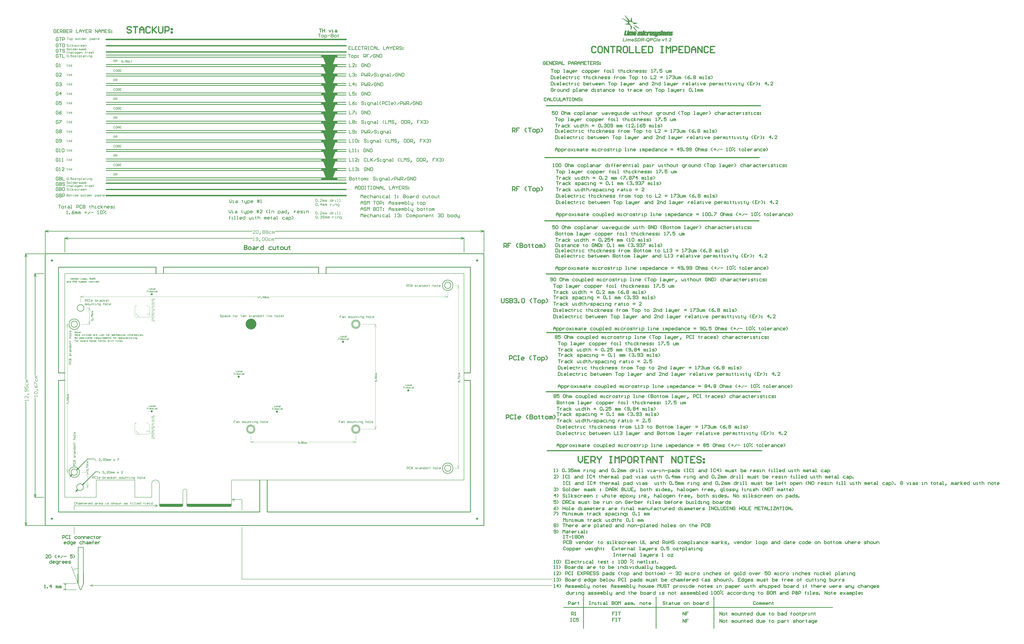
<source format=gm1>
From c3ca4f95bd59f69d45e582a4149327f57a360760 Mon Sep 17 00:00:00 2001
From: jaseg <git@jaseg.de>
Date: Sun, 30 Jan 2022 20:11:38 +0100
Subject: Rename gerbonara/gerber package to just gerbonara

---
 .../Gerber/LimeSDR-QPCIe_1v2.GM1                   | 43497 +++++++++++++++++++
 1 file changed, 43497 insertions(+)
 create mode 100644 gerbonara/tests/resources/altium-composite-drill/Gerber/LimeSDR-QPCIe_1v2.GM1

(limited to 'gerbonara/tests/resources/altium-composite-drill/Gerber/LimeSDR-QPCIe_1v2.GM1')

diff --git a/gerbonara/tests/resources/altium-composite-drill/Gerber/LimeSDR-QPCIe_1v2.GM1 b/gerbonara/tests/resources/altium-composite-drill/Gerber/LimeSDR-QPCIe_1v2.GM1
new file mode 100644
index 0000000..3991b85
--- /dev/null
+++ b/gerbonara/tests/resources/altium-composite-drill/Gerber/LimeSDR-QPCIe_1v2.GM1
@@ -0,0 +1,43497 @@
+G04 Layer_Color=16711935*
+%FSLAX44Y44*%
+%MOMM*%
+G71*
+G01*
+G75*
+%ADD10C,0.3090*%
+%ADD11C,0.3000*%
+%ADD12C,0.2500*%
+%ADD13C,0.2000*%
+%ADD14C,0.1500*%
+%ADD15C,0.2540*%
+%ADD142C,0.4000*%
+%ADD143C,0.6000*%
+%ADD144C,0.5000*%
+%ADD145C,0.7000*%
+%ADD146C,0.1000*%
+%ADD147C,0.3500*%
+%ADD182C,3.0000*%
+%ADD246C,0.0254*%
+%ADD247C,0.0260*%
+%ADD433C,0.1524*%
+G36*
+X2882089Y2234185D02*
+X2882281Y2234161D01*
+X2882522Y2234137D01*
+X2882762Y2234113D01*
+X2883027Y2234041D01*
+X2883628Y2233897D01*
+X2884229Y2233680D01*
+X2884542Y2233536D01*
+X2884831Y2233368D01*
+X2885095Y2233151D01*
+X2885360Y2232935D01*
+X2885384Y2232911D01*
+X2885408Y2232887D01*
+X2885480Y2232814D01*
+X2885576Y2232718D01*
+X2885673Y2232574D01*
+X2885793Y2232430D01*
+X2885913Y2232261D01*
+X2886033Y2232069D01*
+X2886274Y2231612D01*
+X2886490Y2231059D01*
+X2886659Y2230433D01*
+X2886683Y2230096D01*
+X2886707Y2229736D01*
+Y2229687D01*
+Y2229567D01*
+X2886683Y2229375D01*
+X2886659Y2229110D01*
+X2886611Y2228822D01*
+X2886538Y2228485D01*
+X2886442Y2228124D01*
+X2886298Y2227739D01*
+X2886274Y2227691D01*
+X2886226Y2227571D01*
+X2886129Y2227378D01*
+X2885985Y2227114D01*
+X2885793Y2226801D01*
+X2885552Y2226440D01*
+X2885288Y2226055D01*
+X2884951Y2225646D01*
+X2884927Y2225622D01*
+X2884831Y2225502D01*
+X2884662Y2225334D01*
+X2884422Y2225093D01*
+X2884109Y2224780D01*
+X2883724Y2224396D01*
+X2883267Y2223963D01*
+X2882738Y2223457D01*
+X2882714Y2223433D01*
+X2882666Y2223385D01*
+X2882594Y2223337D01*
+X2882498Y2223241D01*
+X2882233Y2223000D01*
+X2881920Y2222688D01*
+X2881584Y2222375D01*
+X2881247Y2222062D01*
+X2880958Y2221774D01*
+X2880717Y2221533D01*
+X2880693Y2221509D01*
+X2880645Y2221437D01*
+X2880549Y2221341D01*
+X2880429Y2221220D01*
+X2880285Y2221052D01*
+X2880140Y2220860D01*
+X2879803Y2220451D01*
+X2885576D01*
+X2884951Y2217468D01*
+X2874848D01*
+Y2217492D01*
+Y2217516D01*
+X2874872Y2217588D01*
+Y2217684D01*
+X2874921Y2217925D01*
+X2874993Y2218214D01*
+X2875089Y2218575D01*
+X2875209Y2218959D01*
+X2875353Y2219392D01*
+X2875546Y2219801D01*
+Y2219825D01*
+X2875570Y2219849D01*
+X2875642Y2219994D01*
+X2875762Y2220210D01*
+X2875931Y2220475D01*
+X2876147Y2220788D01*
+X2876388Y2221124D01*
+X2876653Y2221485D01*
+X2876941Y2221846D01*
+X2876989Y2221894D01*
+X2877109Y2222038D01*
+X2877206Y2222135D01*
+X2877326Y2222255D01*
+X2877470Y2222423D01*
+X2877639Y2222592D01*
+X2877831Y2222808D01*
+X2878072Y2223024D01*
+X2878312Y2223289D01*
+X2878601Y2223554D01*
+X2878914Y2223866D01*
+X2879250Y2224203D01*
+X2879611Y2224564D01*
+X2880020Y2224949D01*
+X2880044Y2224973D01*
+X2880092Y2225021D01*
+X2880188Y2225093D01*
+X2880285Y2225213D01*
+X2880573Y2225478D01*
+X2880910Y2225815D01*
+X2881271Y2226176D01*
+X2881631Y2226512D01*
+X2881920Y2226825D01*
+X2882040Y2226945D01*
+X2882137Y2227041D01*
+X2882161Y2227090D01*
+X2882257Y2227186D01*
+X2882401Y2227354D01*
+X2882570Y2227571D01*
+X2882762Y2227811D01*
+X2882931Y2228076D01*
+X2883099Y2228340D01*
+X2883219Y2228581D01*
+X2883243Y2228605D01*
+X2883267Y2228701D01*
+X2883315Y2228822D01*
+X2883387Y2228966D01*
+X2883436Y2229158D01*
+X2883484Y2229351D01*
+X2883508Y2229567D01*
+X2883532Y2229760D01*
+Y2229808D01*
+Y2229904D01*
+X2883508Y2230048D01*
+X2883460Y2230241D01*
+X2883412Y2230457D01*
+X2883315Y2230698D01*
+X2883195Y2230914D01*
+X2883027Y2231131D01*
+X2883003Y2231155D01*
+X2882931Y2231203D01*
+X2882834Y2231299D01*
+X2882690Y2231395D01*
+X2882498Y2231491D01*
+X2882281Y2231588D01*
+X2882040Y2231636D01*
+X2881776Y2231660D01*
+X2881656D01*
+X2881511Y2231636D01*
+X2881319Y2231588D01*
+X2881102Y2231516D01*
+X2880886Y2231395D01*
+X2880645Y2231251D01*
+X2880429Y2231059D01*
+X2880405Y2231034D01*
+X2880333Y2230938D01*
+X2880237Y2230794D01*
+X2880116Y2230577D01*
+X2879972Y2230289D01*
+X2879828Y2229928D01*
+X2879683Y2229495D01*
+X2879563Y2228966D01*
+X2876388Y2229423D01*
+Y2229447D01*
+X2876412Y2229519D01*
+X2876436Y2229639D01*
+X2876460Y2229808D01*
+X2876532Y2230000D01*
+X2876580Y2230217D01*
+X2876653Y2230457D01*
+X2876749Y2230722D01*
+X2876989Y2231299D01*
+X2877302Y2231900D01*
+X2877687Y2232454D01*
+X2877927Y2232718D01*
+X2878168Y2232959D01*
+X2878192Y2232983D01*
+X2878240Y2233007D01*
+X2878312Y2233079D01*
+X2878432Y2233151D01*
+X2878553Y2233247D01*
+X2878721Y2233344D01*
+X2878914Y2233464D01*
+X2879154Y2233584D01*
+X2879395Y2233704D01*
+X2879659Y2233825D01*
+X2880261Y2234017D01*
+X2880934Y2234161D01*
+X2881319Y2234185D01*
+X2881704Y2234209D01*
+X2881920D01*
+X2882089Y2234185D01*
+D02*
+G37*
+G36*
+X2848028Y2217468D02*
+X2845238D01*
+X2842833Y2229543D01*
+X2846032D01*
+X2846850Y2224251D01*
+Y2224227D01*
+X2846874Y2224155D01*
+Y2224059D01*
+X2846898Y2223914D01*
+X2846922Y2223746D01*
+X2846970Y2223530D01*
+X2847042Y2223097D01*
+X2847114Y2222616D01*
+X2847187Y2222159D01*
+X2847234Y2221750D01*
+X2847259Y2221581D01*
+X2847283Y2221437D01*
+X2847307Y2221485D01*
+X2847355Y2221557D01*
+X2847427Y2221678D01*
+X2847523Y2221870D01*
+X2847668Y2222110D01*
+X2847836Y2222447D01*
+X2847956Y2222664D01*
+X2848076Y2222880D01*
+Y2222904D01*
+X2848101Y2222928D01*
+X2848197Y2223073D01*
+X2848317Y2223289D01*
+X2848461Y2223554D01*
+X2848606Y2223818D01*
+X2848750Y2224059D01*
+X2848870Y2224275D01*
+X2848943Y2224420D01*
+X2851949Y2229543D01*
+X2855461D01*
+X2848028Y2217468D01*
+D02*
+G37*
+G36*
+X2862365D02*
+X2859093D01*
+X2861498Y2228990D01*
+X2861451Y2228966D01*
+X2861330Y2228870D01*
+X2861114Y2228749D01*
+X2860825Y2228581D01*
+X2860488Y2228389D01*
+X2860079Y2228196D01*
+X2859622Y2227980D01*
+X2859141Y2227763D01*
+X2859117D01*
+X2859093Y2227739D01*
+X2859021Y2227715D01*
+X2858925Y2227667D01*
+X2858660Y2227595D01*
+X2858347Y2227474D01*
+X2857987Y2227354D01*
+X2857578Y2227234D01*
+X2857193Y2227114D01*
+X2856784Y2227017D01*
+X2857409Y2229928D01*
+X2857433D01*
+X2857458Y2229952D01*
+X2857602Y2230000D01*
+X2857818Y2230120D01*
+X2858107Y2230265D01*
+X2858444Y2230433D01*
+X2858853Y2230625D01*
+X2859310Y2230866D01*
+X2859791Y2231155D01*
+X2860296Y2231443D01*
+X2860825Y2231780D01*
+X2861378Y2232141D01*
+X2861907Y2232502D01*
+X2862437Y2232911D01*
+X2862966Y2233320D01*
+X2863447Y2233752D01*
+X2863904Y2234209D01*
+X2865876D01*
+X2862365Y2217468D01*
+D02*
+G37*
+G36*
+X2871240D02*
+X2868017D01*
+X2868643Y2220619D01*
+X2871866D01*
+X2871240Y2217468D01*
+D02*
+G37*
+G36*
+X2809855Y2234402D02*
+X2810071Y2234378D01*
+X2810336Y2234354D01*
+X2810649Y2234306D01*
+X2810962Y2234234D01*
+X2811659Y2234065D01*
+X2812020Y2233945D01*
+X2812381Y2233801D01*
+X2812766Y2233632D01*
+X2813102Y2233440D01*
+X2813463Y2233223D01*
+X2813776Y2232959D01*
+X2813800Y2232935D01*
+X2813848Y2232887D01*
+X2813920Y2232814D01*
+X2814041Y2232694D01*
+X2814161Y2232550D01*
+X2814329Y2232381D01*
+X2814473Y2232165D01*
+X2814642Y2231924D01*
+X2814810Y2231660D01*
+X2814979Y2231371D01*
+X2815147Y2231034D01*
+X2815315Y2230698D01*
+X2815460Y2230313D01*
+X2815580Y2229904D01*
+X2815676Y2229471D01*
+X2815748Y2229014D01*
+X2812477Y2228701D01*
+Y2228725D01*
+X2812453Y2228773D01*
+Y2228846D01*
+X2812429Y2228942D01*
+X2812357Y2229182D01*
+X2812236Y2229495D01*
+X2812092Y2229856D01*
+X2811900Y2230193D01*
+X2811683Y2230529D01*
+X2811418Y2230794D01*
+X2811394Y2230818D01*
+X2811274Y2230890D01*
+X2811106Y2231010D01*
+X2810865Y2231131D01*
+X2810576Y2231251D01*
+X2810216Y2231371D01*
+X2809807Y2231443D01*
+X2809350Y2231467D01*
+X2809206D01*
+X2809109Y2231443D01*
+X2808845Y2231419D01*
+X2808484Y2231347D01*
+X2808075Y2231251D01*
+X2807642Y2231082D01*
+X2807161Y2230866D01*
+X2806704Y2230577D01*
+X2806680D01*
+X2806656Y2230529D01*
+X2806512Y2230409D01*
+X2806271Y2230217D01*
+X2806006Y2229904D01*
+X2805694Y2229543D01*
+X2805357Y2229062D01*
+X2805020Y2228509D01*
+X2804732Y2227859D01*
+Y2227835D01*
+X2804708Y2227787D01*
+X2804659Y2227691D01*
+X2804611Y2227547D01*
+X2804563Y2227378D01*
+X2804515Y2227186D01*
+X2804443Y2226969D01*
+X2804371Y2226729D01*
+X2804250Y2226176D01*
+X2804130Y2225550D01*
+X2804034Y2224877D01*
+X2804010Y2224203D01*
+Y2224179D01*
+Y2224107D01*
+Y2224011D01*
+X2804034Y2223866D01*
+Y2223698D01*
+X2804058Y2223506D01*
+X2804130Y2223073D01*
+X2804250Y2222567D01*
+X2804395Y2222062D01*
+X2804635Y2221557D01*
+X2804948Y2221100D01*
+X2804996Y2221052D01*
+X2805116Y2220932D01*
+X2805333Y2220763D01*
+X2805598Y2220571D01*
+X2805958Y2220354D01*
+X2806367Y2220186D01*
+X2806824Y2220066D01*
+X2807065Y2220042D01*
+X2807329Y2220018D01*
+X2807450D01*
+X2807546Y2220042D01*
+X2807810Y2220066D01*
+X2808123Y2220114D01*
+X2808508Y2220234D01*
+X2808917Y2220379D01*
+X2809326Y2220571D01*
+X2809759Y2220860D01*
+X2809783D01*
+X2809807Y2220908D01*
+X2809951Y2221028D01*
+X2810144Y2221220D01*
+X2810384Y2221509D01*
+X2810649Y2221870D01*
+X2810938Y2222303D01*
+X2811178Y2222832D01*
+X2811418Y2223433D01*
+X2814882Y2222904D01*
+Y2222880D01*
+X2814834Y2222784D01*
+X2814786Y2222640D01*
+X2814690Y2222447D01*
+X2814570Y2222207D01*
+X2814449Y2221942D01*
+X2814305Y2221629D01*
+X2814113Y2221317D01*
+X2813680Y2220619D01*
+X2813150Y2219922D01*
+X2812549Y2219224D01*
+X2812188Y2218911D01*
+X2811827Y2218623D01*
+X2811803Y2218599D01*
+X2811731Y2218551D01*
+X2811635Y2218478D01*
+X2811467Y2218406D01*
+X2811274Y2218286D01*
+X2811058Y2218166D01*
+X2810769Y2218021D01*
+X2810480Y2217901D01*
+X2810144Y2217757D01*
+X2809783Y2217612D01*
+X2809398Y2217492D01*
+X2808989Y2217396D01*
+X2808556Y2217300D01*
+X2808099Y2217227D01*
+X2807618Y2217179D01*
+X2807113Y2217155D01*
+X2806969D01*
+X2806824Y2217179D01*
+X2806608D01*
+X2806343Y2217204D01*
+X2806054Y2217252D01*
+X2805718Y2217300D01*
+X2805381Y2217396D01*
+X2804996Y2217492D01*
+X2804611Y2217612D01*
+X2804202Y2217757D01*
+X2803817Y2217925D01*
+X2803409Y2218142D01*
+X2803024Y2218382D01*
+X2802663Y2218671D01*
+X2802326Y2218983D01*
+X2802302Y2219008D01*
+X2802254Y2219080D01*
+X2802158Y2219176D01*
+X2802061Y2219320D01*
+X2801941Y2219513D01*
+X2801797Y2219753D01*
+X2801629Y2220042D01*
+X2801484Y2220354D01*
+X2801316Y2220715D01*
+X2801147Y2221100D01*
+X2801003Y2221557D01*
+X2800883Y2222038D01*
+X2800787Y2222543D01*
+X2800691Y2223121D01*
+X2800642Y2223698D01*
+X2800618Y2224347D01*
+Y2224371D01*
+Y2224468D01*
+Y2224636D01*
+X2800642Y2224828D01*
+Y2225069D01*
+X2800691Y2225382D01*
+X2800715Y2225694D01*
+X2800763Y2226055D01*
+X2800811Y2226440D01*
+X2800907Y2226873D01*
+X2801100Y2227739D01*
+X2801388Y2228653D01*
+X2801556Y2229086D01*
+X2801749Y2229543D01*
+X2801773Y2229567D01*
+X2801797Y2229639D01*
+X2801869Y2229760D01*
+X2801965Y2229928D01*
+X2802086Y2230120D01*
+X2802230Y2230361D01*
+X2802398Y2230601D01*
+X2802591Y2230890D01*
+X2803048Y2231467D01*
+X2803577Y2232069D01*
+X2804226Y2232646D01*
+X2804587Y2232911D01*
+X2804948Y2233151D01*
+X2804972Y2233175D01*
+X2805044Y2233199D01*
+X2805164Y2233271D01*
+X2805309Y2233344D01*
+X2805501Y2233440D01*
+X2805718Y2233560D01*
+X2805982Y2233680D01*
+X2806271Y2233801D01*
+X2806584Y2233897D01*
+X2806945Y2234017D01*
+X2807690Y2234234D01*
+X2808508Y2234378D01*
+X2808941Y2234402D01*
+X2809398Y2234426D01*
+X2809662D01*
+X2809855Y2234402D01*
+D02*
+G37*
+G36*
+X2717849D02*
+X2718090Y2234378D01*
+X2718378Y2234354D01*
+X2718691Y2234306D01*
+X2719028Y2234258D01*
+X2719774Y2234089D01*
+X2720158Y2233969D01*
+X2720519Y2233849D01*
+X2720904Y2233680D01*
+X2721265Y2233488D01*
+X2721602Y2233271D01*
+X2721914Y2233031D01*
+X2721938Y2233007D01*
+X2721986Y2232959D01*
+X2722059Y2232887D01*
+X2722179Y2232790D01*
+X2722299Y2232646D01*
+X2722444Y2232478D01*
+X2722588Y2232285D01*
+X2722732Y2232069D01*
+X2722900Y2231804D01*
+X2723069Y2231539D01*
+X2723213Y2231227D01*
+X2723358Y2230914D01*
+X2723478Y2230553D01*
+X2723574Y2230193D01*
+X2723646Y2229784D01*
+X2723694Y2229375D01*
+X2720423Y2229230D01*
+Y2229254D01*
+Y2229279D01*
+X2720399Y2229423D01*
+X2720327Y2229639D01*
+X2720255Y2229904D01*
+X2720134Y2230193D01*
+X2719990Y2230505D01*
+X2719798Y2230794D01*
+X2719533Y2231059D01*
+X2719509Y2231082D01*
+X2719389Y2231155D01*
+X2719220Y2231275D01*
+X2718980Y2231395D01*
+X2718691Y2231491D01*
+X2718306Y2231612D01*
+X2717849Y2231684D01*
+X2717344Y2231708D01*
+X2717104D01*
+X2716863Y2231684D01*
+X2716550Y2231636D01*
+X2716237Y2231588D01*
+X2715901Y2231491D01*
+X2715588Y2231371D01*
+X2715323Y2231203D01*
+X2715299Y2231179D01*
+X2715227Y2231107D01*
+X2715131Y2231010D01*
+X2715035Y2230866D01*
+X2714915Y2230674D01*
+X2714818Y2230457D01*
+X2714746Y2230193D01*
+X2714722Y2229928D01*
+Y2229904D01*
+Y2229808D01*
+X2714746Y2229687D01*
+X2714794Y2229519D01*
+X2714867Y2229327D01*
+X2714963Y2229134D01*
+X2715083Y2228942D01*
+X2715276Y2228749D01*
+X2715299Y2228725D01*
+X2715396Y2228653D01*
+X2715540Y2228557D01*
+X2715781Y2228412D01*
+X2715949Y2228316D01*
+X2716117Y2228220D01*
+X2716310Y2228100D01*
+X2716550Y2227980D01*
+X2716791Y2227859D01*
+X2717079Y2227715D01*
+X2717392Y2227571D01*
+X2717729Y2227426D01*
+X2717753Y2227402D01*
+X2717849Y2227378D01*
+X2717993Y2227306D01*
+X2718186Y2227234D01*
+X2718427Y2227114D01*
+X2718691Y2226993D01*
+X2719268Y2226705D01*
+X2719894Y2226392D01*
+X2720495Y2226055D01*
+X2720784Y2225887D01*
+X2721024Y2225719D01*
+X2721241Y2225550D01*
+X2721409Y2225406D01*
+X2721433Y2225382D01*
+X2721457Y2225358D01*
+X2721530Y2225285D01*
+X2721602Y2225213D01*
+X2721794Y2224949D01*
+X2722010Y2224612D01*
+X2722227Y2224203D01*
+X2722395Y2223698D01*
+X2722540Y2223121D01*
+X2722564Y2222832D01*
+X2722588Y2222495D01*
+Y2222471D01*
+Y2222399D01*
+Y2222279D01*
+X2722564Y2222135D01*
+X2722540Y2221942D01*
+X2722491Y2221702D01*
+X2722444Y2221461D01*
+X2722372Y2221196D01*
+X2722275Y2220908D01*
+X2722155Y2220595D01*
+X2722010Y2220282D01*
+X2721842Y2219970D01*
+X2721650Y2219657D01*
+X2721409Y2219320D01*
+X2721145Y2219032D01*
+X2720832Y2218719D01*
+X2720808Y2218695D01*
+X2720760Y2218647D01*
+X2720640Y2218575D01*
+X2720519Y2218478D01*
+X2720327Y2218358D01*
+X2720110Y2218214D01*
+X2719870Y2218094D01*
+X2719557Y2217949D01*
+X2719244Y2217781D01*
+X2718884Y2217661D01*
+X2718475Y2217516D01*
+X2718042Y2217396D01*
+X2717585Y2217300D01*
+X2717079Y2217227D01*
+X2716550Y2217179D01*
+X2715973Y2217155D01*
+X2715612D01*
+X2715420Y2217179D01*
+X2715203Y2217204D01*
+X2714963D01*
+X2714698Y2217252D01*
+X2714121Y2217324D01*
+X2713495Y2217444D01*
+X2712846Y2217612D01*
+X2712245Y2217853D01*
+X2712221D01*
+X2712173Y2217877D01*
+X2712101Y2217925D01*
+X2711980Y2217997D01*
+X2711715Y2218142D01*
+X2711379Y2218382D01*
+X2711018Y2218647D01*
+X2710657Y2219008D01*
+X2710320Y2219392D01*
+X2710032Y2219849D01*
+Y2219873D01*
+X2710008Y2219897D01*
+X2709984Y2219970D01*
+X2709936Y2220090D01*
+X2709887Y2220210D01*
+X2709839Y2220354D01*
+X2709719Y2220715D01*
+X2709599Y2221148D01*
+X2709503Y2221653D01*
+X2709455Y2222207D01*
+X2709431Y2222808D01*
+X2712702Y2223000D01*
+Y2222976D01*
+Y2222928D01*
+Y2222856D01*
+X2712726Y2222760D01*
+X2712750Y2222471D01*
+X2712798Y2222159D01*
+X2712846Y2221798D01*
+X2712942Y2221437D01*
+X2713062Y2221124D01*
+X2713231Y2220884D01*
+X2713279Y2220836D01*
+X2713375Y2220739D01*
+X2713568Y2220619D01*
+X2713856Y2220451D01*
+X2714025Y2220379D01*
+X2714241Y2220282D01*
+X2714458Y2220210D01*
+X2714722Y2220162D01*
+X2714987Y2220090D01*
+X2715299Y2220066D01*
+X2715636Y2220018D01*
+X2716262D01*
+X2716406Y2220042D01*
+X2716574D01*
+X2716935Y2220090D01*
+X2717320Y2220162D01*
+X2717729Y2220282D01*
+X2718114Y2220427D01*
+X2718427Y2220619D01*
+X2718451Y2220643D01*
+X2718547Y2220715D01*
+X2718667Y2220860D01*
+X2718811Y2221028D01*
+X2718956Y2221245D01*
+X2719076Y2221485D01*
+X2719172Y2221750D01*
+X2719196Y2222062D01*
+Y2222086D01*
+Y2222183D01*
+X2719172Y2222327D01*
+X2719124Y2222495D01*
+X2719052Y2222688D01*
+X2718932Y2222904D01*
+X2718787Y2223121D01*
+X2718571Y2223313D01*
+X2718547Y2223337D01*
+X2718475Y2223385D01*
+X2718330Y2223481D01*
+X2718114Y2223602D01*
+X2717969Y2223698D01*
+X2717801Y2223794D01*
+X2717609Y2223890D01*
+X2717392Y2223987D01*
+X2717128Y2224107D01*
+X2716863Y2224251D01*
+X2716526Y2224396D01*
+X2716190Y2224540D01*
+X2716165D01*
+X2716093Y2224588D01*
+X2715997Y2224612D01*
+X2715877Y2224684D01*
+X2715709Y2224756D01*
+X2715516Y2224828D01*
+X2715107Y2225021D01*
+X2714650Y2225262D01*
+X2714169Y2225478D01*
+X2713736Y2225719D01*
+X2713520Y2225839D01*
+X2713351Y2225935D01*
+X2713303Y2225959D01*
+X2713207Y2226031D01*
+X2713039Y2226176D01*
+X2712846Y2226344D01*
+X2712630Y2226536D01*
+X2712389Y2226801D01*
+X2712173Y2227090D01*
+X2711956Y2227402D01*
+X2711932Y2227450D01*
+X2711884Y2227571D01*
+X2711788Y2227763D01*
+X2711715Y2228004D01*
+X2711619Y2228316D01*
+X2711523Y2228677D01*
+X2711475Y2229086D01*
+X2711451Y2229519D01*
+Y2229543D01*
+Y2229615D01*
+Y2229736D01*
+X2711475Y2229880D01*
+X2711499Y2230048D01*
+X2711523Y2230265D01*
+X2711571Y2230505D01*
+X2711643Y2230746D01*
+X2711812Y2231299D01*
+X2711956Y2231588D01*
+X2712101Y2231900D01*
+X2712269Y2232189D01*
+X2712461Y2232478D01*
+X2712702Y2232766D01*
+X2712966Y2233031D01*
+X2712990Y2233055D01*
+X2713039Y2233103D01*
+X2713135Y2233151D01*
+X2713255Y2233247D01*
+X2713399Y2233344D01*
+X2713592Y2233464D01*
+X2713832Y2233608D01*
+X2714097Y2233728D01*
+X2714385Y2233849D01*
+X2714698Y2233993D01*
+X2715059Y2234113D01*
+X2715468Y2234209D01*
+X2715901Y2234306D01*
+X2716358Y2234378D01*
+X2716839Y2234402D01*
+X2717368Y2234426D01*
+X2717657D01*
+X2717849Y2234402D01*
+D02*
+G37*
+G36*
+X2764321Y2221894D02*
+X2757995D01*
+X2758620Y2225045D01*
+X2764947D01*
+X2764321Y2221894D01*
+D02*
+G37*
+G36*
+X2692064Y2229760D02*
+X2692376Y2229711D01*
+X2692737Y2229615D01*
+X2693122Y2229471D01*
+X2693483Y2229279D01*
+X2693795Y2229014D01*
+X2693820Y2228990D01*
+X2693916Y2228870D01*
+X2694060Y2228701D01*
+X2694204Y2228461D01*
+X2694349Y2228172D01*
+X2694493Y2227835D01*
+X2694589Y2227426D01*
+X2694613Y2226969D01*
+Y2226945D01*
+Y2226849D01*
+X2694589Y2226681D01*
+X2694565Y2226464D01*
+X2694541Y2226176D01*
+X2694469Y2225791D01*
+X2694397Y2225334D01*
+X2694276Y2224805D01*
+X2692689Y2217468D01*
+X2689466D01*
+X2691029Y2224805D01*
+Y2224828D01*
+X2691053Y2224877D01*
+Y2224925D01*
+X2691077Y2225021D01*
+X2691125Y2225262D01*
+X2691174Y2225526D01*
+X2691222Y2225791D01*
+X2691270Y2226055D01*
+X2691318Y2226248D01*
+Y2226320D01*
+Y2226368D01*
+Y2226392D01*
+Y2226464D01*
+X2691294Y2226536D01*
+X2691270Y2226657D01*
+X2691198Y2226921D01*
+X2691101Y2227041D01*
+X2691005Y2227162D01*
+X2690981Y2227186D01*
+X2690957Y2227210D01*
+X2690885Y2227258D01*
+X2690789Y2227330D01*
+X2690669Y2227378D01*
+X2690500Y2227426D01*
+X2690332Y2227450D01*
+X2690115Y2227474D01*
+X2689995D01*
+X2689899Y2227450D01*
+X2689658Y2227402D01*
+X2689370Y2227306D01*
+X2689033Y2227162D01*
+X2688648Y2226921D01*
+X2688456Y2226777D01*
+X2688263Y2226608D01*
+X2688095Y2226416D01*
+X2687902Y2226176D01*
+X2687878Y2226127D01*
+X2687830Y2226079D01*
+X2687782Y2226007D01*
+X2687734Y2225887D01*
+X2687662Y2225767D01*
+X2687566Y2225598D01*
+X2687493Y2225430D01*
+X2687397Y2225213D01*
+X2687301Y2224973D01*
+X2687205Y2224708D01*
+X2687108Y2224420D01*
+X2686988Y2224107D01*
+X2686892Y2223746D01*
+X2686796Y2223361D01*
+X2686700Y2222928D01*
+X2685545Y2217468D01*
+X2682322D01*
+X2683837Y2224732D01*
+Y2224756D01*
+X2683861Y2224780D01*
+X2683885Y2224949D01*
+X2683933Y2225165D01*
+X2683982Y2225406D01*
+X2684030Y2225694D01*
+X2684054Y2225959D01*
+X2684102Y2226200D01*
+Y2226368D01*
+Y2226392D01*
+Y2226440D01*
+X2684078Y2226536D01*
+X2684054Y2226657D01*
+X2683958Y2226897D01*
+X2683885Y2227041D01*
+X2683765Y2227162D01*
+X2683741Y2227186D01*
+X2683717Y2227210D01*
+X2683645Y2227258D01*
+X2683549Y2227330D01*
+X2683404Y2227378D01*
+X2683260Y2227426D01*
+X2683091Y2227450D01*
+X2682875Y2227474D01*
+X2682779D01*
+X2682682Y2227450D01*
+X2682538Y2227426D01*
+X2682370Y2227402D01*
+X2682177Y2227330D01*
+X2681985Y2227258D01*
+X2681768Y2227138D01*
+X2681744Y2227114D01*
+X2681672Y2227090D01*
+X2681552Y2227017D01*
+X2681432Y2226921D01*
+X2681263Y2226801D01*
+X2681095Y2226633D01*
+X2680927Y2226464D01*
+X2680758Y2226272D01*
+X2680734Y2226248D01*
+X2680686Y2226176D01*
+X2680614Y2226055D01*
+X2680518Y2225887D01*
+X2680398Y2225694D01*
+X2680277Y2225430D01*
+X2680157Y2225165D01*
+X2680037Y2224853D01*
+Y2224828D01*
+X2680013Y2224756D01*
+X2679965Y2224636D01*
+X2679916Y2224468D01*
+X2679868Y2224227D01*
+X2679772Y2223890D01*
+X2679676Y2223506D01*
+X2679628Y2223265D01*
+X2679556Y2223000D01*
+X2678401Y2217468D01*
+X2675178D01*
+X2677704Y2229543D01*
+X2680758D01*
+X2680470Y2228076D01*
+X2680494Y2228100D01*
+X2680542Y2228148D01*
+X2680638Y2228244D01*
+X2680782Y2228340D01*
+X2680951Y2228485D01*
+X2681143Y2228629D01*
+X2681360Y2228773D01*
+X2681624Y2228942D01*
+X2682202Y2229254D01*
+X2682827Y2229543D01*
+X2683188Y2229639D01*
+X2683524Y2229736D01*
+X2683909Y2229784D01*
+X2684270Y2229808D01*
+X2684487D01*
+X2684751Y2229784D01*
+X2685040Y2229736D01*
+X2685377Y2229663D01*
+X2685737Y2229567D01*
+X2686074Y2229423D01*
+X2686363Y2229230D01*
+X2686387Y2229206D01*
+X2686483Y2229134D01*
+X2686603Y2228990D01*
+X2686772Y2228822D01*
+X2686916Y2228605D01*
+X2687084Y2228316D01*
+X2687229Y2228028D01*
+X2687325Y2227667D01*
+X2687349Y2227715D01*
+X2687445Y2227811D01*
+X2687590Y2227980D01*
+X2687782Y2228196D01*
+X2688047Y2228437D01*
+X2688335Y2228677D01*
+X2688696Y2228942D01*
+X2689105Y2229182D01*
+X2689129D01*
+X2689153Y2229206D01*
+X2689225Y2229230D01*
+X2689321Y2229279D01*
+X2689538Y2229375D01*
+X2689850Y2229495D01*
+X2690211Y2229615D01*
+X2690645Y2229711D01*
+X2691077Y2229784D01*
+X2691559Y2229808D01*
+X2691799D01*
+X2692064Y2229760D01*
+D02*
+G37*
+G36*
+X2819404Y2217468D02*
+X2816013D01*
+X2819501Y2234113D01*
+X2822916D01*
+X2819404Y2217468D01*
+D02*
+G37*
+G36*
+X2830084Y2229784D02*
+X2830277Y2229760D01*
+X2830493Y2229736D01*
+X2830734Y2229687D01*
+X2830998Y2229639D01*
+X2831576Y2229471D01*
+X2831864Y2229375D01*
+X2832153Y2229230D01*
+X2832442Y2229062D01*
+X2832730Y2228894D01*
+X2832995Y2228677D01*
+X2833259Y2228437D01*
+X2833283Y2228412D01*
+X2833307Y2228364D01*
+X2833380Y2228292D01*
+X2833476Y2228196D01*
+X2833572Y2228052D01*
+X2833668Y2227883D01*
+X2833788Y2227667D01*
+X2833933Y2227450D01*
+X2834053Y2227186D01*
+X2834173Y2226897D01*
+X2834270Y2226584D01*
+X2834366Y2226224D01*
+X2834462Y2225863D01*
+X2834534Y2225454D01*
+X2834558Y2225045D01*
+X2834582Y2224588D01*
+Y2224564D01*
+Y2224540D01*
+Y2224396D01*
+Y2224155D01*
+X2834558Y2223890D01*
+X2834534Y2223554D01*
+X2834486Y2223193D01*
+X2834342Y2222471D01*
+X2826164D01*
+Y2222447D01*
+Y2222351D01*
+X2826140Y2222255D01*
+Y2222159D01*
+Y2222135D01*
+Y2222110D01*
+Y2221966D01*
+X2826188Y2221750D01*
+X2826236Y2221461D01*
+X2826308Y2221148D01*
+X2826428Y2220836D01*
+X2826596Y2220499D01*
+X2826813Y2220210D01*
+X2826837Y2220186D01*
+X2826933Y2220090D01*
+X2827078Y2219994D01*
+X2827294Y2219849D01*
+X2827534Y2219729D01*
+X2827823Y2219609D01*
+X2828160Y2219513D01*
+X2828521Y2219489D01*
+X2828689D01*
+X2828785Y2219513D01*
+X2828930Y2219537D01*
+X2829098Y2219585D01*
+X2829459Y2219705D01*
+X2829651Y2219777D01*
+X2829868Y2219897D01*
+X2830084Y2220042D01*
+X2830277Y2220210D01*
+X2830493Y2220403D01*
+X2830710Y2220619D01*
+X2830902Y2220884D01*
+X2831071Y2221172D01*
+X2833981Y2220691D01*
+Y2220667D01*
+X2833933Y2220619D01*
+X2833885Y2220523D01*
+X2833813Y2220403D01*
+X2833741Y2220258D01*
+X2833620Y2220090D01*
+X2833380Y2219681D01*
+X2833043Y2219248D01*
+X2832634Y2218815D01*
+X2832177Y2218382D01*
+X2831672Y2218021D01*
+X2831648D01*
+X2831600Y2217973D01*
+X2831527Y2217949D01*
+X2831431Y2217877D01*
+X2831287Y2217829D01*
+X2831143Y2217757D01*
+X2830734Y2217588D01*
+X2830277Y2217420D01*
+X2829724Y2217300D01*
+X2829146Y2217204D01*
+X2828497Y2217155D01*
+X2828256D01*
+X2828088Y2217179D01*
+X2827871Y2217204D01*
+X2827631Y2217227D01*
+X2827366Y2217276D01*
+X2827078Y2217348D01*
+X2826452Y2217540D01*
+X2826115Y2217661D01*
+X2825779Y2217805D01*
+X2825466Y2217973D01*
+X2825129Y2218190D01*
+X2824817Y2218430D01*
+X2824528Y2218695D01*
+X2824504Y2218719D01*
+X2824456Y2218767D01*
+X2824384Y2218863D01*
+X2824287Y2218983D01*
+X2824167Y2219128D01*
+X2824047Y2219320D01*
+X2823903Y2219537D01*
+X2823782Y2219777D01*
+X2823638Y2220066D01*
+X2823494Y2220354D01*
+X2823373Y2220691D01*
+X2823253Y2221052D01*
+X2823157Y2221437D01*
+X2823085Y2221870D01*
+X2823036Y2222303D01*
+X2823012Y2222760D01*
+Y2222784D01*
+Y2222880D01*
+Y2223000D01*
+X2823036Y2223169D01*
+X2823061Y2223385D01*
+X2823085Y2223650D01*
+X2823133Y2223938D01*
+X2823181Y2224251D01*
+X2823349Y2224925D01*
+X2823470Y2225285D01*
+X2823590Y2225670D01*
+X2823758Y2226055D01*
+X2823926Y2226440D01*
+X2824143Y2226825D01*
+X2824384Y2227186D01*
+X2824408Y2227210D01*
+X2824480Y2227306D01*
+X2824576Y2227426D01*
+X2824720Y2227595D01*
+X2824937Y2227787D01*
+X2825153Y2228028D01*
+X2825442Y2228244D01*
+X2825755Y2228509D01*
+X2826115Y2228749D01*
+X2826524Y2228990D01*
+X2826957Y2229206D01*
+X2827438Y2229399D01*
+X2827943Y2229567D01*
+X2828497Y2229687D01*
+X2829098Y2229784D01*
+X2829724Y2229808D01*
+X2829940D01*
+X2830084Y2229784D01*
+D02*
+G37*
+G36*
+X2658677Y2220258D02*
+X2667192D01*
+X2666615Y2217468D01*
+X2654684D01*
+X2658172Y2234113D01*
+X2661588D01*
+X2658677Y2220258D01*
+D02*
+G37*
+G36*
+X2776661Y2234402D02*
+X2776925Y2234378D01*
+X2777238Y2234330D01*
+X2777575Y2234258D01*
+X2777935Y2234185D01*
+X2778321Y2234089D01*
+X2778729Y2233969D01*
+X2779138Y2233801D01*
+X2779547Y2233608D01*
+X2779980Y2233392D01*
+X2780365Y2233127D01*
+X2780774Y2232838D01*
+X2781135Y2232502D01*
+X2781159Y2232478D01*
+X2781207Y2232406D01*
+X2781303Y2232309D01*
+X2781423Y2232141D01*
+X2781568Y2231948D01*
+X2781736Y2231732D01*
+X2781905Y2231443D01*
+X2782097Y2231155D01*
+X2782265Y2230794D01*
+X2782434Y2230409D01*
+X2782602Y2230000D01*
+X2782746Y2229543D01*
+X2782867Y2229062D01*
+X2782963Y2228533D01*
+X2783011Y2227980D01*
+X2783035Y2227402D01*
+Y2227378D01*
+Y2227306D01*
+Y2227162D01*
+X2783011Y2226993D01*
+Y2226777D01*
+X2782987Y2226512D01*
+X2782939Y2226224D01*
+X2782915Y2225911D01*
+X2782843Y2225574D01*
+X2782794Y2225189D01*
+X2782602Y2224420D01*
+X2782338Y2223578D01*
+X2782193Y2223169D01*
+X2782001Y2222736D01*
+Y2222712D01*
+X2781953Y2222640D01*
+X2781905Y2222519D01*
+X2781808Y2222375D01*
+X2781712Y2222183D01*
+X2781592Y2221966D01*
+X2781447Y2221702D01*
+X2781279Y2221437D01*
+X2780894Y2220860D01*
+X2780437Y2220258D01*
+X2779884Y2219657D01*
+X2779283Y2219104D01*
+X2779307D01*
+X2779331Y2219056D01*
+X2779475Y2218935D01*
+X2779691Y2218743D01*
+X2779980Y2218502D01*
+X2780341Y2218214D01*
+X2780726Y2217949D01*
+X2781159Y2217661D01*
+X2781592Y2217396D01*
+X2779980Y2215255D01*
+X2779956D01*
+X2779908Y2215303D01*
+X2779836Y2215351D01*
+X2779716Y2215399D01*
+X2779571Y2215496D01*
+X2779403Y2215592D01*
+X2779018Y2215880D01*
+X2778561Y2216217D01*
+X2778080Y2216650D01*
+X2777551Y2217179D01*
+X2777046Y2217781D01*
+X2777021D01*
+X2776901Y2217733D01*
+X2776757Y2217684D01*
+X2776541Y2217612D01*
+X2776300Y2217540D01*
+X2776011Y2217468D01*
+X2775386Y2217348D01*
+X2775338D01*
+X2775242Y2217324D01*
+X2775073Y2217300D01*
+X2774857Y2217276D01*
+X2774592Y2217227D01*
+X2774279Y2217204D01*
+X2773967Y2217179D01*
+X2773486D01*
+X2773341Y2217204D01*
+X2773125D01*
+X2772860Y2217227D01*
+X2772572Y2217276D01*
+X2772235Y2217348D01*
+X2771874Y2217420D01*
+X2771489Y2217516D01*
+X2771104Y2217636D01*
+X2770695Y2217805D01*
+X2770287Y2217973D01*
+X2769878Y2218190D01*
+X2769469Y2218454D01*
+X2769084Y2218743D01*
+X2768723Y2219080D01*
+X2768699Y2219104D01*
+X2768651Y2219176D01*
+X2768555Y2219272D01*
+X2768434Y2219416D01*
+X2768290Y2219609D01*
+X2768122Y2219849D01*
+X2767953Y2220114D01*
+X2767785Y2220403D01*
+X2767617Y2220763D01*
+X2767448Y2221124D01*
+X2767280Y2221533D01*
+X2767136Y2221966D01*
+X2767015Y2222447D01*
+X2766919Y2222952D01*
+X2766871Y2223481D01*
+X2766847Y2224035D01*
+Y2224059D01*
+Y2224155D01*
+Y2224275D01*
+X2766871Y2224468D01*
+Y2224708D01*
+X2766919Y2224973D01*
+X2766943Y2225285D01*
+X2766991Y2225622D01*
+X2767063Y2225983D01*
+X2767136Y2226392D01*
+X2767328Y2227258D01*
+X2767617Y2228172D01*
+X2767809Y2228653D01*
+X2768001Y2229134D01*
+X2768026Y2229158D01*
+X2768050Y2229254D01*
+X2768122Y2229375D01*
+X2768218Y2229567D01*
+X2768338Y2229784D01*
+X2768482Y2230024D01*
+X2768651Y2230289D01*
+X2768867Y2230601D01*
+X2769084Y2230890D01*
+X2769324Y2231227D01*
+X2769589Y2231539D01*
+X2769902Y2231876D01*
+X2770551Y2232502D01*
+X2770912Y2232790D01*
+X2771297Y2233055D01*
+X2771321Y2233079D01*
+X2771393Y2233103D01*
+X2771513Y2233175D01*
+X2771682Y2233271D01*
+X2771874Y2233368D01*
+X2772115Y2233488D01*
+X2772403Y2233608D01*
+X2772716Y2233752D01*
+X2773053Y2233873D01*
+X2773413Y2233993D01*
+X2773822Y2234113D01*
+X2774255Y2234209D01*
+X2774688Y2234306D01*
+X2775169Y2234378D01*
+X2775651Y2234402D01*
+X2776156Y2234426D01*
+X2776444D01*
+X2776661Y2234402D01*
+D02*
+G37*
+G36*
+X2703441Y2229784D02*
+X2703633Y2229760D01*
+X2703850Y2229736D01*
+X2704091Y2229687D01*
+X2704355Y2229639D01*
+X2704932Y2229471D01*
+X2705221Y2229375D01*
+X2705510Y2229230D01*
+X2705798Y2229062D01*
+X2706087Y2228894D01*
+X2706352Y2228677D01*
+X2706616Y2228437D01*
+X2706640Y2228412D01*
+X2706664Y2228364D01*
+X2706736Y2228292D01*
+X2706833Y2228196D01*
+X2706929Y2228052D01*
+X2707025Y2227883D01*
+X2707145Y2227667D01*
+X2707290Y2227450D01*
+X2707410Y2227186D01*
+X2707530Y2226897D01*
+X2707626Y2226584D01*
+X2707722Y2226224D01*
+X2707819Y2225863D01*
+X2707891Y2225454D01*
+X2707915Y2225045D01*
+X2707939Y2224588D01*
+Y2224564D01*
+Y2224540D01*
+Y2224396D01*
+Y2224155D01*
+X2707915Y2223890D01*
+X2707891Y2223554D01*
+X2707843Y2223193D01*
+X2707698Y2222471D01*
+X2699520D01*
+Y2222447D01*
+Y2222351D01*
+X2699496Y2222255D01*
+Y2222159D01*
+Y2222135D01*
+Y2222110D01*
+Y2221966D01*
+X2699544Y2221750D01*
+X2699592Y2221461D01*
+X2699665Y2221148D01*
+X2699785Y2220836D01*
+X2699953Y2220499D01*
+X2700170Y2220210D01*
+X2700194Y2220186D01*
+X2700290Y2220090D01*
+X2700434Y2219994D01*
+X2700651Y2219849D01*
+X2700891Y2219729D01*
+X2701180Y2219609D01*
+X2701517Y2219513D01*
+X2701877Y2219489D01*
+X2702046D01*
+X2702142Y2219513D01*
+X2702286Y2219537D01*
+X2702455Y2219585D01*
+X2702816Y2219705D01*
+X2703008Y2219777D01*
+X2703224Y2219897D01*
+X2703441Y2220042D01*
+X2703633Y2220210D01*
+X2703850Y2220403D01*
+X2704066Y2220619D01*
+X2704259Y2220884D01*
+X2704427Y2221172D01*
+X2707338Y2220691D01*
+Y2220667D01*
+X2707290Y2220619D01*
+X2707242Y2220523D01*
+X2707169Y2220403D01*
+X2707097Y2220258D01*
+X2706977Y2220090D01*
+X2706736Y2219681D01*
+X2706400Y2219248D01*
+X2705991Y2218815D01*
+X2705534Y2218382D01*
+X2705029Y2218021D01*
+X2705005D01*
+X2704956Y2217973D01*
+X2704884Y2217949D01*
+X2704788Y2217877D01*
+X2704644Y2217829D01*
+X2704500Y2217757D01*
+X2704091Y2217588D01*
+X2703633Y2217420D01*
+X2703080Y2217300D01*
+X2702503Y2217204D01*
+X2701854Y2217155D01*
+X2701613D01*
+X2701445Y2217179D01*
+X2701228Y2217204D01*
+X2700988Y2217227D01*
+X2700723Y2217276D01*
+X2700434Y2217348D01*
+X2699809Y2217540D01*
+X2699472Y2217661D01*
+X2699135Y2217805D01*
+X2698823Y2217973D01*
+X2698486Y2218190D01*
+X2698173Y2218430D01*
+X2697885Y2218695D01*
+X2697860Y2218719D01*
+X2697812Y2218767D01*
+X2697740Y2218863D01*
+X2697644Y2218983D01*
+X2697524Y2219128D01*
+X2697404Y2219320D01*
+X2697259Y2219537D01*
+X2697139Y2219777D01*
+X2696995Y2220066D01*
+X2696850Y2220354D01*
+X2696730Y2220691D01*
+X2696610Y2221052D01*
+X2696513Y2221437D01*
+X2696441Y2221870D01*
+X2696393Y2222303D01*
+X2696369Y2222760D01*
+Y2222784D01*
+Y2222880D01*
+Y2223000D01*
+X2696393Y2223169D01*
+X2696417Y2223385D01*
+X2696441Y2223650D01*
+X2696490Y2223938D01*
+X2696537Y2224251D01*
+X2696706Y2224925D01*
+X2696826Y2225285D01*
+X2696946Y2225670D01*
+X2697115Y2226055D01*
+X2697283Y2226440D01*
+X2697500Y2226825D01*
+X2697740Y2227186D01*
+X2697764Y2227210D01*
+X2697837Y2227306D01*
+X2697933Y2227426D01*
+X2698077Y2227595D01*
+X2698293Y2227787D01*
+X2698510Y2228028D01*
+X2698799Y2228244D01*
+X2699111Y2228509D01*
+X2699472Y2228749D01*
+X2699881Y2228990D01*
+X2700314Y2229206D01*
+X2700795Y2229399D01*
+X2701300Y2229567D01*
+X2701854Y2229687D01*
+X2702455Y2229784D01*
+X2703080Y2229808D01*
+X2703297D01*
+X2703441Y2229784D01*
+D02*
+G37*
+G36*
+X2752799Y2234089D02*
+X2753232Y2234065D01*
+X2753713Y2234017D01*
+X2754195Y2233945D01*
+X2754676Y2233849D01*
+X2755109Y2233704D01*
+X2755133D01*
+X2755157Y2233680D01*
+X2755277Y2233632D01*
+X2755469Y2233536D01*
+X2755710Y2233392D01*
+X2755999Y2233175D01*
+X2756287Y2232935D01*
+X2756552Y2232622D01*
+X2756816Y2232261D01*
+X2756841Y2232213D01*
+X2756913Y2232069D01*
+X2757033Y2231852D01*
+X2757153Y2231564D01*
+X2757273Y2231203D01*
+X2757394Y2230770D01*
+X2757466Y2230265D01*
+X2757490Y2229736D01*
+Y2229711D01*
+Y2229639D01*
+Y2229543D01*
+X2757466Y2229375D01*
+X2757442Y2229206D01*
+X2757418Y2228990D01*
+X2757394Y2228749D01*
+X2757321Y2228509D01*
+X2757177Y2227955D01*
+X2756961Y2227354D01*
+X2756816Y2227065D01*
+X2756648Y2226777D01*
+X2756432Y2226488D01*
+X2756215Y2226224D01*
+X2756191Y2226200D01*
+X2756167Y2226176D01*
+X2756071Y2226103D01*
+X2755974Y2226007D01*
+X2755830Y2225887D01*
+X2755686Y2225767D01*
+X2755493Y2225646D01*
+X2755253Y2225502D01*
+X2755013Y2225358D01*
+X2754724Y2225213D01*
+X2754411Y2225069D01*
+X2754050Y2224925D01*
+X2753689Y2224805D01*
+X2753281Y2224708D01*
+X2752823Y2224612D01*
+X2752367Y2224540D01*
+X2752390Y2224516D01*
+X2752487Y2224444D01*
+X2752607Y2224299D01*
+X2752775Y2224131D01*
+X2752944Y2223890D01*
+X2753160Y2223626D01*
+X2753377Y2223313D01*
+X2753593Y2222976D01*
+X2753617Y2222952D01*
+X2753641Y2222880D01*
+X2753713Y2222784D01*
+X2753786Y2222616D01*
+X2753906Y2222423D01*
+X2754026Y2222183D01*
+X2754171Y2221894D01*
+X2754339Y2221557D01*
+X2754531Y2221196D01*
+X2754724Y2220788D01*
+X2754940Y2220331D01*
+X2755157Y2219825D01*
+X2755397Y2219296D01*
+X2755638Y2218719D01*
+X2755902Y2218118D01*
+X2756167Y2217468D01*
+X2752487D01*
+Y2217492D01*
+X2752463Y2217540D01*
+X2752439Y2217612D01*
+X2752390Y2217733D01*
+X2752343Y2217877D01*
+X2752270Y2218069D01*
+X2752198Y2218286D01*
+X2752102Y2218551D01*
+X2751982Y2218839D01*
+X2751861Y2219152D01*
+X2751717Y2219513D01*
+X2751548Y2219897D01*
+X2751380Y2220331D01*
+X2751188Y2220811D01*
+X2750971Y2221317D01*
+X2750731Y2221846D01*
+Y2221870D01*
+X2750707Y2221918D01*
+X2750659Y2221990D01*
+X2750610Y2222110D01*
+X2750466Y2222375D01*
+X2750274Y2222712D01*
+X2750057Y2223073D01*
+X2749817Y2223433D01*
+X2749528Y2223770D01*
+X2749384Y2223890D01*
+X2749240Y2224011D01*
+X2749215Y2224035D01*
+X2749143Y2224059D01*
+X2749023Y2224107D01*
+X2748855Y2224179D01*
+X2748614Y2224251D01*
+X2748326Y2224299D01*
+X2747964Y2224323D01*
+X2747532Y2224347D01*
+X2746136D01*
+X2744693Y2217468D01*
+X2741302D01*
+X2744789Y2234113D01*
+X2752631D01*
+X2752799Y2234089D01*
+D02*
+G37*
+G36*
+X2794533D02*
+X2794701D01*
+X2795110Y2234065D01*
+X2795567Y2234017D01*
+X2796024Y2233921D01*
+X2796505Y2233825D01*
+X2796914Y2233680D01*
+X2796938D01*
+X2796962Y2233656D01*
+X2797083Y2233608D01*
+X2797275Y2233488D01*
+X2797515Y2233344D01*
+X2797780Y2233151D01*
+X2798069Y2232911D01*
+X2798357Y2232598D01*
+X2798598Y2232261D01*
+X2798622Y2232213D01*
+X2798694Y2232093D01*
+X2798790Y2231876D01*
+X2798911Y2231612D01*
+X2799031Y2231251D01*
+X2799127Y2230866D01*
+X2799199Y2230409D01*
+X2799223Y2229928D01*
+Y2229904D01*
+Y2229880D01*
+Y2229808D01*
+Y2229711D01*
+X2799199Y2229471D01*
+X2799151Y2229134D01*
+X2799103Y2228773D01*
+X2799007Y2228340D01*
+X2798886Y2227907D01*
+X2798718Y2227450D01*
+Y2227426D01*
+X2798694Y2227402D01*
+X2798622Y2227258D01*
+X2798526Y2227041D01*
+X2798381Y2226777D01*
+X2798213Y2226464D01*
+X2798021Y2226151D01*
+X2797780Y2225839D01*
+X2797515Y2225550D01*
+X2797491Y2225526D01*
+X2797395Y2225430D01*
+X2797251Y2225310D01*
+X2797058Y2225165D01*
+X2796842Y2224973D01*
+X2796577Y2224805D01*
+X2796313Y2224636D01*
+X2796000Y2224468D01*
+X2795952Y2224444D01*
+X2795856Y2224420D01*
+X2795663Y2224347D01*
+X2795423Y2224275D01*
+X2795110Y2224179D01*
+X2794725Y2224083D01*
+X2794292Y2223987D01*
+X2793787Y2223914D01*
+X2793739D01*
+X2793619Y2223890D01*
+X2793402D01*
+X2793258Y2223866D01*
+X2792897D01*
+X2792681Y2223842D01*
+X2792176D01*
+X2791863Y2223818D01*
+X2788568D01*
+X2787220Y2217468D01*
+X2783829D01*
+X2787317Y2234113D01*
+X2794364D01*
+X2794533Y2234089D01*
+D02*
+G37*
+G36*
+X2672027Y2217468D02*
+X2668804D01*
+X2671329Y2229543D01*
+X2674576D01*
+X2672027Y2217468D01*
+D02*
+G37*
+G36*
+X2733845Y2234089D02*
+X2734254D01*
+X2734591Y2234065D01*
+X2734711D01*
+X2734831Y2234041D01*
+X2734879D01*
+X2735000Y2234017D01*
+X2735192Y2233993D01*
+X2735457Y2233945D01*
+X2735745Y2233897D01*
+X2736058Y2233825D01*
+X2736683Y2233608D01*
+X2736732Y2233584D01*
+X2736828Y2233560D01*
+X2736972Y2233488D01*
+X2737188Y2233392D01*
+X2737405Y2233247D01*
+X2737670Y2233103D01*
+X2737910Y2232935D01*
+X2738175Y2232718D01*
+X2738199Y2232694D01*
+X2738295Y2232622D01*
+X2738415Y2232502D01*
+X2738584Y2232333D01*
+X2738752Y2232141D01*
+X2738944Y2231900D01*
+X2739137Y2231636D01*
+X2739329Y2231347D01*
+X2739353Y2231323D01*
+X2739402Y2231203D01*
+X2739498Y2231034D01*
+X2739594Y2230818D01*
+X2739714Y2230553D01*
+X2739858Y2230241D01*
+X2739979Y2229880D01*
+X2740075Y2229495D01*
+X2740099Y2229447D01*
+X2740123Y2229303D01*
+X2740171Y2229086D01*
+X2740219Y2228822D01*
+X2740267Y2228485D01*
+X2740291Y2228076D01*
+X2740340Y2227667D01*
+Y2227210D01*
+Y2227186D01*
+Y2227090D01*
+Y2226945D01*
+X2740316Y2226753D01*
+Y2226512D01*
+X2740291Y2226248D01*
+X2740243Y2225935D01*
+X2740219Y2225598D01*
+X2740147Y2225237D01*
+X2740099Y2224853D01*
+X2739907Y2224059D01*
+X2739642Y2223241D01*
+X2739498Y2222832D01*
+X2739305Y2222423D01*
+Y2222399D01*
+X2739257Y2222327D01*
+X2739209Y2222231D01*
+X2739113Y2222086D01*
+X2739017Y2221894D01*
+X2738896Y2221702D01*
+X2738584Y2221220D01*
+X2738223Y2220691D01*
+X2737766Y2220138D01*
+X2737261Y2219609D01*
+X2736707Y2219104D01*
+X2736683D01*
+X2736659Y2219056D01*
+X2736587Y2219008D01*
+X2736491Y2218959D01*
+X2736371Y2218863D01*
+X2736227Y2218791D01*
+X2735865Y2218575D01*
+X2735433Y2218358D01*
+X2734903Y2218118D01*
+X2734302Y2217901D01*
+X2733629Y2217709D01*
+X2733580D01*
+X2733508Y2217684D01*
+X2733436Y2217661D01*
+X2733316D01*
+X2733171Y2217636D01*
+X2733003Y2217612D01*
+X2732811Y2217588D01*
+X2732594Y2217564D01*
+X2732354Y2217540D01*
+X2732089Y2217516D01*
+X2731776D01*
+X2731464Y2217492D01*
+X2731103Y2217468D01*
+X2724464D01*
+X2727952Y2234113D01*
+X2733436D01*
+X2733845Y2234089D01*
+D02*
+G37*
+G36*
+X2674913Y2231179D02*
+X2671666D01*
+X2672291Y2234113D01*
+X2675515D01*
+X2674913Y2231179D01*
+D02*
+G37*
+G36*
+X1275625Y1837500D02*
+X1296750D01*
+Y1827750D01*
+X1221000D01*
+Y1837500D01*
+X1241875D01*
+X1228750Y1872500D01*
+X1288750D01*
+X1275625Y1837500D01*
+D02*
+G37*
+G36*
+Y1882500D02*
+X1296750D01*
+Y1872750D01*
+X1221000D01*
+Y1882500D01*
+X1241875D01*
+X1228750Y1917500D01*
+X1288750D01*
+X1275625Y1882500D01*
+D02*
+G37*
+G36*
+Y1792500D02*
+X1296750D01*
+Y1782750D01*
+X1221000D01*
+Y1792500D01*
+X1241875D01*
+X1228750Y1827500D01*
+X1288750D01*
+X1275625Y1792500D01*
+D02*
+G37*
+G36*
+Y1702500D02*
+X1296750D01*
+Y1692750D01*
+X1221000D01*
+Y1702500D01*
+X1241875D01*
+X1228750Y1737500D01*
+X1288750D01*
+X1275625Y1702500D01*
+D02*
+G37*
+G36*
+Y1747500D02*
+X1296750D01*
+Y1737750D01*
+X1221000D01*
+Y1747500D01*
+X1241875D01*
+X1228750Y1782500D01*
+X1288750D01*
+X1275625Y1747500D01*
+D02*
+G37*
+G36*
+Y1927500D02*
+X1296750D01*
+Y1917750D01*
+X1221000D01*
+Y1927500D01*
+X1241875D01*
+X1228750Y1962500D01*
+X1288750D01*
+X1275625Y1927500D01*
+D02*
+G37*
+G36*
+Y2107500D02*
+X1296750D01*
+Y2097750D01*
+X1221000D01*
+Y2107500D01*
+X1241875D01*
+X1228750Y2142500D01*
+X1288750D01*
+X1275625Y2107500D01*
+D02*
+G37*
+G36*
+X1296750Y2142750D02*
+X1221000D01*
+Y2152500D01*
+X1296750D01*
+Y2142750D01*
+D02*
+G37*
+G36*
+X1275625Y2062500D02*
+X1296750D01*
+Y2052750D01*
+X1221000D01*
+Y2062500D01*
+X1241875D01*
+X1228750Y2097500D01*
+X1288750D01*
+X1275625Y2062500D01*
+D02*
+G37*
+G36*
+Y1972500D02*
+X1296750D01*
+Y1962750D01*
+X1221000D01*
+Y1972500D01*
+X1241875D01*
+X1228750Y2007500D01*
+X1288750D01*
+X1275625Y1972500D01*
+D02*
+G37*
+G36*
+Y2017500D02*
+X1296750D01*
+Y2007750D01*
+X1221000D01*
+Y2017500D01*
+X1241875D01*
+X1228750Y2052500D01*
+X1288750D01*
+X1275625Y2017500D01*
+D02*
+G37*
+G36*
+Y1657500D02*
+X1296750D01*
+Y1647750D01*
+X1221000D01*
+Y1657500D01*
+X1241875D01*
+X1228750Y1692500D01*
+X1288750D01*
+X1275625Y1657500D01*
+D02*
+G37*
+G36*
+Y1567500D02*
+X1241875D01*
+X1228750Y1602500D01*
+X1288750D01*
+X1275625Y1567500D01*
+D02*
+G37*
+G36*
+X1296750Y1557750D02*
+X1221000D01*
+Y1567500D01*
+X1296750D01*
+Y1557750D01*
+D02*
+G37*
+G36*
+X793000Y5000D02*
+X788000Y0D01*
+X586000D01*
+X581000Y5000D01*
+X581000Y14000D01*
+X793000D01*
+X793000Y5000D01*
+D02*
+G37*
+G36*
+X562000D02*
+X557000Y0D01*
+X455000D01*
+X450000Y5000D01*
+Y14000D01*
+X562000D01*
+X562000Y5000D01*
+D02*
+G37*
+G36*
+X1275625Y1612500D02*
+X1296750D01*
+Y1602750D01*
+X1221000D01*
+Y1612500D01*
+X1241875D01*
+X1228750Y1647500D01*
+X1288750D01*
+X1275625Y1612500D01*
+D02*
+G37*
+%LPC*%
+G36*
+X2829387Y2227474D02*
+X2829218D01*
+X2829026Y2227426D01*
+X2828785Y2227378D01*
+X2828497Y2227282D01*
+X2828184Y2227162D01*
+X2827871Y2226969D01*
+X2827559Y2226705D01*
+X2827534Y2226681D01*
+X2827438Y2226560D01*
+X2827294Y2226392D01*
+X2827126Y2226127D01*
+X2826957Y2225815D01*
+X2826765Y2225430D01*
+X2826596Y2224997D01*
+X2826476Y2224468D01*
+X2831600D01*
+Y2224492D01*
+Y2224588D01*
+Y2224684D01*
+Y2224780D01*
+Y2224805D01*
+Y2224828D01*
+Y2224901D01*
+Y2224997D01*
+X2831576Y2225237D01*
+X2831527Y2225550D01*
+X2831455Y2225863D01*
+X2831335Y2226200D01*
+X2831191Y2226512D01*
+X2830998Y2226801D01*
+X2830974Y2226825D01*
+X2830878Y2226897D01*
+X2830758Y2227017D01*
+X2830565Y2227138D01*
+X2830349Y2227258D01*
+X2830060Y2227378D01*
+X2829748Y2227450D01*
+X2829387Y2227474D01*
+D02*
+G37*
+G36*
+X2776180Y2231564D02*
+X2775675D01*
+X2775458Y2231539D01*
+X2775193Y2231491D01*
+X2774881Y2231443D01*
+X2774520Y2231347D01*
+X2774159Y2231203D01*
+X2773799Y2231034D01*
+X2773750Y2231010D01*
+X2773630Y2230938D01*
+X2773462Y2230818D01*
+X2773221Y2230650D01*
+X2772957Y2230433D01*
+X2772644Y2230168D01*
+X2772355Y2229880D01*
+X2772043Y2229519D01*
+X2772018Y2229471D01*
+X2771922Y2229351D01*
+X2771754Y2229134D01*
+X2771585Y2228870D01*
+X2771369Y2228509D01*
+X2771153Y2228100D01*
+X2770936Y2227643D01*
+X2770744Y2227114D01*
+Y2227090D01*
+X2770720Y2227041D01*
+X2770695Y2226969D01*
+X2770671Y2226873D01*
+X2770623Y2226729D01*
+X2770575Y2226584D01*
+X2770503Y2226224D01*
+X2770407Y2225767D01*
+X2770311Y2225285D01*
+X2770262Y2224756D01*
+X2770238Y2224227D01*
+Y2224203D01*
+Y2224131D01*
+Y2224035D01*
+X2770262Y2223914D01*
+Y2223746D01*
+X2770287Y2223554D01*
+X2770383Y2223121D01*
+X2770503Y2222616D01*
+X2770695Y2222110D01*
+X2770960Y2221605D01*
+X2771104Y2221365D01*
+X2771297Y2221148D01*
+X2771321D01*
+X2771345Y2221100D01*
+X2771489Y2220980D01*
+X2771730Y2220788D01*
+X2772043Y2220595D01*
+X2772451Y2220403D01*
+X2772908Y2220210D01*
+X2773438Y2220090D01*
+X2773726Y2220066D01*
+X2774039Y2220042D01*
+X2774352D01*
+X2774664Y2220066D01*
+X2775025Y2220090D01*
+X2775049D01*
+X2775121Y2220114D01*
+X2775193Y2220138D01*
+X2775242Y2220162D01*
+X2775266Y2220186D01*
+X2775290Y2220282D01*
+Y2220306D01*
+X2775242Y2220354D01*
+X2775145Y2220475D01*
+X2775073Y2220571D01*
+X2774953Y2220691D01*
+X2774929Y2220715D01*
+X2774833Y2220811D01*
+X2774688Y2220932D01*
+X2774496Y2221076D01*
+X2774255Y2221220D01*
+X2774015Y2221389D01*
+X2773726Y2221533D01*
+X2773438Y2221653D01*
+X2774664Y2223578D01*
+X2774688D01*
+X2774737Y2223554D01*
+X2774809Y2223506D01*
+X2774929Y2223433D01*
+X2775049Y2223361D01*
+X2775218Y2223265D01*
+X2775578Y2223024D01*
+X2775987Y2222712D01*
+X2776444Y2222351D01*
+X2776901Y2221942D01*
+X2777334Y2221485D01*
+X2777358Y2221509D01*
+X2777383Y2221533D01*
+X2777503Y2221678D01*
+X2777695Y2221918D01*
+X2777935Y2222231D01*
+X2778200Y2222616D01*
+X2778465Y2223073D01*
+X2778753Y2223602D01*
+X2778994Y2224203D01*
+Y2224227D01*
+X2779018Y2224275D01*
+X2779066Y2224371D01*
+X2779090Y2224492D01*
+X2779138Y2224636D01*
+X2779211Y2224805D01*
+X2779331Y2225213D01*
+X2779427Y2225694D01*
+X2779547Y2226224D01*
+X2779619Y2226777D01*
+X2779644Y2227330D01*
+Y2227354D01*
+Y2227426D01*
+Y2227522D01*
+X2779619Y2227667D01*
+Y2227811D01*
+X2779595Y2228004D01*
+X2779523Y2228461D01*
+X2779379Y2228966D01*
+X2779186Y2229471D01*
+X2778946Y2229976D01*
+X2778777Y2230217D01*
+X2778585Y2230433D01*
+Y2230457D01*
+X2778537Y2230481D01*
+X2778393Y2230601D01*
+X2778152Y2230794D01*
+X2777839Y2231010D01*
+X2777455Y2231203D01*
+X2776997Y2231395D01*
+X2776469Y2231516D01*
+X2776180Y2231564D01*
+D02*
+G37*
+G36*
+X2702744Y2227474D02*
+X2702575D01*
+X2702383Y2227426D01*
+X2702142Y2227378D01*
+X2701854Y2227282D01*
+X2701541Y2227162D01*
+X2701228Y2226969D01*
+X2700916Y2226705D01*
+X2700891Y2226681D01*
+X2700795Y2226560D01*
+X2700651Y2226392D01*
+X2700482Y2226127D01*
+X2700314Y2225815D01*
+X2700121Y2225430D01*
+X2699953Y2224997D01*
+X2699833Y2224468D01*
+X2704956D01*
+Y2224492D01*
+Y2224588D01*
+Y2224684D01*
+Y2224780D01*
+Y2224805D01*
+Y2224828D01*
+Y2224901D01*
+Y2224997D01*
+X2704932Y2225237D01*
+X2704884Y2225550D01*
+X2704812Y2225863D01*
+X2704692Y2226200D01*
+X2704547Y2226512D01*
+X2704355Y2226801D01*
+X2704331Y2226825D01*
+X2704235Y2226897D01*
+X2704114Y2227017D01*
+X2703922Y2227138D01*
+X2703706Y2227258D01*
+X2703417Y2227378D01*
+X2703104Y2227450D01*
+X2702744Y2227474D01*
+D02*
+G37*
+G36*
+X2751885Y2231323D02*
+X2747604D01*
+X2746666Y2226849D01*
+X2749167D01*
+X2749408Y2226873D01*
+X2749985Y2226897D01*
+X2750587Y2226921D01*
+X2751188Y2226993D01*
+X2751452Y2227017D01*
+X2751717Y2227065D01*
+X2751934Y2227114D01*
+X2752126Y2227162D01*
+X2752174Y2227186D01*
+X2752270Y2227234D01*
+X2752439Y2227306D01*
+X2752655Y2227426D01*
+X2752872Y2227571D01*
+X2753112Y2227739D01*
+X2753329Y2227955D01*
+X2753545Y2228196D01*
+X2753569Y2228220D01*
+X2753617Y2228316D01*
+X2753713Y2228461D01*
+X2753810Y2228653D01*
+X2753906Y2228870D01*
+X2754002Y2229110D01*
+X2754050Y2229399D01*
+X2754074Y2229687D01*
+Y2229736D01*
+Y2229832D01*
+X2754026Y2230000D01*
+X2753978Y2230193D01*
+X2753882Y2230409D01*
+X2753762Y2230625D01*
+X2753569Y2230842D01*
+X2753329Y2231034D01*
+X2753305Y2231059D01*
+X2753232Y2231082D01*
+X2753112Y2231131D01*
+X2752920Y2231179D01*
+X2752655Y2231227D01*
+X2752294Y2231275D01*
+X2751885Y2231323D01*
+D02*
+G37*
+G36*
+X2793186Y2231371D02*
+X2790155D01*
+X2789145Y2226608D01*
+X2790852D01*
+X2791117Y2226633D01*
+X2791671Y2226657D01*
+X2792272Y2226681D01*
+X2792873Y2226753D01*
+X2793138Y2226801D01*
+X2793402Y2226825D01*
+X2793619Y2226897D01*
+X2793811Y2226945D01*
+X2793859Y2226969D01*
+X2793955Y2227017D01*
+X2794124Y2227090D01*
+X2794340Y2227210D01*
+X2794557Y2227354D01*
+X2794797Y2227547D01*
+X2795038Y2227763D01*
+X2795255Y2228004D01*
+X2795278Y2228028D01*
+X2795327Y2228124D01*
+X2795423Y2228292D01*
+X2795519Y2228485D01*
+X2795615Y2228725D01*
+X2795711Y2229014D01*
+X2795760Y2229303D01*
+X2795784Y2229639D01*
+Y2229663D01*
+Y2229736D01*
+X2795760Y2229856D01*
+Y2230000D01*
+X2795663Y2230313D01*
+X2795591Y2230481D01*
+X2795495Y2230625D01*
+Y2230650D01*
+X2795447Y2230698D01*
+X2795302Y2230842D01*
+X2795062Y2231010D01*
+X2794749Y2231179D01*
+X2794725D01*
+X2794653Y2231203D01*
+X2794509Y2231251D01*
+X2794292Y2231275D01*
+X2794028Y2231323D01*
+X2793643Y2231347D01*
+X2793426D01*
+X2793186Y2231371D01*
+D02*
+G37*
+G36*
+X2733316D02*
+X2730790D01*
+X2728433Y2220138D01*
+X2730622D01*
+X2730814Y2220162D01*
+X2731223D01*
+X2731680Y2220186D01*
+X2732113Y2220234D01*
+X2732546Y2220282D01*
+X2732739Y2220306D01*
+X2732907Y2220354D01*
+X2732955Y2220379D01*
+X2733051Y2220403D01*
+X2733220Y2220475D01*
+X2733436Y2220547D01*
+X2733677Y2220667D01*
+X2733941Y2220811D01*
+X2734206Y2221004D01*
+X2734471Y2221220D01*
+X2734495D01*
+X2734518Y2221269D01*
+X2734639Y2221389D01*
+X2734831Y2221605D01*
+X2735072Y2221870D01*
+X2735360Y2222231D01*
+X2735649Y2222664D01*
+X2735938Y2223145D01*
+X2736202Y2223674D01*
+Y2223698D01*
+X2736227Y2223746D01*
+X2736274Y2223842D01*
+X2736323Y2223938D01*
+X2736371Y2224107D01*
+X2736419Y2224275D01*
+X2736491Y2224468D01*
+X2736563Y2224708D01*
+X2736611Y2224949D01*
+X2736683Y2225237D01*
+X2736804Y2225863D01*
+X2736876Y2226560D01*
+X2736900Y2227306D01*
+Y2227330D01*
+Y2227378D01*
+Y2227474D01*
+Y2227595D01*
+X2736876Y2227739D01*
+Y2227907D01*
+X2736828Y2228316D01*
+X2736755Y2228749D01*
+X2736659Y2229182D01*
+X2736515Y2229615D01*
+X2736323Y2229976D01*
+X2736299Y2230024D01*
+X2736227Y2230120D01*
+X2736106Y2230265D01*
+X2735938Y2230457D01*
+X2735721Y2230650D01*
+X2735481Y2230842D01*
+X2735192Y2231010D01*
+X2734879Y2231155D01*
+X2734855D01*
+X2734759Y2231179D01*
+X2734615Y2231227D01*
+X2734398Y2231275D01*
+X2734109Y2231299D01*
+X2733749Y2231347D01*
+X2733316Y2231371D01*
+D02*
+G37*
+%LPD*%
+D10*
+X-93501Y-89001D02*
+X1994251D01*
+Y1205751D01*
+X-93501D02*
+X1994251D01*
+X-93501Y-89001D02*
+Y1205751D01*
+X-29500Y-25000D02*
+Y601996D01*
+Y637996D02*
+Y1141750D01*
+X433754D01*
+X1930250Y638246D02*
+Y1141750D01*
+X1243754D02*
+X1930250D01*
+X469754D02*
+X1207754D01*
+X1930250Y-25000D02*
+Y602246D01*
+X963504Y-25000D02*
+X1930250D01*
+X963504D02*
+Y127000D01*
+X-29500Y-25000D02*
+X927504D01*
+Y127000D01*
+D11*
+X197125Y1557500D02*
+X1338000Y1557500D01*
+X197125Y1567500D02*
+X1338000D01*
+X197125Y1702500D02*
+X1338000D01*
+X197125Y1692500D02*
+X1338000Y1692500D01*
+X197125Y2152500D02*
+X1338000Y2152500D01*
+X197125Y1782500D02*
+X1338000Y1782500D01*
+X197125Y1792500D02*
+X1338000D01*
+X197125Y1737500D02*
+X1338000Y1737500D01*
+X197125Y1747500D02*
+X1338000D01*
+X197125Y1872500D02*
+X1338000Y1872500D01*
+X197125Y1882500D02*
+X1338000D01*
+X197125Y1827500D02*
+X1338000Y1827500D01*
+X197125Y1837500D02*
+X1338000D01*
+X197125Y1962500D02*
+X1338000Y1962500D01*
+X197125Y1972500D02*
+X1338000D01*
+X197125Y1917500D02*
+X1338000Y1917500D01*
+X197125Y1927500D02*
+X1338000D01*
+X197125Y2017500D02*
+X1338000D01*
+X197125Y2007500D02*
+X1338000Y2007500D01*
+X197125Y2062500D02*
+X1338000D01*
+X197125Y2052500D02*
+X1338000Y2052500D01*
+X197125Y2097500D02*
+X1338000Y2097500D01*
+X197125Y2107500D02*
+X1338000D01*
+X197125Y2142500D02*
+X1338000D01*
+X-29500Y601996D02*
+X500D01*
+X-29500Y637996D02*
+X500D01*
+X1900250Y638246D02*
+X1930250D01*
+X1900250Y602246D02*
+X1930250D01*
+X1243754Y1111750D02*
+Y1141750D01*
+X1207754Y1111750D02*
+Y1141750D01*
+X469754Y1111750D02*
+Y1141750D01*
+X433754Y1111750D02*
+Y1141750D01*
+X197125Y1657500D02*
+X1338000D01*
+X197125Y1647500D02*
+X1338000Y1647500D01*
+X197125Y1602500D02*
+X1338000Y1602500D01*
+X197125Y1612500D02*
+X1338000D01*
+X2374000Y-479500D02*
+X3654000D01*
+X2469000Y-579500D02*
+Y-429500D01*
+X2814000Y-579500D02*
+Y-429500D01*
+X3089000Y-579500D02*
+Y-429500D01*
+X2328000Y165952D02*
+X2332998D01*
+X2330499D01*
+Y180947D01*
+X2328000Y178448D01*
+X2340496Y165952D02*
+X2345494Y170951D01*
+Y175949D01*
+X2340496Y180947D01*
+X2367987Y178448D02*
+X2370486Y180947D01*
+X2375485D01*
+X2377984Y178448D01*
+Y168451D01*
+X2375485Y165952D01*
+X2370486D01*
+X2367987Y168451D01*
+Y178448D01*
+X2382982Y165952D02*
+Y168451D01*
+X2385481D01*
+Y165952D01*
+X2382982D01*
+X2395478Y178448D02*
+X2397977Y180947D01*
+X2402976D01*
+X2405475Y178448D01*
+Y175949D01*
+X2402976Y173450D01*
+X2400477D01*
+X2402976D01*
+X2405475Y170951D01*
+Y168451D01*
+X2402976Y165952D01*
+X2397977D01*
+X2395478Y168451D01*
+X2420470Y180947D02*
+X2410473D01*
+Y173450D01*
+X2415472Y175949D01*
+X2417971D01*
+X2420470Y173450D01*
+Y168451D01*
+X2417971Y165952D01*
+X2412973D01*
+X2410473Y168451D01*
+X2425468Y165952D02*
+Y175949D01*
+X2427968D01*
+X2430467Y173450D01*
+Y165952D01*
+Y173450D01*
+X2432966Y175949D01*
+X2435465Y173450D01*
+Y165952D01*
+X2440464D02*
+Y175949D01*
+X2442963D01*
+X2445462Y173450D01*
+Y165952D01*
+Y173450D01*
+X2447961Y175949D01*
+X2450460Y173450D01*
+Y165952D01*
+X2470454Y175949D02*
+Y165952D01*
+Y170951D01*
+X2472953Y173450D01*
+X2475452Y175949D01*
+X2477951D01*
+X2485449Y165952D02*
+X2490447D01*
+X2487948D01*
+Y175949D01*
+X2485449D01*
+X2497945Y165952D02*
+Y175949D01*
+X2505443D01*
+X2507942Y173450D01*
+Y165952D01*
+X2517939Y160954D02*
+X2520438D01*
+X2522937Y163453D01*
+Y175949D01*
+X2515439D01*
+X2512940Y173450D01*
+Y168451D01*
+X2515439Y165952D01*
+X2522937D01*
+X2545430Y175949D02*
+X2550428D01*
+X2552927Y173450D01*
+Y165952D01*
+X2545430D01*
+X2542930Y168451D01*
+X2545430Y170951D01*
+X2552927D01*
+X2557926Y165952D02*
+Y175949D01*
+X2565423D01*
+X2567922Y173450D01*
+Y165952D01*
+X2582917Y180947D02*
+Y165952D01*
+X2575420D01*
+X2572921Y168451D01*
+Y173450D01*
+X2575420Y175949D01*
+X2582917D01*
+X2602911Y178448D02*
+X2605410Y180947D01*
+X2610409D01*
+X2612908Y178448D01*
+Y168451D01*
+X2610409Y165952D01*
+X2605410D01*
+X2602911Y168451D01*
+Y178448D01*
+X2617906Y165952D02*
+Y168451D01*
+X2620405D01*
+Y165952D01*
+X2617906D01*
+X2640399D02*
+X2630402D01*
+X2640399Y175949D01*
+Y178448D01*
+X2637900Y180947D01*
+X2632901D01*
+X2630402Y178448D01*
+X2645397Y165952D02*
+Y175949D01*
+X2647896D01*
+X2650396Y173450D01*
+Y165952D01*
+Y173450D01*
+X2652895Y175949D01*
+X2655394Y173450D01*
+Y165952D01*
+X2660392D02*
+Y175949D01*
+X2662892D01*
+X2665391Y173450D01*
+Y165952D01*
+Y173450D01*
+X2667890Y175949D01*
+X2670389Y173450D01*
+Y165952D01*
+X2700379Y180947D02*
+Y165952D01*
+X2692882D01*
+X2690383Y168451D01*
+Y173450D01*
+X2692882Y175949D01*
+X2700379D01*
+X2705378D02*
+Y165952D01*
+Y170951D01*
+X2707877Y173450D01*
+X2710376Y175949D01*
+X2712875D01*
+X2720373Y165952D02*
+X2725371D01*
+X2722872D01*
+Y175949D01*
+X2720373D01*
+X2732869Y165952D02*
+X2737867D01*
+X2735368D01*
+Y180947D01*
+X2732869D01*
+X2745365Y165952D02*
+X2750363D01*
+X2747864D01*
+Y180947D01*
+X2745365D01*
+X2772856Y175949D02*
+X2777854Y165952D01*
+X2782853Y175949D01*
+X2787851Y165952D02*
+X2792849D01*
+X2790350D01*
+Y175949D01*
+X2787851D01*
+X2802846D02*
+X2807845D01*
+X2810344Y173450D01*
+Y165952D01*
+X2802846D01*
+X2800347Y168451D01*
+X2802846Y170951D01*
+X2810344D01*
+X2815342Y173450D02*
+X2825339D01*
+X2830338Y165952D02*
+X2835336D01*
+X2832837D01*
+Y175949D01*
+X2830338D01*
+X2842833Y165952D02*
+Y175949D01*
+X2850331D01*
+X2852830Y173450D01*
+Y165952D01*
+X2857828Y173450D02*
+X2867825D01*
+X2872823Y160954D02*
+Y175949D01*
+X2880321D01*
+X2882820Y173450D01*
+Y168451D01*
+X2880321Y165952D01*
+X2872823D01*
+X2890318Y175949D02*
+X2895316D01*
+X2897816Y173450D01*
+Y165952D01*
+X2890318D01*
+X2887819Y168451D01*
+X2890318Y170951D01*
+X2897816D01*
+X2912811Y180947D02*
+Y165952D01*
+X2905313D01*
+X2902814Y168451D01*
+Y173450D01*
+X2905313Y175949D01*
+X2912811D01*
+X2917809Y165952D02*
+X2925307D01*
+X2927806Y168451D01*
+X2925307Y170951D01*
+X2920308D01*
+X2917809Y173450D01*
+X2920308Y175949D01*
+X2927806D01*
+X2952798Y165952D02*
+X2947799Y170951D01*
+Y175949D01*
+X2952798Y180947D01*
+X2960295D02*
+X2965294D01*
+X2962794D01*
+Y165952D01*
+X2960295D01*
+X2965294D01*
+X2982788Y178448D02*
+X2980289Y180947D01*
+X2975291D01*
+X2972791Y178448D01*
+Y168451D01*
+X2975291Y165952D01*
+X2980289D01*
+X2982788Y168451D01*
+X2987786Y165952D02*
+X2992785D01*
+X2990286D01*
+Y180947D01*
+X2987786Y178448D01*
+X3017777Y175949D02*
+X3022775D01*
+X3025274Y173450D01*
+Y165952D01*
+X3017777D01*
+X3015277Y168451D01*
+X3017777Y170951D01*
+X3025274D01*
+X3030273Y165952D02*
+Y175949D01*
+X3037770D01*
+X3040269Y173450D01*
+Y165952D01*
+X3055265Y180947D02*
+Y165952D01*
+X3047767D01*
+X3045268Y168451D01*
+Y173450D01*
+X3047767Y175949D01*
+X3055265D01*
+X3075258Y180947D02*
+X3080256D01*
+X3077757D01*
+Y165952D01*
+X3075258D01*
+X3080256D01*
+X3097751Y178448D02*
+X3095251Y180947D01*
+X3090253D01*
+X3087754Y178448D01*
+Y168451D01*
+X3090253Y165952D01*
+X3095251D01*
+X3097751Y168451D01*
+X3110247Y165952D02*
+Y180947D01*
+X3102749Y173450D01*
+X3112746D01*
+X3117744Y165952D02*
+X3122743Y170951D01*
+Y175949D01*
+X3117744Y180947D01*
+X3145235Y165952D02*
+Y175949D01*
+X3147735D01*
+X3150234Y173450D01*
+Y165952D01*
+Y173450D01*
+X3152733Y175949D01*
+X3155232Y173450D01*
+Y165952D01*
+X3160231Y175949D02*
+Y168451D01*
+X3162730Y165952D01*
+X3170227D01*
+Y175949D01*
+X3175226Y165952D02*
+X3182723D01*
+X3185222Y168451D01*
+X3182723Y170951D01*
+X3177725D01*
+X3175226Y173450D01*
+X3177725Y175949D01*
+X3185222D01*
+X3192720Y178448D02*
+Y175949D01*
+X3190221D01*
+X3195219D01*
+X3192720D01*
+Y168451D01*
+X3195219Y165952D01*
+X3217712Y180947D02*
+Y165952D01*
+X3225210D01*
+X3227709Y168451D01*
+Y170951D01*
+Y173450D01*
+X3225210Y175949D01*
+X3217712D01*
+X3240205Y165952D02*
+X3235206D01*
+X3232707Y168451D01*
+Y173450D01*
+X3235206Y175949D01*
+X3240205D01*
+X3242704Y173450D01*
+Y170951D01*
+X3232707D01*
+X3262697Y175949D02*
+Y165952D01*
+Y170951D01*
+X3265197Y173450D01*
+X3267696Y175949D01*
+X3270195D01*
+X3285190Y165952D02*
+X3280192D01*
+X3277693Y168451D01*
+Y173450D01*
+X3280192Y175949D01*
+X3285190D01*
+X3287689Y173450D01*
+Y170951D01*
+X3277693D01*
+X3292688Y165952D02*
+X3300185D01*
+X3302685Y168451D01*
+X3300185Y170951D01*
+X3295187D01*
+X3292688Y173450D01*
+X3295187Y175949D01*
+X3302685D01*
+X3307683Y165952D02*
+X3312681D01*
+X3310182D01*
+Y175949D01*
+X3307683D01*
+X3320179Y165952D02*
+Y175949D01*
+X3327676D01*
+X3330175Y173450D01*
+Y165952D01*
+X3352668D02*
+Y178448D01*
+Y173450D01*
+X3350169D01*
+X3355168D01*
+X3352668D01*
+Y178448D01*
+X3355168Y180947D01*
+X3362665Y165952D02*
+X3367663D01*
+X3365164D01*
+Y175949D01*
+X3362665D01*
+X3375161Y165952D02*
+X3380159D01*
+X3377660D01*
+Y180947D01*
+X3375161D01*
+X3387657Y165952D02*
+X3392655D01*
+X3390156D01*
+Y180947D01*
+X3387657D01*
+X3407650Y165952D02*
+X3402652D01*
+X3400153Y168451D01*
+Y173450D01*
+X3402652Y175949D01*
+X3407650D01*
+X3410150Y173450D01*
+Y170951D01*
+X3400153D01*
+X3425145Y180947D02*
+Y165952D01*
+X3417647D01*
+X3415148Y168451D01*
+Y173450D01*
+X3417647Y175949D01*
+X3425145D01*
+X3445139D02*
+Y168451D01*
+X3447638Y165952D01*
+X3450137Y168451D01*
+X3452636Y165952D01*
+X3455135Y168451D01*
+Y175949D01*
+X3460133Y165952D02*
+X3465132D01*
+X3462633D01*
+Y175949D01*
+X3460133D01*
+X3475129Y178448D02*
+Y175949D01*
+X3472629D01*
+X3477628D01*
+X3475129D01*
+Y168451D01*
+X3477628Y165952D01*
+X3485125Y180947D02*
+Y165952D01*
+Y173450D01*
+X3487625Y175949D01*
+X3492623D01*
+X3495122Y173450D01*
+Y165952D01*
+X3515116D02*
+Y175949D01*
+X3517615D01*
+X3520114Y173450D01*
+Y165952D01*
+Y173450D01*
+X3522613Y175949D01*
+X3525113Y173450D01*
+Y165952D01*
+X3537608D02*
+X3532610D01*
+X3530111Y168451D01*
+Y173450D01*
+X3532610Y175949D01*
+X3537608D01*
+X3540108Y173450D01*
+Y170951D01*
+X3530111D01*
+X3547605Y178448D02*
+Y175949D01*
+X3545106D01*
+X3550104D01*
+X3547605D01*
+Y168451D01*
+X3550104Y165952D01*
+X3560101Y175949D02*
+X3565099D01*
+X3567599Y173450D01*
+Y165952D01*
+X3560101D01*
+X3557602Y168451D01*
+X3560101Y170951D01*
+X3567599D01*
+X3572597Y165952D02*
+X3577596D01*
+X3575096D01*
+Y180947D01*
+X3572597D01*
+X3610085Y175949D02*
+X3602587D01*
+X3600088Y173450D01*
+Y168451D01*
+X3602587Y165952D01*
+X3610085D01*
+X3617583Y175949D02*
+X3622581D01*
+X3625080Y173450D01*
+Y165952D01*
+X3617583D01*
+X3615083Y168451D01*
+X3617583Y170951D01*
+X3625080D01*
+X3630078Y160954D02*
+Y175949D01*
+X3637576D01*
+X3640075Y173450D01*
+Y168451D01*
+X3637576Y165952D01*
+X3630078D01*
+X2337997Y135759D02*
+X2328000D01*
+X2337997Y145756D01*
+Y148256D01*
+X2335497Y150755D01*
+X2330499D01*
+X2328000Y148256D01*
+X2342995Y135759D02*
+X2347993Y140758D01*
+Y145756D01*
+X2342995Y150755D01*
+X2370486D02*
+X2375485D01*
+X2372985D01*
+Y135759D01*
+X2370486D01*
+X2375485D01*
+X2392979Y148256D02*
+X2390480Y150755D01*
+X2385481D01*
+X2382982Y148256D01*
+Y138259D01*
+X2385481Y135759D01*
+X2390480D01*
+X2392979Y138259D01*
+X2397977Y135759D02*
+X2402976D01*
+X2400477D01*
+Y150755D01*
+X2397977Y148256D01*
+X2427968Y145756D02*
+X2432966D01*
+X2435465Y143257D01*
+Y135759D01*
+X2427968D01*
+X2425468Y138259D01*
+X2427968Y140758D01*
+X2435465D01*
+X2440464Y135759D02*
+Y145756D01*
+X2447961D01*
+X2450460Y143257D01*
+Y135759D01*
+X2465455Y150755D02*
+Y135759D01*
+X2457958D01*
+X2455459Y138259D01*
+Y143257D01*
+X2457958Y145756D01*
+X2465455D01*
+X2485449Y150755D02*
+X2490447D01*
+X2487948D01*
+Y135759D01*
+X2485449D01*
+X2490447D01*
+X2507942Y148256D02*
+X2505443Y150755D01*
+X2500444D01*
+X2497945Y148256D01*
+Y138259D01*
+X2500444Y135759D01*
+X2505443D01*
+X2507942Y138259D01*
+X2520438Y135759D02*
+Y150755D01*
+X2512940Y143257D01*
+X2522937D01*
+X2545430Y148256D02*
+Y145756D01*
+X2542930D01*
+X2547929D01*
+X2545430D01*
+Y138259D01*
+X2547929Y135759D01*
+X2555426Y150755D02*
+Y135759D01*
+Y143257D01*
+X2557926Y145756D01*
+X2562924D01*
+X2565423Y143257D01*
+Y135759D01*
+X2577919D02*
+X2572921D01*
+X2570421Y138259D01*
+Y143257D01*
+X2572921Y145756D01*
+X2577919D01*
+X2580418Y143257D01*
+Y140758D01*
+X2570421D01*
+X2585417Y145756D02*
+Y135759D01*
+Y140758D01*
+X2587916Y143257D01*
+X2590415Y145756D01*
+X2592914D01*
+X2600412Y135759D02*
+Y145756D01*
+X2602911D01*
+X2605410Y143257D01*
+Y135759D01*
+Y143257D01*
+X2607910Y145756D01*
+X2610409Y143257D01*
+Y135759D01*
+X2617906Y145756D02*
+X2622904D01*
+X2625404Y143257D01*
+Y135759D01*
+X2617906D01*
+X2615407Y138259D01*
+X2617906Y140758D01*
+X2625404D01*
+X2630402Y135759D02*
+X2635400D01*
+X2632901D01*
+Y150755D01*
+X2630402D01*
+X2657893Y130761D02*
+Y145756D01*
+X2665391D01*
+X2667890Y143257D01*
+Y138259D01*
+X2665391Y135759D01*
+X2657893D01*
+X2675388Y145756D02*
+X2680386D01*
+X2682885Y143257D01*
+Y135759D01*
+X2675388D01*
+X2672888Y138259D01*
+X2675388Y140758D01*
+X2682885D01*
+X2697880Y150755D02*
+Y135759D01*
+X2690383D01*
+X2687884Y138259D01*
+Y143257D01*
+X2690383Y145756D01*
+X2697880D01*
+X2717874D02*
+X2722872Y135759D01*
+X2727870Y145756D01*
+X2732869Y135759D02*
+X2737867D01*
+X2735368D01*
+Y145756D01*
+X2732869D01*
+X2747864D02*
+X2752863D01*
+X2755362Y143257D01*
+Y135759D01*
+X2747864D01*
+X2745365Y138259D01*
+X2747864Y140758D01*
+X2755362D01*
+X2760360Y135759D02*
+X2767858D01*
+X2770357Y138259D01*
+X2767858Y140758D01*
+X2762859D01*
+X2760360Y143257D01*
+X2762859Y145756D01*
+X2770357D01*
+X2790350D02*
+Y138259D01*
+X2792849Y135759D01*
+X2795349Y138259D01*
+X2797848Y135759D01*
+X2800347Y138259D01*
+Y145756D01*
+X2805345Y135759D02*
+X2810344D01*
+X2807845D01*
+Y145756D01*
+X2805345D01*
+X2820341Y148256D02*
+Y145756D01*
+X2817841D01*
+X2822840D01*
+X2820341D01*
+Y138259D01*
+X2822840Y135759D01*
+X2830338Y150755D02*
+Y135759D01*
+Y143257D01*
+X2832837Y145756D01*
+X2837835D01*
+X2840334Y143257D01*
+Y135759D01*
+X2860328Y148256D02*
+X2862827Y150755D01*
+X2867825D01*
+X2870324Y148256D01*
+Y138259D01*
+X2867825Y135759D01*
+X2862827D01*
+X2860328Y138259D01*
+Y148256D01*
+X2875323Y135759D02*
+Y138259D01*
+X2877822D01*
+Y135759D01*
+X2875323D01*
+X2895316D02*
+Y150755D01*
+X2887819Y143257D01*
+X2897816D01*
+X2902814Y135759D02*
+Y145756D01*
+X2905313D01*
+X2907812Y143257D01*
+Y135759D01*
+Y143257D01*
+X2910312Y145756D01*
+X2912811Y143257D01*
+Y135759D01*
+X2917809D02*
+Y145756D01*
+X2920308D01*
+X2922807Y143257D01*
+Y135759D01*
+Y143257D01*
+X2925307Y145756D01*
+X2927806Y143257D01*
+Y135759D01*
+X2947799Y145756D02*
+Y135759D01*
+Y140758D01*
+X2950298Y143257D01*
+X2952798Y145756D01*
+X2955297D01*
+X2962794Y135759D02*
+X2967793D01*
+X2965294D01*
+Y145756D01*
+X2962794D01*
+X2975291Y135759D02*
+Y145756D01*
+X2982788D01*
+X2985287Y143257D01*
+Y135759D01*
+X2995284Y130761D02*
+X2997783D01*
+X3000282Y133260D01*
+Y145756D01*
+X2992785D01*
+X2990286Y143257D01*
+Y138259D01*
+X2992785Y135759D01*
+X3000282D01*
+X3022775Y145756D02*
+X3027773D01*
+X3030273Y143257D01*
+Y135759D01*
+X3022775D01*
+X3020276Y138259D01*
+X3022775Y140758D01*
+X3030273D01*
+X3035271Y135759D02*
+Y145756D01*
+X3042769D01*
+X3045268Y143257D01*
+Y135759D01*
+X3060263Y150755D02*
+Y135759D01*
+X3052765D01*
+X3050266Y138259D01*
+Y143257D01*
+X3052765Y145756D01*
+X3060263D01*
+X3080256Y148256D02*
+X3082756Y150755D01*
+X3087754D01*
+X3090253Y148256D01*
+Y138259D01*
+X3087754Y135759D01*
+X3082756D01*
+X3080256Y138259D01*
+Y148256D01*
+X3095251Y135759D02*
+Y138259D01*
+X3097751D01*
+Y135759D01*
+X3095251D01*
+X3117744D02*
+X3107747D01*
+X3117744Y145756D01*
+Y148256D01*
+X3115245Y150755D01*
+X3110247D01*
+X3107747Y148256D01*
+X3122743Y135759D02*
+Y145756D01*
+X3125242D01*
+X3127741Y143257D01*
+Y135759D01*
+Y143257D01*
+X3130240Y145756D01*
+X3132740Y143257D01*
+Y135759D01*
+X3137738D02*
+Y145756D01*
+X3140237D01*
+X3142736Y143257D01*
+Y135759D01*
+Y143257D01*
+X3145235Y145756D01*
+X3147735Y143257D01*
+Y135759D01*
+X3177725Y150755D02*
+Y135759D01*
+X3170227D01*
+X3167728Y138259D01*
+Y143257D01*
+X3170227Y145756D01*
+X3177725D01*
+X3182723D02*
+Y135759D01*
+Y140758D01*
+X3185222Y143257D01*
+X3187722Y145756D01*
+X3190221D01*
+X3197719Y135759D02*
+X3202717D01*
+X3200218D01*
+Y145756D01*
+X3197719D01*
+X3210215Y135759D02*
+X3215213D01*
+X3212714D01*
+Y150755D01*
+X3210215D01*
+X3222710Y135759D02*
+X3227709D01*
+X3225209D01*
+Y150755D01*
+X3222710D01*
+X3250201Y135759D02*
+Y145756D01*
+X3252701D01*
+X3255200Y143257D01*
+Y135759D01*
+Y143257D01*
+X3257699Y145756D01*
+X3260198Y143257D01*
+Y135759D01*
+X3265197Y145756D02*
+Y138259D01*
+X3267696Y135759D01*
+X3275193D01*
+Y145756D01*
+X3280192Y135759D02*
+X3287689D01*
+X3290189Y138259D01*
+X3287689Y140758D01*
+X3282691D01*
+X3280192Y143257D01*
+X3282691Y145756D01*
+X3290189D01*
+X3297686Y148256D02*
+Y145756D01*
+X3295187D01*
+X3300185D01*
+X3297686D01*
+Y138259D01*
+X3300185Y135759D01*
+X3322678Y150755D02*
+Y135759D01*
+X3330175D01*
+X3332675Y138259D01*
+Y140758D01*
+Y143257D01*
+X3330175Y145756D01*
+X3322678D01*
+X3345171Y135759D02*
+X3340172D01*
+X3337673Y138259D01*
+Y143257D01*
+X3340172Y145756D01*
+X3345171D01*
+X3347670Y143257D01*
+Y140758D01*
+X3337673D01*
+X3367663Y145756D02*
+Y135759D01*
+Y140758D01*
+X3370163Y143257D01*
+X3372662Y145756D01*
+X3375161D01*
+X3390156Y135759D02*
+X3385158D01*
+X3382659Y138259D01*
+Y143257D01*
+X3385158Y145756D01*
+X3390156D01*
+X3392655Y143257D01*
+Y140758D01*
+X3382659D01*
+X3397654Y135759D02*
+X3405151D01*
+X3407650Y138259D01*
+X3405151Y140758D01*
+X3400153D01*
+X3397654Y143257D01*
+X3400153Y145756D01*
+X3407650D01*
+X3412649Y135759D02*
+X3417647D01*
+X3415148D01*
+Y145756D01*
+X3412649D01*
+X3425145Y135759D02*
+Y145756D01*
+X3432643D01*
+X3435142Y143257D01*
+Y135759D01*
+X3457634D02*
+Y148256D01*
+Y143257D01*
+X3455135D01*
+X3460133D01*
+X3457634D01*
+Y148256D01*
+X3460133Y150755D01*
+X3467631Y135759D02*
+X3472629D01*
+X3470130D01*
+Y145756D01*
+X3467631D01*
+X3480127Y135759D02*
+X3485125D01*
+X3482626D01*
+Y150755D01*
+X3480127D01*
+X3492623Y135759D02*
+X3497621D01*
+X3495122D01*
+Y150755D01*
+X3492623D01*
+X3512617Y135759D02*
+X3507618D01*
+X3505119Y138259D01*
+Y143257D01*
+X3507618Y145756D01*
+X3512617D01*
+X3515116Y143257D01*
+Y140758D01*
+X3505119D01*
+X3530111Y150755D02*
+Y135759D01*
+X3522613D01*
+X3520114Y138259D01*
+Y143257D01*
+X3522613Y145756D01*
+X3530111D01*
+X3550104D02*
+Y138259D01*
+X3552603Y135759D01*
+X3555103Y138259D01*
+X3557602Y135759D01*
+X3560101Y138259D01*
+Y145756D01*
+X3565099Y135759D02*
+X3570098D01*
+X3567599D01*
+Y145756D01*
+X3565099D01*
+X3580095Y148256D02*
+Y145756D01*
+X3577596D01*
+X3582594D01*
+X3580095D01*
+Y138259D01*
+X3582594Y135759D01*
+X3590091Y150755D02*
+Y135759D01*
+Y143257D01*
+X3592591Y145756D01*
+X3597589D01*
+X3600088Y143257D01*
+Y135759D01*
+X3620082D02*
+Y145756D01*
+X3622581D01*
+X3625080Y143257D01*
+Y135759D01*
+Y143257D01*
+X3627579Y145756D01*
+X3630078Y143257D01*
+Y135759D01*
+X3642574D02*
+X3637576D01*
+X3635077Y138259D01*
+Y143257D01*
+X3637576Y145756D01*
+X3642574D01*
+X3645074Y143257D01*
+Y140758D01*
+X3635077D01*
+X3652571Y148256D02*
+Y145756D01*
+X3650072D01*
+X3655070D01*
+X3652571D01*
+Y138259D01*
+X3655070Y135759D01*
+X3665067Y145756D02*
+X3670066D01*
+X3672565Y143257D01*
+Y135759D01*
+X3665067D01*
+X3662568Y138259D01*
+X3665067Y140758D01*
+X3672565D01*
+X3677563Y135759D02*
+X3682562D01*
+X3680062D01*
+Y150755D01*
+X3677563D01*
+X3715051Y145756D02*
+X3707553D01*
+X3705054Y143257D01*
+Y138259D01*
+X3707553Y135759D01*
+X3715051D01*
+X3722549Y145756D02*
+X3727547D01*
+X3730046Y143257D01*
+Y135759D01*
+X3722549D01*
+X3720049Y138259D01*
+X3722549Y140758D01*
+X3730046D01*
+X3735045Y130761D02*
+Y145756D01*
+X3742542D01*
+X3745041Y143257D01*
+Y138259D01*
+X3742542Y135759D01*
+X3735045D01*
+X3750040D02*
+Y138259D01*
+X3752539D01*
+Y135759D01*
+X3750040D01*
+X2372985Y120562D02*
+X2377984D01*
+X2375485D01*
+Y105567D01*
+X2372985D01*
+X2377984D01*
+X2395478Y118063D02*
+X2392979Y120562D01*
+X2387980D01*
+X2385481Y118063D01*
+Y108066D01*
+X2387980Y105567D01*
+X2392979D01*
+X2395478Y108066D01*
+X2400477Y105567D02*
+X2405475D01*
+X2402976D01*
+Y120562D01*
+X2400477Y118063D01*
+X2430467Y115564D02*
+X2435465D01*
+X2437964Y113064D01*
+Y105567D01*
+X2430467D01*
+X2427968Y108066D01*
+X2430467Y110565D01*
+X2437964D01*
+X2442963Y105567D02*
+Y115564D01*
+X2450460D01*
+X2452959Y113064D01*
+Y105567D01*
+X2467955Y120562D02*
+Y105567D01*
+X2460457D01*
+X2457958Y108066D01*
+Y113064D01*
+X2460457Y115564D01*
+X2467955D01*
+X2487948Y120562D02*
+X2492947D01*
+X2490447D01*
+Y105567D01*
+X2487948D01*
+X2492947D01*
+X2510441Y118063D02*
+X2507942Y120562D01*
+X2502943D01*
+X2500444Y118063D01*
+Y108066D01*
+X2502943Y105567D01*
+X2507942D01*
+X2510441Y108066D01*
+X2522937Y105567D02*
+Y120562D01*
+X2515439Y113064D01*
+X2525436D01*
+X2547929Y118063D02*
+Y115564D01*
+X2545430D01*
+X2550428D01*
+X2547929D01*
+Y108066D01*
+X2550428Y105567D01*
+X2557926Y120562D02*
+Y105567D01*
+Y113064D01*
+X2560425Y115564D01*
+X2565423D01*
+X2567922Y113064D01*
+Y105567D01*
+X2580418D02*
+X2575420D01*
+X2572921Y108066D01*
+Y113064D01*
+X2575420Y115564D01*
+X2580418D01*
+X2582917Y113064D01*
+Y110565D01*
+X2572921D01*
+X2587916Y115564D02*
+Y105567D01*
+Y110565D01*
+X2590415Y113064D01*
+X2592914Y115564D01*
+X2595414D01*
+X2602911Y105567D02*
+Y115564D01*
+X2605410D01*
+X2607910Y113064D01*
+Y105567D01*
+Y113064D01*
+X2610409Y115564D01*
+X2612908Y113064D01*
+Y105567D01*
+X2620405Y115564D02*
+X2625404D01*
+X2627903Y113064D01*
+Y105567D01*
+X2620405D01*
+X2617906Y108066D01*
+X2620405Y110565D01*
+X2627903D01*
+X2632901Y105567D02*
+X2637900D01*
+X2635400D01*
+Y120562D01*
+X2632901D01*
+X2660392Y100569D02*
+Y115564D01*
+X2667890D01*
+X2670389Y113064D01*
+Y108066D01*
+X2667890Y105567D01*
+X2660392D01*
+X2677887Y115564D02*
+X2682885D01*
+X2685384Y113064D01*
+Y105567D01*
+X2677887D01*
+X2675388Y108066D01*
+X2677887Y110565D01*
+X2685384D01*
+X2700379Y120562D02*
+Y105567D01*
+X2692882D01*
+X2690383Y108066D01*
+Y113064D01*
+X2692882Y115564D01*
+X2700379D01*
+X2720373D02*
+X2725371Y105567D01*
+X2730370Y115564D01*
+X2735368Y105567D02*
+X2740367D01*
+X2737867D01*
+Y115564D01*
+X2735368D01*
+X2750363D02*
+X2755362D01*
+X2757861Y113064D01*
+Y105567D01*
+X2750363D01*
+X2747864Y108066D01*
+X2750363Y110565D01*
+X2757861D01*
+X2762859Y105567D02*
+X2770357D01*
+X2772856Y108066D01*
+X2770357Y110565D01*
+X2765358D01*
+X2762859Y113064D01*
+X2765358Y115564D01*
+X2772856D01*
+X2807845D02*
+Y108066D01*
+X2810344Y105567D01*
+X2812843Y108066D01*
+X2815342Y105567D01*
+X2817841Y108066D01*
+Y115564D01*
+X2822840Y105567D02*
+X2827838D01*
+X2825339D01*
+Y115564D01*
+X2822840D01*
+X2837835Y118063D02*
+Y115564D01*
+X2835336D01*
+X2840334D01*
+X2837835D01*
+Y108066D01*
+X2840334Y105567D01*
+X2847832Y120562D02*
+Y105567D01*
+Y113064D01*
+X2850331Y115564D01*
+X2855329D01*
+X2857828Y113064D01*
+Y105567D01*
+X2877822Y118063D02*
+X2880321Y120562D01*
+X2885320D01*
+X2887819Y118063D01*
+Y108066D01*
+X2885320Y105567D01*
+X2880321D01*
+X2877822Y108066D01*
+Y118063D01*
+X2892817Y105567D02*
+Y108066D01*
+X2895316D01*
+Y105567D01*
+X2892817D01*
+X2915310Y120562D02*
+X2905313D01*
+Y113064D01*
+X2910312Y115564D01*
+X2912811D01*
+X2915310Y113064D01*
+Y108066D01*
+X2912811Y105567D01*
+X2907812D01*
+X2905313Y108066D01*
+X2920308Y105567D02*
+Y115564D01*
+X2922807D01*
+X2925307Y113064D01*
+Y105567D01*
+Y113064D01*
+X2927806Y115564D01*
+X2930305Y113064D01*
+Y105567D01*
+X2935303D02*
+Y115564D01*
+X2937803D01*
+X2940302Y113064D01*
+Y105567D01*
+Y113064D01*
+X2942801Y115564D01*
+X2945300Y113064D01*
+Y105567D01*
+X2965294Y115564D02*
+Y105567D01*
+Y110565D01*
+X2967793Y113064D01*
+X2970292Y115564D01*
+X2972791D01*
+X2980289Y105567D02*
+X2985287D01*
+X2982788D01*
+Y115564D01*
+X2980289D01*
+X2992785Y105567D02*
+Y115564D01*
+X3000282D01*
+X3002781Y113064D01*
+Y105567D01*
+X3012778Y100569D02*
+X3015277D01*
+X3017777Y103068D01*
+Y115564D01*
+X3010279D01*
+X3007780Y113064D01*
+Y108066D01*
+X3010279Y105567D01*
+X3017777D01*
+X3040269Y115564D02*
+X3045268D01*
+X3047767Y113064D01*
+Y105567D01*
+X3040269D01*
+X3037770Y108066D01*
+X3040269Y110565D01*
+X3047767D01*
+X3052765Y105567D02*
+Y115564D01*
+X3060263D01*
+X3062762Y113064D01*
+Y105567D01*
+X3077757Y120562D02*
+Y105567D01*
+X3070260D01*
+X3067761Y108066D01*
+Y113064D01*
+X3070260Y115564D01*
+X3077757D01*
+X3097751Y118063D02*
+X3100250Y120562D01*
+X3105248D01*
+X3107747Y118063D01*
+Y108066D01*
+X3105248Y105567D01*
+X3100250D01*
+X3097751Y108066D01*
+Y118063D01*
+X3112746Y105567D02*
+Y108066D01*
+X3115245D01*
+Y105567D01*
+X3112746D01*
+X3135239D02*
+X3125242D01*
+X3135239Y115564D01*
+Y118063D01*
+X3132740Y120562D01*
+X3127741D01*
+X3125242Y118063D01*
+X3140237Y105567D02*
+Y115564D01*
+X3142736D01*
+X3145235Y113064D01*
+Y105567D01*
+Y113064D01*
+X3147735Y115564D01*
+X3150234Y113064D01*
+Y105567D01*
+X3155232D02*
+Y115564D01*
+X3157731D01*
+X3160231Y113064D01*
+Y105567D01*
+Y113064D01*
+X3162730Y115564D01*
+X3165229Y113064D01*
+Y105567D01*
+X3195219Y120562D02*
+Y105567D01*
+X3187722D01*
+X3185222Y108066D01*
+Y113064D01*
+X3187722Y115564D01*
+X3195219D01*
+X3200218D02*
+Y105567D01*
+Y110565D01*
+X3202717Y113064D01*
+X3205216Y115564D01*
+X3207715D01*
+X3215213Y105567D02*
+X3220211D01*
+X3217712D01*
+Y115564D01*
+X3215213D01*
+X3227709Y105567D02*
+X3232707D01*
+X3230208D01*
+Y120562D01*
+X3227709D01*
+X3240205Y105567D02*
+X3245203D01*
+X3242704D01*
+Y120562D01*
+X3240205D01*
+X3267696Y105567D02*
+Y115564D01*
+X3270195D01*
+X3272694Y113064D01*
+Y105567D01*
+Y113064D01*
+X3275193Y115564D01*
+X3277693Y113064D01*
+Y105567D01*
+X3282691Y115564D02*
+Y108066D01*
+X3285190Y105567D01*
+X3292688D01*
+Y115564D01*
+X3297686Y105567D02*
+X3305184D01*
+X3307683Y108066D01*
+X3305184Y110565D01*
+X3300185D01*
+X3297686Y113064D01*
+X3300185Y115564D01*
+X3307683D01*
+X3315180Y118063D02*
+Y115564D01*
+X3312681D01*
+X3317680D01*
+X3315180D01*
+Y108066D01*
+X3317680Y105567D01*
+X3340172Y120562D02*
+Y105567D01*
+X3347670D01*
+X3350169Y108066D01*
+Y110565D01*
+Y113064D01*
+X3347670Y115564D01*
+X3340172D01*
+X3362665Y105567D02*
+X3357667D01*
+X3355168Y108066D01*
+Y113064D01*
+X3357667Y115564D01*
+X3362665D01*
+X3365164Y113064D01*
+Y110565D01*
+X3355168D01*
+X3385158Y105567D02*
+X3390156D01*
+X3387657D01*
+Y120562D01*
+X3385158D01*
+X3405151Y105567D02*
+X3400153D01*
+X3397654Y108066D01*
+Y113064D01*
+X3400153Y115564D01*
+X3405151D01*
+X3407650Y113064D01*
+Y110565D01*
+X3397654D01*
+X3415148Y105567D02*
+Y118063D01*
+Y113064D01*
+X3412649D01*
+X3417647D01*
+X3415148D01*
+Y118063D01*
+X3417647Y120562D01*
+X3427644Y118063D02*
+Y115564D01*
+X3425145D01*
+X3430143D01*
+X3427644D01*
+Y108066D01*
+X3430143Y105567D01*
+X3455135D02*
+X3460133D01*
+X3462633Y108066D01*
+Y113064D01*
+X3460133Y115564D01*
+X3455135D01*
+X3452636Y113064D01*
+Y108066D01*
+X3455135Y105567D01*
+X3467631Y100569D02*
+Y115564D01*
+X3475128D01*
+X3477628Y113064D01*
+Y108066D01*
+X3475128Y105567D01*
+X3467631D01*
+X3490124D02*
+X3485125D01*
+X3482626Y108066D01*
+Y113064D01*
+X3485125Y115564D01*
+X3490124D01*
+X3492623Y113064D01*
+Y110565D01*
+X3482626D01*
+X3497621Y105567D02*
+Y115564D01*
+X3505119D01*
+X3507618Y113064D01*
+Y105567D01*
+X3532610D02*
+X3527612Y110565D01*
+Y115564D01*
+X3532610Y120562D01*
+X3540108Y105567D02*
+Y120562D01*
+X3550104Y105567D01*
+Y120562D01*
+X3562600D02*
+X3557602D01*
+X3555103Y118063D01*
+Y108066D01*
+X3557602Y105567D01*
+X3562600D01*
+X3565099Y108066D01*
+Y118063D01*
+X3562600Y120562D01*
+X3585093Y115564D02*
+Y105567D01*
+Y110565D01*
+X3587592Y113064D01*
+X3590091Y115564D01*
+X3592591D01*
+X3607586Y105567D02*
+X3602587D01*
+X3600088Y108066D01*
+Y113064D01*
+X3602587Y115564D01*
+X3607586D01*
+X3610085Y113064D01*
+Y110565D01*
+X3600088D01*
+X3615083Y105567D02*
+X3622581D01*
+X3625080Y108066D01*
+X3622581Y110565D01*
+X3617582D01*
+X3615083Y113064D01*
+X3617582Y115564D01*
+X3625080D01*
+X3630078Y105567D02*
+X3635077D01*
+X3632578D01*
+Y115564D01*
+X3630078D01*
+X3642574Y105567D02*
+Y115564D01*
+X3650072D01*
+X3652571Y113064D01*
+Y105567D01*
+X3675064D02*
+Y118063D01*
+Y113064D01*
+X3672565D01*
+X3677563D01*
+X3675064D01*
+Y118063D01*
+X3677563Y120562D01*
+X3685061Y105567D02*
+X3690059D01*
+X3687560D01*
+Y115564D01*
+X3685061D01*
+X3697556Y105567D02*
+X3702555D01*
+X3700056D01*
+Y120562D01*
+X3697556D01*
+X3710052Y105567D02*
+X3715051D01*
+X3712552D01*
+Y120562D01*
+X3710052D01*
+X3737544Y115564D02*
+Y108066D01*
+X3740043Y105567D01*
+X3742542Y108066D01*
+X3745041Y105567D01*
+X3747541Y108066D01*
+Y115564D01*
+X3752539Y105567D02*
+X3757537D01*
+X3755038D01*
+Y115564D01*
+X3752539D01*
+X3767534Y118063D02*
+Y115564D01*
+X3765035D01*
+X3770033D01*
+X3767534D01*
+Y108066D01*
+X3770033Y105567D01*
+X3777531Y120562D02*
+Y105567D01*
+Y113064D01*
+X3780030Y115564D01*
+X3785028D01*
+X3787527Y113064D01*
+Y105567D01*
+X3807521D02*
+Y115564D01*
+X3810020D01*
+X3812520Y113064D01*
+Y105567D01*
+Y113064D01*
+X3815019Y115564D01*
+X3817518Y113064D01*
+Y105567D01*
+X3830014D02*
+X3825015D01*
+X3822516Y108066D01*
+Y113064D01*
+X3825015Y115564D01*
+X3830014D01*
+X3832513Y113064D01*
+Y110565D01*
+X3822516D01*
+X3840010Y118063D02*
+Y115564D01*
+X3837511D01*
+X3842510D01*
+X3840010D01*
+Y108066D01*
+X3842510Y105567D01*
+X3852506Y115564D02*
+X3857505D01*
+X3860004Y113064D01*
+Y105567D01*
+X3852506D01*
+X3850007Y108066D01*
+X3852506Y110565D01*
+X3860004D01*
+X3865002Y105567D02*
+X3870001D01*
+X3867502D01*
+Y120562D01*
+X3865002D01*
+X3902490Y115564D02*
+X3894993D01*
+X3892494Y113064D01*
+Y108066D01*
+X3894993Y105567D01*
+X3902490D01*
+X3909988Y115564D02*
+X3914986D01*
+X3917485Y113064D01*
+Y105567D01*
+X3909988D01*
+X3907489Y108066D01*
+X3909988Y110565D01*
+X3917485D01*
+X3922484Y100569D02*
+Y115564D01*
+X3929981D01*
+X3932480Y113064D01*
+Y108066D01*
+X3929981Y105567D01*
+X3922484D01*
+X3937479D02*
+X3942477Y110565D01*
+Y115564D01*
+X3937479Y120562D01*
+X3949975Y105567D02*
+Y108066D01*
+X3952474D01*
+Y105567D01*
+X3949975D01*
+X3977466Y118063D02*
+X3979965Y120562D01*
+X3984964D01*
+X3987463Y118063D01*
+Y115564D01*
+X3984964Y113064D01*
+X3987463Y110565D01*
+Y108066D01*
+X3984964Y105567D01*
+X3979965D01*
+X3977466Y108066D01*
+Y110565D01*
+X3979965Y113064D01*
+X3977466Y115564D01*
+Y118063D01*
+X3979965Y113064D02*
+X3984964D01*
+X4007456Y115564D02*
+X4012455Y105567D01*
+X4017453Y115564D01*
+X4022451Y105567D02*
+X4027450D01*
+X4024951D01*
+Y115564D01*
+X4022451D01*
+X4037447D02*
+X4042445D01*
+X4044944Y113064D01*
+Y105567D01*
+X4037447D01*
+X4034948Y108066D01*
+X4037447Y110565D01*
+X4044944D01*
+X4049943Y105567D02*
+X4057440D01*
+X4059939Y108066D01*
+X4057440Y110565D01*
+X4052442D01*
+X4049943Y113064D01*
+X4052442Y115564D01*
+X4059939D01*
+X4079933Y105567D02*
+X4084931D01*
+X4082432D01*
+Y115564D01*
+X4079933D01*
+X4092429Y105567D02*
+Y115564D01*
+X4099926D01*
+X4102426Y113064D01*
+Y105567D01*
+X4124918Y118063D02*
+Y115564D01*
+X4122419D01*
+X4127418D01*
+X4124918D01*
+Y108066D01*
+X4127418Y105567D01*
+X4137414D02*
+X4142413D01*
+X4144912Y108066D01*
+Y113064D01*
+X4142413Y115564D01*
+X4137414D01*
+X4134915Y113064D01*
+Y108066D01*
+X4137414Y105567D01*
+X4152409Y118063D02*
+Y115564D01*
+X4149910D01*
+X4154909D01*
+X4152409D01*
+Y108066D01*
+X4154909Y105567D01*
+X4164905Y115564D02*
+X4169904D01*
+X4172403Y113064D01*
+Y105567D01*
+X4164905D01*
+X4162406Y108066D01*
+X4164905Y110565D01*
+X4172403D01*
+X4177401Y105567D02*
+X4182400D01*
+X4179901D01*
+Y120562D01*
+X4177401D01*
+X4192397Y103068D02*
+X4194896Y105567D01*
+Y108066D01*
+X4192397D01*
+Y105567D01*
+X4194896D01*
+X4192397Y103068D01*
+X4189897Y100569D01*
+X4219888Y105567D02*
+Y115564D01*
+X4222387D01*
+X4224886Y113064D01*
+Y105567D01*
+Y113064D01*
+X4227385Y115564D01*
+X4229884Y113064D01*
+Y105567D01*
+X4237382Y115564D02*
+X4242380D01*
+X4244879Y113064D01*
+Y105567D01*
+X4237382D01*
+X4234883Y108066D01*
+X4237382Y110565D01*
+X4244879D01*
+X4249878Y115564D02*
+Y105567D01*
+Y110565D01*
+X4252377Y113064D01*
+X4254876Y115564D01*
+X4257375D01*
+X4264873Y105567D02*
+Y120562D01*
+Y110565D02*
+X4272371Y115564D01*
+X4264873Y110565D02*
+X4272371Y105567D01*
+X4287366D02*
+X4282367D01*
+X4279868Y108066D01*
+Y113064D01*
+X4282367Y115564D01*
+X4287366D01*
+X4289865Y113064D01*
+Y110565D01*
+X4279868D01*
+X4304860Y120562D02*
+Y105567D01*
+X4297362D01*
+X4294863Y108066D01*
+Y113064D01*
+X4297362Y115564D01*
+X4304860D01*
+X4324854D02*
+Y108066D01*
+X4327353Y105567D01*
+X4329852Y108066D01*
+X4332351Y105567D01*
+X4334850Y108066D01*
+Y115564D01*
+X4339849Y105567D02*
+X4344847D01*
+X4342348D01*
+Y115564D01*
+X4339849D01*
+X4354844Y118063D02*
+Y115564D01*
+X4352345D01*
+X4357343D01*
+X4354844D01*
+Y108066D01*
+X4357343Y105567D01*
+X4364841Y120562D02*
+Y105567D01*
+Y113064D01*
+X4367340Y115564D01*
+X4372338D01*
+X4374837Y113064D01*
+Y105567D01*
+X4394831D02*
+Y115564D01*
+X4402328D01*
+X4404828Y113064D01*
+Y105567D01*
+X4412325D02*
+X4417324D01*
+X4419823Y108066D01*
+Y113064D01*
+X4417324Y115564D01*
+X4412325D01*
+X4409826Y113064D01*
+Y108066D01*
+X4412325Y105567D01*
+X4427320Y118063D02*
+Y115564D01*
+X4424821D01*
+X4429820D01*
+X4427320D01*
+Y108066D01*
+X4429820Y105567D01*
+X4444815D02*
+X4439816D01*
+X4437317Y108066D01*
+Y113064D01*
+X4439816Y115564D01*
+X4444815D01*
+X4447314Y113064D01*
+Y110565D01*
+X4437317D01*
+X2328000Y87870D02*
+X2330499Y90370D01*
+X2335497D01*
+X2337997Y87870D01*
+Y85371D01*
+X2335497Y82872D01*
+X2332998D01*
+X2335497D01*
+X2337997Y80373D01*
+Y77874D01*
+X2335497Y75374D01*
+X2330499D01*
+X2328000Y77874D01*
+X2342995Y75374D02*
+X2347993Y80373D01*
+Y85371D01*
+X2342995Y90370D01*
+X2380483Y87870D02*
+X2377984Y90370D01*
+X2372985D01*
+X2370486Y87870D01*
+Y85371D01*
+X2372985Y82872D01*
+X2377984D01*
+X2380483Y80373D01*
+Y77874D01*
+X2377984Y75374D01*
+X2372985D01*
+X2370486Y77874D01*
+X2387980Y75374D02*
+X2392979D01*
+X2395478Y77874D01*
+Y82872D01*
+X2392979Y85371D01*
+X2387980D01*
+X2385481Y82872D01*
+Y77874D01*
+X2387980Y75374D01*
+X2400477D02*
+X2405475D01*
+X2402976D01*
+Y90370D01*
+X2400477D01*
+X2422969D02*
+Y75374D01*
+X2415472D01*
+X2412973Y77874D01*
+Y82872D01*
+X2415472Y85371D01*
+X2422969D01*
+X2435465Y75374D02*
+X2430467D01*
+X2427968Y77874D01*
+Y82872D01*
+X2430467Y85371D01*
+X2435465D01*
+X2437964Y82872D01*
+Y80373D01*
+X2427968D01*
+X2442963Y85371D02*
+Y75374D01*
+Y80373D01*
+X2445462Y82872D01*
+X2447961Y85371D01*
+X2450460D01*
+X2472953Y75374D02*
+Y85371D01*
+X2475452D01*
+X2477951Y82872D01*
+Y75374D01*
+Y82872D01*
+X2480451Y85371D01*
+X2482950Y82872D01*
+Y75374D01*
+X2490447Y85371D02*
+X2495446D01*
+X2497945Y82872D01*
+Y75374D01*
+X2490447D01*
+X2487948Y77874D01*
+X2490447Y80373D01*
+X2497945D01*
+X2502943Y75374D02*
+X2510441D01*
+X2512940Y77874D01*
+X2510441Y80373D01*
+X2505443D01*
+X2502943Y82872D01*
+X2505443Y85371D01*
+X2512940D01*
+X2517939Y75374D02*
+Y90370D01*
+Y80373D02*
+X2525436Y85371D01*
+X2517939Y80373D02*
+X2525436Y75374D01*
+X2547929Y85371D02*
+X2550428D01*
+Y82872D01*
+X2547929D01*
+Y85371D01*
+Y77874D02*
+X2550428D01*
+Y75374D01*
+X2547929D01*
+Y77874D01*
+X2575420Y90370D02*
+Y75374D01*
+X2582917D01*
+X2585417Y77874D01*
+Y87870D01*
+X2582917Y90370D01*
+X2575420D01*
+X2590415Y75374D02*
+Y85371D01*
+X2595414Y90370D01*
+X2600412Y85371D01*
+Y75374D01*
+Y82872D01*
+X2590415D01*
+X2605410Y75374D02*
+Y90370D01*
+X2612908D01*
+X2615407Y87870D01*
+Y82872D01*
+X2612908Y80373D01*
+X2605410D01*
+X2610409D02*
+X2615407Y75374D01*
+X2620405Y90370D02*
+Y75374D01*
+Y80373D01*
+X2630402Y90370D01*
+X2622904Y82872D01*
+X2630402Y75374D01*
+X2650396Y90370D02*
+Y75374D01*
+X2657893D01*
+X2660392Y77874D01*
+Y80373D01*
+X2657893Y82872D01*
+X2650396D01*
+X2657893D01*
+X2660392Y85371D01*
+Y87870D01*
+X2657893Y90370D01*
+X2650396D01*
+X2665391D02*
+Y75374D01*
+X2675388D01*
+X2680386Y90370D02*
+Y77874D01*
+X2682885Y75374D01*
+X2687883D01*
+X2690383Y77874D01*
+Y90370D01*
+X2705378D02*
+X2695381D01*
+Y75374D01*
+X2705378D01*
+X2695381Y82872D02*
+X2700379D01*
+X2712875Y72875D02*
+X2715374Y75374D01*
+Y77874D01*
+X2712875D01*
+Y75374D01*
+X2715374D01*
+X2712875Y72875D01*
+X2710376Y70376D01*
+X2740367Y90370D02*
+Y75374D01*
+X2747864D01*
+X2750363Y77874D01*
+Y80373D01*
+Y82872D01*
+X2747864Y85371D01*
+X2740367D01*
+X2757861Y75374D02*
+X2762859D01*
+X2765358Y77874D01*
+Y82872D01*
+X2762859Y85371D01*
+X2757861D01*
+X2755362Y82872D01*
+Y77874D01*
+X2757861Y75374D01*
+X2772856Y87870D02*
+Y85371D01*
+X2770357D01*
+X2775355D01*
+X2772856D01*
+Y77874D01*
+X2775355Y75374D01*
+X2782853Y90370D02*
+Y75374D01*
+Y82872D01*
+X2785352Y85371D01*
+X2790350D01*
+X2792849Y82872D01*
+Y75374D01*
+X2812843D02*
+X2820341D01*
+X2822840Y77874D01*
+X2820341Y80373D01*
+X2815342D01*
+X2812843Y82872D01*
+X2815342Y85371D01*
+X2822840D01*
+X2827838Y75374D02*
+X2832837D01*
+X2830337D01*
+Y85371D01*
+X2827838D01*
+X2850331Y90370D02*
+Y75374D01*
+X2842833D01*
+X2840334Y77874D01*
+Y82872D01*
+X2842833Y85371D01*
+X2850331D01*
+X2862827Y75374D02*
+X2857828D01*
+X2855329Y77874D01*
+Y82872D01*
+X2857828Y85371D01*
+X2862827D01*
+X2865326Y82872D01*
+Y80373D01*
+X2855329D01*
+X2870324Y75374D02*
+X2877822D01*
+X2880321Y77874D01*
+X2877822Y80373D01*
+X2872823D01*
+X2870324Y82872D01*
+X2872823Y85371D01*
+X2880321D01*
+X2887819Y72875D02*
+X2890318Y75374D01*
+Y77874D01*
+X2887819D01*
+Y75374D01*
+X2890318D01*
+X2887819Y72875D01*
+X2885320Y70376D01*
+X2915310Y90370D02*
+Y75374D01*
+Y82872D01*
+X2917809Y85371D01*
+X2922807D01*
+X2925307Y82872D01*
+Y75374D01*
+X2932804Y85371D02*
+X2937802D01*
+X2940302Y82872D01*
+Y75374D01*
+X2932804D01*
+X2930305Y77874D01*
+X2932804Y80373D01*
+X2940302D01*
+X2945300Y75374D02*
+X2950298D01*
+X2947799D01*
+Y90370D01*
+X2945300D01*
+X2960295Y75374D02*
+X2965294D01*
+X2967793Y77874D01*
+Y82872D01*
+X2965294Y85371D01*
+X2960295D01*
+X2957796Y82872D01*
+Y77874D01*
+X2960295Y75374D01*
+X2977790Y70376D02*
+X2980289D01*
+X2982788Y72875D01*
+Y85371D01*
+X2975291D01*
+X2972791Y82872D01*
+Y77874D01*
+X2975291Y75374D01*
+X2982788D01*
+X2995284D02*
+X2990286D01*
+X2987786Y77874D01*
+Y82872D01*
+X2990286Y85371D01*
+X2995284D01*
+X2997783Y82872D01*
+Y80373D01*
+X2987786D01*
+X3002781Y75374D02*
+Y85371D01*
+X3010279D01*
+X3012778Y82872D01*
+Y75374D01*
+X3035271D02*
+Y87870D01*
+Y82872D01*
+X3032772D01*
+X3037770D01*
+X3035271D01*
+Y87870D01*
+X3037770Y90370D01*
+X3045268Y85371D02*
+Y75374D01*
+Y80373D01*
+X3047767Y82872D01*
+X3050266Y85371D01*
+X3052765D01*
+X3067761Y75374D02*
+X3062762D01*
+X3060263Y77874D01*
+Y82872D01*
+X3062762Y85371D01*
+X3067761D01*
+X3070260Y82872D01*
+Y80373D01*
+X3060263D01*
+X3082756Y75374D02*
+X3077757D01*
+X3075258Y77874D01*
+Y82872D01*
+X3077757Y85371D01*
+X3082756D01*
+X3085255Y82872D01*
+Y80373D01*
+X3075258D01*
+X3092752Y72875D02*
+X3095251Y75374D01*
+Y77874D01*
+X3092752D01*
+Y75374D01*
+X3095251D01*
+X3092752Y72875D01*
+X3090253Y70376D01*
+X3125242D02*
+X3127741D01*
+X3130240Y72875D01*
+Y85371D01*
+X3122743D01*
+X3120244Y82872D01*
+Y77874D01*
+X3122743Y75374D01*
+X3130240D01*
+X3135239D02*
+X3140237D01*
+X3137738D01*
+Y90370D01*
+X3135239D01*
+X3150234Y75374D02*
+X3155232D01*
+X3157731Y77874D01*
+Y82872D01*
+X3155232Y85371D01*
+X3150234D01*
+X3147735Y82872D01*
+Y77874D01*
+X3150234Y75374D01*
+X3162730D02*
+X3170227D01*
+X3172726Y77874D01*
+X3170227Y80373D01*
+X3165229D01*
+X3162730Y82872D01*
+X3165229Y85371D01*
+X3172726D01*
+X3177725Y75374D02*
+X3185222D01*
+X3187722Y77874D01*
+X3185222Y80373D01*
+X3180224D01*
+X3177725Y82872D01*
+X3180224Y85371D01*
+X3187722D01*
+X3192720D02*
+Y77874D01*
+X3195219Y75374D01*
+X3202717D01*
+Y72875D01*
+X3200218Y70376D01*
+X3197719D01*
+X3202717Y75374D02*
+Y85371D01*
+X3225209Y75374D02*
+Y87870D01*
+Y82872D01*
+X3222710D01*
+X3227709D01*
+X3225209D01*
+Y87870D01*
+X3227709Y90370D01*
+X3235206Y75374D02*
+X3240204D01*
+X3237705D01*
+Y85371D01*
+X3235206D01*
+X3247702Y75374D02*
+Y85371D01*
+X3255200D01*
+X3257699Y82872D01*
+Y75374D01*
+X3262697D02*
+X3267696D01*
+X3265197D01*
+Y85371D01*
+X3262697D01*
+X3275193Y75374D02*
+X3282691D01*
+X3285190Y77874D01*
+X3282691Y80373D01*
+X3277693D01*
+X3275193Y82872D01*
+X3277693Y85371D01*
+X3285190D01*
+X3290189Y90370D02*
+Y75374D01*
+Y82872D01*
+X3292688Y85371D01*
+X3297686D01*
+X3300185Y82872D01*
+Y75374D01*
+X3325177D02*
+X3320179Y80373D01*
+Y85371D01*
+X3325177Y90370D01*
+X3332675Y75374D02*
+Y90370D01*
+X3342672Y75374D01*
+Y90370D01*
+X3355168D02*
+X3350169D01*
+X3347670Y87870D01*
+Y77874D01*
+X3350169Y75374D01*
+X3355168D01*
+X3357667Y77874D01*
+Y87870D01*
+X3355168Y90370D01*
+X3362665D02*
+X3372662D01*
+X3367663D01*
+Y75374D01*
+X3392655D02*
+Y85371D01*
+X3395154D01*
+X3397654Y82872D01*
+Y75374D01*
+Y82872D01*
+X3400153Y85371D01*
+X3402652Y82872D01*
+Y75374D01*
+X3410150Y85371D02*
+X3415148D01*
+X3417647Y82872D01*
+Y75374D01*
+X3410150D01*
+X3407650Y77874D01*
+X3410150Y80373D01*
+X3417647D01*
+X3425145Y87870D02*
+Y85371D01*
+X3422646D01*
+X3427644D01*
+X3425145D01*
+Y77874D01*
+X3427644Y75374D01*
+X3437641Y87870D02*
+Y85371D01*
+X3435142D01*
+X3440140D01*
+X3437641D01*
+Y77874D01*
+X3440140Y75374D01*
+X3455135D02*
+X3450137D01*
+X3447638Y77874D01*
+Y82872D01*
+X3450137Y85371D01*
+X3455135D01*
+X3457634Y82872D01*
+Y80373D01*
+X3447638D01*
+X3462633Y75374D02*
+X3467631Y80373D01*
+Y85371D01*
+X3462633Y90370D01*
+X2335497Y45182D02*
+Y60177D01*
+X2328000Y52679D01*
+X2337997D01*
+X2342995Y45182D02*
+X2347993Y50180D01*
+Y55179D01*
+X2342995Y60177D01*
+X2380483Y57678D02*
+X2377984Y60177D01*
+X2372985D01*
+X2370486Y57678D01*
+Y55179D01*
+X2372985Y52679D01*
+X2377984D01*
+X2380483Y50180D01*
+Y47681D01*
+X2377984Y45182D01*
+X2372985D01*
+X2370486Y47681D01*
+X2385481Y45182D02*
+X2390480D01*
+X2387980D01*
+Y55179D01*
+X2385481D01*
+X2397977Y45182D02*
+X2402976D01*
+X2400477D01*
+Y60177D01*
+X2397977D01*
+X2410473Y45182D02*
+Y60177D01*
+Y50180D02*
+X2417971Y55179D01*
+X2410473Y50180D02*
+X2417971Y45182D01*
+X2425468D02*
+X2432966D01*
+X2435465Y47681D01*
+X2432966Y50180D01*
+X2427968D01*
+X2425468Y52679D01*
+X2427968Y55179D01*
+X2435465D01*
+X2450460D02*
+X2442963D01*
+X2440464Y52679D01*
+Y47681D01*
+X2442963Y45182D01*
+X2450460D01*
+X2455459Y55179D02*
+Y45182D01*
+Y50180D01*
+X2457958Y52679D01*
+X2460457Y55179D01*
+X2462956D01*
+X2477951Y45182D02*
+X2472953D01*
+X2470454Y47681D01*
+Y52679D01*
+X2472953Y55179D01*
+X2477951D01*
+X2480451Y52679D01*
+Y50180D01*
+X2470454D01*
+X2492947Y45182D02*
+X2487948D01*
+X2485449Y47681D01*
+Y52679D01*
+X2487948Y55179D01*
+X2492947D01*
+X2495446Y52679D01*
+Y50180D01*
+X2485449D01*
+X2500444Y45182D02*
+Y55179D01*
+X2507942D01*
+X2510441Y52679D01*
+Y45182D01*
+X2530434Y55179D02*
+X2532934D01*
+Y52679D01*
+X2530434D01*
+Y55179D01*
+Y47681D02*
+X2532934D01*
+Y45182D01*
+X2530434D01*
+Y47681D01*
+X2557926Y55179D02*
+Y47681D01*
+X2560425Y45182D01*
+X2562924Y47681D01*
+X2565423Y45182D01*
+X2567922Y47681D01*
+Y55179D01*
+X2572921Y60177D02*
+Y45182D01*
+Y52679D01*
+X2575420Y55179D01*
+X2580418D01*
+X2582917Y52679D01*
+Y45182D01*
+X2587916D02*
+X2592914D01*
+X2590415D01*
+Y55179D01*
+X2587916D01*
+X2602911Y57678D02*
+Y55179D01*
+X2600412D01*
+X2605410D01*
+X2602911D01*
+Y47681D01*
+X2605410Y45182D01*
+X2620405D02*
+X2615407D01*
+X2612908Y47681D01*
+Y52679D01*
+X2615407Y55179D01*
+X2620405D01*
+X2622904Y52679D01*
+Y50180D01*
+X2612908D01*
+X2650396Y45182D02*
+X2645397D01*
+X2642898Y47681D01*
+Y52679D01*
+X2645397Y55179D01*
+X2650396D01*
+X2652895Y52679D01*
+Y50180D01*
+X2642898D01*
+X2657893Y40184D02*
+Y55179D01*
+X2665391D01*
+X2667890Y52679D01*
+Y47681D01*
+X2665391Y45182D01*
+X2657893D01*
+X2675388D02*
+X2680386D01*
+X2682885Y47681D01*
+Y52679D01*
+X2680386Y55179D01*
+X2675388D01*
+X2672888Y52679D01*
+Y47681D01*
+X2675388Y45182D01*
+X2687884Y55179D02*
+X2697880Y45182D01*
+X2692882Y50180D01*
+X2697880Y55179D01*
+X2687884Y45182D01*
+X2702879Y55179D02*
+Y47681D01*
+X2705378Y45182D01*
+X2712875D01*
+Y42683D01*
+X2710376Y40184D01*
+X2707877D01*
+X2712875Y45182D02*
+Y55179D01*
+X2732869Y45182D02*
+X2737867D01*
+X2735368D01*
+Y55179D01*
+X2732869D01*
+X2745365Y45182D02*
+Y55179D01*
+X2752863D01*
+X2755362Y52679D01*
+Y45182D01*
+X2760360D02*
+Y60177D01*
+Y50180D02*
+X2767858Y55179D01*
+X2760360Y50180D02*
+X2767858Y45182D01*
+X2777854Y42683D02*
+X2780353Y45182D01*
+Y47681D01*
+X2777854D01*
+Y45182D01*
+X2780353D01*
+X2777854Y42683D01*
+X2775355Y40184D01*
+X2805345Y60177D02*
+Y45182D01*
+Y52679D01*
+X2807845Y55179D01*
+X2812843D01*
+X2815342Y52679D01*
+Y45182D01*
+X2822840Y55179D02*
+X2827838D01*
+X2830337Y52679D01*
+Y45182D01*
+X2822840D01*
+X2820341Y47681D01*
+X2822840Y50180D01*
+X2830337D01*
+X2835336Y45182D02*
+X2840334D01*
+X2837835D01*
+Y60177D01*
+X2835336D01*
+X2850331Y45182D02*
+X2855329D01*
+X2857828Y47681D01*
+Y52679D01*
+X2855329Y55179D01*
+X2850331D01*
+X2847832Y52679D01*
+Y47681D01*
+X2850331Y45182D01*
+X2867825Y40184D02*
+X2870324D01*
+X2872823Y42683D01*
+Y55179D01*
+X2865326D01*
+X2862827Y52679D01*
+Y47681D01*
+X2865326Y45182D01*
+X2872823D01*
+X2885320D02*
+X2880321D01*
+X2877822Y47681D01*
+Y52679D01*
+X2880321Y55179D01*
+X2885320D01*
+X2887819Y52679D01*
+Y50180D01*
+X2877822D01*
+X2892817Y45182D02*
+Y55179D01*
+X2900315D01*
+X2902814Y52679D01*
+Y45182D01*
+X2925307D02*
+Y57678D01*
+Y52679D01*
+X2922807D01*
+X2927806D01*
+X2925307D01*
+Y57678D01*
+X2927806Y60177D01*
+X2935303Y55179D02*
+Y45182D01*
+Y50180D01*
+X2937803Y52679D01*
+X2940302Y55179D01*
+X2942801D01*
+X2957796Y45182D02*
+X2952798D01*
+X2950298Y47681D01*
+Y52679D01*
+X2952798Y55179D01*
+X2957796D01*
+X2960295Y52679D01*
+Y50180D01*
+X2950298D01*
+X2972791Y45182D02*
+X2967793D01*
+X2965294Y47681D01*
+Y52679D01*
+X2967793Y55179D01*
+X2972791D01*
+X2975291Y52679D01*
+Y50180D01*
+X2965294D01*
+X2982788Y42683D02*
+X2985287Y45182D01*
+Y47681D01*
+X2982788D01*
+Y45182D01*
+X2985287D01*
+X2982788Y42683D01*
+X2980289Y40184D01*
+X3010279Y60177D02*
+Y45182D01*
+X3017777D01*
+X3020276Y47681D01*
+Y50180D01*
+Y52679D01*
+X3017777Y55179D01*
+X3010279D01*
+X3027773Y45182D02*
+X3032772D01*
+X3035271Y47681D01*
+Y52679D01*
+X3032772Y55179D01*
+X3027773D01*
+X3025274Y52679D01*
+Y47681D01*
+X3027773Y45182D01*
+X3042769Y57678D02*
+Y55179D01*
+X3040269D01*
+X3045268D01*
+X3042769D01*
+Y47681D01*
+X3045268Y45182D01*
+X3052765Y60177D02*
+Y45182D01*
+Y52679D01*
+X3055265Y55179D01*
+X3060263D01*
+X3062762Y52679D01*
+Y45182D01*
+X3082756D02*
+X3090253D01*
+X3092752Y47681D01*
+X3090253Y50180D01*
+X3085255D01*
+X3082756Y52679D01*
+X3085255Y55179D01*
+X3092752D01*
+X3097751Y45182D02*
+X3102749D01*
+X3100250D01*
+Y55179D01*
+X3097751D01*
+X3120244Y60177D02*
+Y45182D01*
+X3112746D01*
+X3110247Y47681D01*
+Y52679D01*
+X3112746Y55179D01*
+X3120244D01*
+X3132740Y45182D02*
+X3127741D01*
+X3125242Y47681D01*
+Y52679D01*
+X3127741Y55179D01*
+X3132740D01*
+X3135239Y52679D01*
+Y50180D01*
+X3125242D01*
+X3140237Y45182D02*
+X3147735D01*
+X3150234Y47681D01*
+X3147735Y50180D01*
+X3142736D01*
+X3140237Y52679D01*
+X3142736Y55179D01*
+X3150234D01*
+X3155232Y45182D02*
+Y47681D01*
+X3157731D01*
+Y45182D01*
+X3155232D01*
+X3182723D02*
+Y60177D01*
+X3192720Y45182D01*
+Y60177D01*
+X3200218Y45182D02*
+X3205216D01*
+X3207715Y47681D01*
+Y52679D01*
+X3205216Y55179D01*
+X3200218D01*
+X3197719Y52679D01*
+Y47681D01*
+X3200218Y45182D01*
+X3227709D02*
+X3235206D01*
+X3237705Y47681D01*
+X3235206Y50180D01*
+X3230208D01*
+X3227709Y52679D01*
+X3230208Y55179D01*
+X3237705D01*
+X3242704Y45182D02*
+X3247702D01*
+X3245203D01*
+Y55179D01*
+X3242704D01*
+X3255200Y45182D02*
+X3260198D01*
+X3257699D01*
+Y60177D01*
+X3255200D01*
+X3267696Y45182D02*
+Y60177D01*
+Y50180D02*
+X3275193Y55179D01*
+X3267696Y50180D02*
+X3275193Y45182D01*
+X3282691D02*
+X3290189D01*
+X3292688Y47681D01*
+X3290189Y50180D01*
+X3285190D01*
+X3282691Y52679D01*
+X3285190Y55179D01*
+X3292688D01*
+X3307683D02*
+X3300185D01*
+X3297686Y52679D01*
+Y47681D01*
+X3300185Y45182D01*
+X3307683D01*
+X3312681Y55179D02*
+Y45182D01*
+Y50180D01*
+X3315180Y52679D01*
+X3317680Y55179D01*
+X3320179D01*
+X3335174Y45182D02*
+X3330175D01*
+X3327676Y47681D01*
+Y52679D01*
+X3330175Y55179D01*
+X3335174D01*
+X3337673Y52679D01*
+Y50180D01*
+X3327676D01*
+X3350169Y45182D02*
+X3345171D01*
+X3342672Y47681D01*
+Y52679D01*
+X3345171Y55179D01*
+X3350169D01*
+X3352668Y52679D01*
+Y50180D01*
+X3342672D01*
+X3357667Y45182D02*
+Y55179D01*
+X3365164D01*
+X3367663Y52679D01*
+Y45182D01*
+X3390156D02*
+X3395154D01*
+X3397654Y47681D01*
+Y52679D01*
+X3395154Y55179D01*
+X3390156D01*
+X3387657Y52679D01*
+Y47681D01*
+X3390156Y45182D01*
+X3402652D02*
+Y55179D01*
+X3410150D01*
+X3412649Y52679D01*
+Y45182D01*
+X3432643Y40184D02*
+Y55179D01*
+X3440140D01*
+X3442639Y52679D01*
+Y47681D01*
+X3440140Y45182D01*
+X3432643D01*
+X3450137Y55179D02*
+X3455135D01*
+X3457634Y52679D01*
+Y45182D01*
+X3450137D01*
+X3447638Y47681D01*
+X3450137Y50180D01*
+X3457634D01*
+X3472629Y60177D02*
+Y45182D01*
+X3465132D01*
+X3462633Y47681D01*
+Y52679D01*
+X3465132Y55179D01*
+X3472629D01*
+X3477628Y45182D02*
+X3485125D01*
+X3487625Y47681D01*
+X3485125Y50180D01*
+X3480127D01*
+X3477628Y52679D01*
+X3480127Y55179D01*
+X3487625D01*
+X3492623Y45182D02*
+Y47681D01*
+X3495122D01*
+Y45182D01*
+X3492623D01*
+X2337997Y29985D02*
+X2328000D01*
+Y22487D01*
+X2332998Y24986D01*
+X2335497D01*
+X2337997Y22487D01*
+Y17488D01*
+X2335497Y14989D01*
+X2330499D01*
+X2328000Y17488D01*
+X2342995Y14989D02*
+X2347993Y19988D01*
+Y24986D01*
+X2342995Y29985D01*
+X2370486D02*
+Y14989D01*
+X2377984D01*
+X2380483Y17488D01*
+Y27485D01*
+X2377984Y29985D01*
+X2370486D01*
+X2385481Y14989D02*
+Y29985D01*
+X2392979D01*
+X2395478Y27485D01*
+Y22487D01*
+X2392979Y19988D01*
+X2385481D01*
+X2390480D02*
+X2395478Y14989D01*
+X2410473Y27485D02*
+X2407974Y29985D01*
+X2402976D01*
+X2400477Y27485D01*
+Y17488D01*
+X2402976Y14989D01*
+X2407974D01*
+X2410473Y17488D01*
+X2415472Y14989D02*
+X2422969D01*
+X2425468Y17488D01*
+X2422969Y19988D01*
+X2417971D01*
+X2415472Y22487D01*
+X2417971Y24986D01*
+X2425468D01*
+X2445462Y14989D02*
+Y24986D01*
+X2447961D01*
+X2450460Y22487D01*
+Y14989D01*
+Y22487D01*
+X2452959Y24986D01*
+X2455459Y22487D01*
+Y14989D01*
+X2460457Y24986D02*
+Y17488D01*
+X2462956Y14989D01*
+X2470454D01*
+Y24986D01*
+X2475452Y14989D02*
+X2482950D01*
+X2485449Y17488D01*
+X2482950Y19988D01*
+X2477951D01*
+X2475452Y22487D01*
+X2477951Y24986D01*
+X2485449D01*
+X2492947Y27485D02*
+Y24986D01*
+X2490447D01*
+X2495446D01*
+X2492947D01*
+Y17488D01*
+X2495446Y14989D01*
+X2517939Y29985D02*
+Y14989D01*
+X2525436D01*
+X2527935Y17488D01*
+Y19988D01*
+Y22487D01*
+X2525436Y24986D01*
+X2517939D01*
+X2540431Y14989D02*
+X2535433D01*
+X2532934Y17488D01*
+Y22487D01*
+X2535433Y24986D01*
+X2540431D01*
+X2542930Y22487D01*
+Y19988D01*
+X2532934D01*
+X2562924Y24986D02*
+Y14989D01*
+Y19988D01*
+X2565423Y22487D01*
+X2567922Y24986D01*
+X2570421D01*
+X2577919D02*
+Y17488D01*
+X2580418Y14989D01*
+X2587916D01*
+Y24986D01*
+X2592914Y14989D02*
+Y24986D01*
+X2600412D01*
+X2602911Y22487D01*
+Y14989D01*
+X2625404D02*
+X2630402D01*
+X2632901Y17488D01*
+Y22487D01*
+X2630402Y24986D01*
+X2625404D01*
+X2622904Y22487D01*
+Y17488D01*
+X2625404Y14989D01*
+X2637899D02*
+Y24986D01*
+X2645397D01*
+X2647896Y22487D01*
+Y14989D01*
+X2677887Y27485D02*
+X2675388Y29985D01*
+X2670389D01*
+X2667890Y27485D01*
+Y17488D01*
+X2670389Y14989D01*
+X2675388D01*
+X2677887Y17488D01*
+Y22487D01*
+X2672888D01*
+X2690383Y14989D02*
+X2685384D01*
+X2682885Y17488D01*
+Y22487D01*
+X2685384Y24986D01*
+X2690383D01*
+X2692882Y22487D01*
+Y19988D01*
+X2682885D01*
+X2697880Y24986D02*
+Y14989D01*
+Y19988D01*
+X2700379Y22487D01*
+X2702879Y24986D01*
+X2705378D01*
+X2712875Y29985D02*
+Y14989D01*
+X2720373D01*
+X2722872Y17488D01*
+Y19988D01*
+Y22487D01*
+X2720373Y24986D01*
+X2712875D01*
+X2735368Y14989D02*
+X2730370D01*
+X2727870Y17488D01*
+Y22487D01*
+X2730370Y24986D01*
+X2735368D01*
+X2737867Y22487D01*
+Y19988D01*
+X2727870D01*
+X2742866Y24986D02*
+Y14989D01*
+Y19988D01*
+X2745365Y22487D01*
+X2747864Y24986D01*
+X2750363D01*
+X2775355Y14989D02*
+Y27485D01*
+Y22487D01*
+X2772856D01*
+X2777854D01*
+X2775355D01*
+Y27485D01*
+X2777854Y29985D01*
+X2785352Y14989D02*
+X2790350D01*
+X2787851D01*
+Y24986D01*
+X2785352D01*
+X2797848Y14989D02*
+X2802846D01*
+X2800347D01*
+Y29985D01*
+X2797848D01*
+X2817841Y14989D02*
+X2812843D01*
+X2810344Y17488D01*
+Y22487D01*
+X2812843Y24986D01*
+X2817841D01*
+X2820341Y22487D01*
+Y19988D01*
+X2810344D01*
+X2825339Y14989D02*
+X2832837D01*
+X2835336Y17488D01*
+X2832837Y19988D01*
+X2827838D01*
+X2825339Y22487D01*
+X2827838Y24986D01*
+X2835336D01*
+X2855329Y29985D02*
+Y14989D01*
+X2862827D01*
+X2865326Y17488D01*
+Y19988D01*
+Y22487D01*
+X2862827Y24986D01*
+X2855329D01*
+X2877822Y14989D02*
+X2872823D01*
+X2870324Y17488D01*
+Y22487D01*
+X2872823Y24986D01*
+X2877822D01*
+X2880321Y22487D01*
+Y19988D01*
+X2870324D01*
+X2887819Y14989D02*
+Y27485D01*
+Y22487D01*
+X2885320D01*
+X2890318D01*
+X2887819D01*
+Y27485D01*
+X2890318Y29985D01*
+X2900315Y14989D02*
+X2905313D01*
+X2907812Y17488D01*
+Y22487D01*
+X2905313Y24986D01*
+X2900315D01*
+X2897816Y22487D01*
+Y17488D01*
+X2900315Y14989D01*
+X2912811Y24986D02*
+Y14989D01*
+Y19988D01*
+X2915310Y22487D01*
+X2917809Y24986D01*
+X2920308D01*
+X2935303Y14989D02*
+X2930305D01*
+X2927806Y17488D01*
+Y22487D01*
+X2930305Y24986D01*
+X2935303D01*
+X2937802Y22487D01*
+Y19988D01*
+X2927806D01*
+X2957796Y29985D02*
+Y14989D01*
+X2965294D01*
+X2967793Y17488D01*
+Y19988D01*
+Y22487D01*
+X2965294Y24986D01*
+X2957796D01*
+X2972791D02*
+Y17488D01*
+X2975291Y14989D01*
+X2982788D01*
+Y24986D01*
+X2987786Y14989D02*
+X2992785D01*
+X2990286D01*
+Y24986D01*
+X2987786D01*
+X3000282Y14989D02*
+X3005281D01*
+X3002781D01*
+Y29985D01*
+X3000282D01*
+X3022775D02*
+Y14989D01*
+X3015277D01*
+X3012778Y17488D01*
+Y22487D01*
+X3015277Y24986D01*
+X3022775D01*
+X3027773Y14989D02*
+X3032772D01*
+X3030273D01*
+Y24986D01*
+X3027773D01*
+X3040269Y14989D02*
+Y24986D01*
+X3047767D01*
+X3050266Y22487D01*
+Y14989D01*
+X3060263Y9991D02*
+X3062762D01*
+X3065261Y12490D01*
+Y24986D01*
+X3057764D01*
+X3055265Y22487D01*
+Y17488D01*
+X3057764Y14989D01*
+X3065261D01*
+X3085255Y29985D02*
+Y14989D01*
+X3092752D01*
+X3095251Y17488D01*
+Y19988D01*
+Y22487D01*
+X3092752Y24986D01*
+X3085255D01*
+X3102749Y14989D02*
+X3107747D01*
+X3110247Y17488D01*
+Y22487D01*
+X3107747Y24986D01*
+X3102749D01*
+X3100250Y22487D01*
+Y17488D01*
+X3102749Y14989D01*
+X3117744Y24986D02*
+X3122743D01*
+X3125242Y22487D01*
+Y14989D01*
+X3117744D01*
+X3115245Y17488D01*
+X3117744Y19988D01*
+X3125242D01*
+X3130240Y24986D02*
+Y14989D01*
+Y19988D01*
+X3132739Y22487D01*
+X3135239Y24986D01*
+X3137738D01*
+X3155232Y29985D02*
+Y14989D01*
+X3147735D01*
+X3145235Y17488D01*
+Y22487D01*
+X3147735Y24986D01*
+X3155232D01*
+X3160230Y14989D02*
+X3167728D01*
+X3170227Y17488D01*
+X3167728Y19988D01*
+X3162730D01*
+X3160230Y22487D01*
+X3162730Y24986D01*
+X3170227D01*
+X2337997Y-208D02*
+X2332998Y-2707D01*
+X2328000Y-7706D01*
+Y-12704D01*
+X2330499Y-15203D01*
+X2335497D01*
+X2337997Y-12704D01*
+Y-10205D01*
+X2335497Y-7706D01*
+X2328000D01*
+X2342995Y-15203D02*
+X2347993Y-10205D01*
+Y-5207D01*
+X2342995Y-208D01*
+X2370486D02*
+Y-15203D01*
+Y-7706D01*
+X2380483D01*
+Y-208D01*
+Y-15203D01*
+X2387980D02*
+X2392979D01*
+X2395478Y-12704D01*
+Y-7706D01*
+X2392979Y-5207D01*
+X2387980D01*
+X2385481Y-7706D01*
+Y-12704D01*
+X2387980Y-15203D01*
+X2400477D02*
+X2405475D01*
+X2402976D01*
+Y-208D01*
+X2400477D01*
+X2420470Y-15203D02*
+X2415472D01*
+X2412973Y-12704D01*
+Y-7706D01*
+X2415472Y-5207D01*
+X2420470D01*
+X2422969Y-7706D01*
+Y-10205D01*
+X2412973D01*
+X2452959Y-208D02*
+Y-15203D01*
+X2445462D01*
+X2442963Y-12704D01*
+Y-7706D01*
+X2445462Y-5207D01*
+X2452959D01*
+X2457958Y-15203D02*
+X2462956D01*
+X2460457D01*
+Y-5207D01*
+X2457958D01*
+X2472953D02*
+X2477951D01*
+X2480451Y-7706D01*
+Y-15203D01*
+X2472953D01*
+X2470454Y-12704D01*
+X2472953Y-10205D01*
+X2480451D01*
+X2485449Y-15203D02*
+Y-5207D01*
+X2487948D01*
+X2490447Y-7706D01*
+Y-15203D01*
+Y-7706D01*
+X2492947Y-5207D01*
+X2495446Y-7706D01*
+Y-15203D01*
+X2507942D02*
+X2502943D01*
+X2500444Y-12704D01*
+Y-7706D01*
+X2502943Y-5207D01*
+X2507942D01*
+X2510441Y-7706D01*
+Y-10205D01*
+X2500444D01*
+X2517939Y-2707D02*
+Y-5207D01*
+X2515439D01*
+X2520438D01*
+X2517939D01*
+Y-12704D01*
+X2520438Y-15203D01*
+X2535433D02*
+X2530434D01*
+X2527935Y-12704D01*
+Y-7706D01*
+X2530434Y-5207D01*
+X2535433D01*
+X2537932Y-7706D01*
+Y-10205D01*
+X2527935D01*
+X2542930Y-5207D02*
+Y-15203D01*
+Y-10205D01*
+X2545430Y-7706D01*
+X2547929Y-5207D01*
+X2550428D01*
+X2557926Y-15203D02*
+X2565423D01*
+X2567922Y-12704D01*
+X2565423Y-10205D01*
+X2560425D01*
+X2557926Y-7706D01*
+X2560425Y-5207D01*
+X2567922D01*
+X2590415D02*
+X2595414D01*
+X2597913Y-7706D01*
+Y-15203D01*
+X2590415D01*
+X2587916Y-12704D01*
+X2590415Y-10205D01*
+X2597913D01*
+X2602911Y-5207D02*
+Y-15203D01*
+Y-10205D01*
+X2605410Y-7706D01*
+X2607910Y-5207D01*
+X2610409D01*
+X2625404Y-15203D02*
+X2620405D01*
+X2617906Y-12704D01*
+Y-7706D01*
+X2620405Y-5207D01*
+X2625404D01*
+X2627903Y-7706D01*
+Y-10205D01*
+X2617906D01*
+X2650396Y-15203D02*
+Y-2707D01*
+Y-7706D01*
+X2647896D01*
+X2652895D01*
+X2650396D01*
+Y-2707D01*
+X2652895Y-208D01*
+X2660392Y-15203D02*
+X2665391D01*
+X2662892D01*
+Y-5207D01*
+X2660392D01*
+X2672888Y-15203D02*
+Y-5207D01*
+X2680386D01*
+X2682885Y-7706D01*
+Y-15203D01*
+X2690383Y-5207D02*
+X2695381D01*
+X2697880Y-7706D01*
+Y-15203D01*
+X2690383D01*
+X2687884Y-12704D01*
+X2690383Y-10205D01*
+X2697880D01*
+X2702879Y-15203D02*
+X2707877D01*
+X2705378D01*
+Y-208D01*
+X2702879D01*
+X2730370Y-15203D02*
+Y-5207D01*
+X2732869D01*
+X2735368Y-7706D01*
+Y-15203D01*
+Y-7706D01*
+X2737867Y-5207D01*
+X2740367Y-7706D01*
+Y-15203D01*
+X2747864Y-5207D02*
+X2752863D01*
+X2755362Y-7706D01*
+Y-15203D01*
+X2747864D01*
+X2745365Y-12704D01*
+X2747864Y-10205D01*
+X2755362D01*
+X2760360Y-15203D02*
+Y-5207D01*
+X2767858D01*
+X2770357Y-7706D01*
+Y-15203D01*
+X2775355Y-5207D02*
+Y-12704D01*
+X2777854Y-15203D01*
+X2785352D01*
+Y-5207D01*
+X2792849Y-15203D02*
+Y-2707D01*
+Y-7706D01*
+X2790350D01*
+X2795349D01*
+X2792849D01*
+Y-2707D01*
+X2795349Y-208D01*
+X2805345Y-5207D02*
+X2810344D01*
+X2812843Y-7706D01*
+Y-15203D01*
+X2805345D01*
+X2802846Y-12704D01*
+X2805345Y-10205D01*
+X2812843D01*
+X2827838Y-5207D02*
+X2820341D01*
+X2817841Y-7706D01*
+Y-12704D01*
+X2820341Y-15203D01*
+X2827838D01*
+X2835336Y-2707D02*
+Y-5207D01*
+X2832837D01*
+X2837835D01*
+X2835336D01*
+Y-12704D01*
+X2837835Y-15203D01*
+X2845333Y-5207D02*
+Y-12704D01*
+X2847832Y-15203D01*
+X2855329D01*
+Y-5207D01*
+X2860328D02*
+Y-15203D01*
+Y-10205D01*
+X2862827Y-7706D01*
+X2865326Y-5207D01*
+X2867825D01*
+X2882820Y-15203D02*
+X2877822D01*
+X2875323Y-12704D01*
+Y-7706D01*
+X2877822Y-5207D01*
+X2882820D01*
+X2885320Y-7706D01*
+Y-10205D01*
+X2875323D01*
+X2900315Y-208D02*
+Y-15203D01*
+X2892817D01*
+X2890318Y-12704D01*
+Y-7706D01*
+X2892817Y-5207D01*
+X2900315D01*
+X2930305Y-208D02*
+Y-15203D01*
+X2922807D01*
+X2920308Y-12704D01*
+Y-7706D01*
+X2922807Y-5207D01*
+X2930305D01*
+X2935303Y-15203D02*
+X2940302D01*
+X2937803D01*
+Y-5207D01*
+X2935303D01*
+X2950298D02*
+X2955297D01*
+X2957796Y-7706D01*
+Y-15203D01*
+X2950298D01*
+X2947799Y-12704D01*
+X2950298Y-10205D01*
+X2957796D01*
+X2962794Y-15203D02*
+Y-5207D01*
+X2965294D01*
+X2967793Y-7706D01*
+Y-15203D01*
+Y-7706D01*
+X2970292Y-5207D01*
+X2972791Y-7706D01*
+Y-15203D01*
+X2985287D02*
+X2980289D01*
+X2977790Y-12704D01*
+Y-7706D01*
+X2980289Y-5207D01*
+X2985287D01*
+X2987786Y-7706D01*
+Y-10205D01*
+X2977790D01*
+X2995284Y-2707D02*
+Y-5207D01*
+X2992785D01*
+X2997783D01*
+X2995284D01*
+Y-12704D01*
+X2997783Y-15203D01*
+X3012778D02*
+X3007780D01*
+X3005281Y-12704D01*
+Y-7706D01*
+X3007780Y-5207D01*
+X3012778D01*
+X3015277Y-7706D01*
+Y-10205D01*
+X3005281D01*
+X3020276Y-5207D02*
+Y-15203D01*
+Y-10205D01*
+X3022775Y-7706D01*
+X3025274Y-5207D01*
+X3027773D01*
+X3035271Y-15203D02*
+X3042769D01*
+X3045268Y-12704D01*
+X3042769Y-10205D01*
+X3037770D01*
+X3035271Y-7706D01*
+X3037770Y-5207D01*
+X3045268D01*
+X3065261Y-208D02*
+X3070260D01*
+X3067761D01*
+Y-15203D01*
+X3065261D01*
+X3070260D01*
+X3077757D02*
+Y-208D01*
+X3087754Y-15203D01*
+Y-208D01*
+X3102749Y-2707D02*
+X3100250Y-208D01*
+X3095251D01*
+X3092752Y-2707D01*
+Y-12704D01*
+X3095251Y-15203D01*
+X3100250D01*
+X3102749Y-12704D01*
+X3107747Y-208D02*
+Y-15203D01*
+X3117744D01*
+X3122743Y-208D02*
+Y-12704D01*
+X3125242Y-15203D01*
+X3130240D01*
+X3132740Y-12704D01*
+Y-208D01*
+X3137738D02*
+Y-15203D01*
+X3145235D01*
+X3147735Y-12704D01*
+Y-2707D01*
+X3145235Y-208D01*
+X3137738D01*
+X3152733D02*
+X3157731D01*
+X3155232D01*
+Y-15203D01*
+X3152733D01*
+X3157731D01*
+X3165229D02*
+Y-208D01*
+X3175226Y-15203D01*
+Y-208D01*
+X3190221Y-2707D02*
+X3187722Y-208D01*
+X3182723D01*
+X3180224Y-2707D01*
+Y-12704D01*
+X3182723Y-15203D01*
+X3187722D01*
+X3190221Y-12704D01*
+Y-7706D01*
+X3185222D01*
+X3210215Y-208D02*
+Y-15203D01*
+Y-7706D01*
+X3220211D01*
+Y-208D01*
+Y-15203D01*
+X3232707Y-208D02*
+X3227709D01*
+X3225209Y-2707D01*
+Y-12704D01*
+X3227709Y-15203D01*
+X3232707D01*
+X3235206Y-12704D01*
+Y-2707D01*
+X3232707Y-208D01*
+X3240205D02*
+Y-15203D01*
+X3250201D01*
+X3265197Y-208D02*
+X3255200D01*
+Y-15203D01*
+X3265197D01*
+X3255200Y-7706D02*
+X3260198D01*
+X3285190Y-15203D02*
+Y-208D01*
+X3290189Y-5207D01*
+X3295187Y-208D01*
+Y-15203D01*
+X3310182Y-208D02*
+X3300185D01*
+Y-15203D01*
+X3310182D01*
+X3300185Y-7706D02*
+X3305184D01*
+X3315180Y-208D02*
+X3325177D01*
+X3320179D01*
+Y-15203D01*
+X3330175D02*
+Y-5207D01*
+X3335174Y-208D01*
+X3340172Y-5207D01*
+Y-15203D01*
+Y-7706D01*
+X3330175D01*
+X3345171Y-208D02*
+Y-15203D01*
+X3355168D01*
+X3360166Y-208D02*
+X3365164D01*
+X3362665D01*
+Y-15203D01*
+X3360166D01*
+X3365164D01*
+X3372662Y-208D02*
+X3382658D01*
+Y-2707D01*
+X3372662Y-12704D01*
+Y-15203D01*
+X3382658D01*
+X3387657D02*
+Y-5207D01*
+X3392655Y-208D01*
+X3397654Y-5207D01*
+Y-15203D01*
+Y-7706D01*
+X3387657D01*
+X3402652Y-208D02*
+X3412649D01*
+X3407650D01*
+Y-15203D01*
+X3417647Y-208D02*
+X3422646D01*
+X3420146D01*
+Y-15203D01*
+X3417647D01*
+X3422646D01*
+X3437641Y-208D02*
+X3432643D01*
+X3430143Y-2707D01*
+Y-12704D01*
+X3432643Y-15203D01*
+X3437641D01*
+X3440140Y-12704D01*
+Y-2707D01*
+X3437641Y-208D01*
+X3445138Y-15203D02*
+Y-208D01*
+X3455135Y-15203D01*
+Y-208D01*
+X3460133Y-15203D02*
+Y-12704D01*
+X3462633D01*
+Y-15203D01*
+X3460133D01*
+X2328000Y-25402D02*
+X2337997D01*
+Y-27901D01*
+X2328000Y-37898D01*
+Y-40397D01*
+X2342995D02*
+X2347993Y-35399D01*
+Y-30401D01*
+X2342995Y-25402D01*
+X2370486Y-40397D02*
+Y-25402D01*
+X2375485Y-30401D01*
+X2380483Y-25402D01*
+Y-40397D01*
+X2385481D02*
+X2390480D01*
+X2387980D01*
+Y-30401D01*
+X2385481D01*
+X2397977Y-40397D02*
+Y-30401D01*
+X2405475D01*
+X2407974Y-32900D01*
+Y-40397D01*
+X2412973D02*
+X2417971D01*
+X2415472D01*
+Y-30401D01*
+X2412973D01*
+X2425468Y-40397D02*
+Y-30401D01*
+X2427968D01*
+X2430467Y-32900D01*
+Y-40397D01*
+Y-32900D01*
+X2432966Y-30401D01*
+X2435465Y-32900D01*
+Y-40397D01*
+X2440464Y-30401D02*
+Y-37898D01*
+X2442963Y-40397D01*
+X2450460D01*
+Y-30401D01*
+X2455459Y-40397D02*
+Y-30401D01*
+X2457958D01*
+X2460457Y-32900D01*
+Y-40397D01*
+Y-32900D01*
+X2462956Y-30401D01*
+X2465455Y-32900D01*
+Y-40397D01*
+X2487948Y-27901D02*
+Y-30401D01*
+X2485449D01*
+X2490447D01*
+X2487948D01*
+Y-37898D01*
+X2490447Y-40397D01*
+X2497945Y-30401D02*
+Y-40397D01*
+Y-35399D01*
+X2500444Y-32900D01*
+X2502943Y-30401D01*
+X2505443D01*
+X2515439D02*
+X2520438D01*
+X2522937Y-32900D01*
+Y-40397D01*
+X2515439D01*
+X2512940Y-37898D01*
+X2515439Y-35399D01*
+X2522937D01*
+X2537932Y-30401D02*
+X2530434D01*
+X2527935Y-32900D01*
+Y-37898D01*
+X2530434Y-40397D01*
+X2537932D01*
+X2542930D02*
+Y-25402D01*
+Y-35399D02*
+X2550428Y-30401D01*
+X2542930Y-35399D02*
+X2550428Y-40397D01*
+X2572921D02*
+X2580418D01*
+X2582917Y-37898D01*
+X2580418Y-35399D01*
+X2575420D01*
+X2572921Y-32900D01*
+X2575420Y-30401D01*
+X2582917D01*
+X2587916Y-45396D02*
+Y-30401D01*
+X2595414D01*
+X2597913Y-32900D01*
+Y-37898D01*
+X2595414Y-40397D01*
+X2587916D01*
+X2605410Y-30401D02*
+X2610409D01*
+X2612908Y-32900D01*
+Y-40397D01*
+X2605410D01*
+X2602911Y-37898D01*
+X2605410Y-35399D01*
+X2612908D01*
+X2627903Y-30401D02*
+X2620405D01*
+X2617906Y-32900D01*
+Y-37898D01*
+X2620405Y-40397D01*
+X2627903D01*
+X2632901D02*
+X2637900D01*
+X2635400D01*
+Y-30401D01*
+X2632901D01*
+X2645397Y-40397D02*
+Y-30401D01*
+X2652895D01*
+X2655394Y-32900D01*
+Y-40397D01*
+X2665391Y-45396D02*
+X2667890D01*
+X2670389Y-42897D01*
+Y-30401D01*
+X2662892D01*
+X2660392Y-32900D01*
+Y-37898D01*
+X2662892Y-40397D01*
+X2670389D01*
+X2675388Y-30401D02*
+X2677887D01*
+Y-32900D01*
+X2675388D01*
+Y-30401D01*
+Y-37898D02*
+X2677887D01*
+Y-40397D01*
+X2675388D01*
+Y-37898D01*
+X2702879Y-27901D02*
+X2705378Y-25402D01*
+X2710376D01*
+X2712875Y-27901D01*
+Y-37898D01*
+X2710376Y-40397D01*
+X2705378D01*
+X2702879Y-37898D01*
+Y-27901D01*
+X2717874Y-40397D02*
+Y-37898D01*
+X2720373D01*
+Y-40397D01*
+X2717874D01*
+X2730370D02*
+X2735368D01*
+X2732869D01*
+Y-25402D01*
+X2730370Y-27901D01*
+X2757861Y-40397D02*
+Y-30401D01*
+X2760360D01*
+X2762859Y-32900D01*
+Y-40397D01*
+Y-32900D01*
+X2765358Y-30401D01*
+X2767858Y-32900D01*
+Y-40397D01*
+X2772856D02*
+Y-30401D01*
+X2775355D01*
+X2777854Y-32900D01*
+Y-40397D01*
+Y-32900D01*
+X2780353Y-30401D01*
+X2782853Y-32900D01*
+Y-40397D01*
+X2372985Y-70590D02*
+Y-55595D01*
+X2377984Y-60593D01*
+X2382982Y-55595D01*
+Y-70590D01*
+X2387980D02*
+X2392979D01*
+X2390480D01*
+Y-60593D01*
+X2387980D01*
+X2400477Y-70590D02*
+Y-60593D01*
+X2407974D01*
+X2410473Y-63092D01*
+Y-70590D01*
+X2415472D02*
+X2420470D01*
+X2417971D01*
+Y-60593D01*
+X2415472D01*
+X2427968Y-70590D02*
+Y-60593D01*
+X2430467D01*
+X2432966Y-63092D01*
+Y-70590D01*
+Y-63092D01*
+X2435465Y-60593D01*
+X2437964Y-63092D01*
+Y-70590D01*
+X2442963Y-60593D02*
+Y-68091D01*
+X2445462Y-70590D01*
+X2452959D01*
+Y-60593D01*
+X2457958Y-70590D02*
+Y-60593D01*
+X2460457D01*
+X2462956Y-63092D01*
+Y-70590D01*
+Y-63092D01*
+X2465455Y-60593D01*
+X2467955Y-63092D01*
+Y-70590D01*
+X2490447Y-58094D02*
+Y-60593D01*
+X2487948D01*
+X2492947D01*
+X2490447D01*
+Y-68091D01*
+X2492947Y-70590D01*
+X2500444Y-60593D02*
+Y-70590D01*
+Y-65592D01*
+X2502943Y-63092D01*
+X2505443Y-60593D01*
+X2507942D01*
+X2517939D02*
+X2522937D01*
+X2525436Y-63092D01*
+Y-70590D01*
+X2517939D01*
+X2515439Y-68091D01*
+X2517939Y-65592D01*
+X2525436D01*
+X2540431Y-60593D02*
+X2532934D01*
+X2530434Y-63092D01*
+Y-68091D01*
+X2532934Y-70590D01*
+X2540431D01*
+X2545430D02*
+Y-55595D01*
+Y-65592D02*
+X2552927Y-60593D01*
+X2545430Y-65592D02*
+X2552927Y-70590D01*
+X2575420Y-60593D02*
+Y-68091D01*
+X2577919Y-70590D01*
+X2580418Y-68091D01*
+X2582917Y-70590D01*
+X2585417Y-68091D01*
+Y-60593D01*
+X2590415Y-70590D02*
+X2595414D01*
+X2592914D01*
+Y-60593D01*
+X2590415D01*
+X2612908Y-55595D02*
+Y-70590D01*
+X2605410D01*
+X2602911Y-68091D01*
+Y-63092D01*
+X2605410Y-60593D01*
+X2612908D01*
+X2620405Y-58094D02*
+Y-60593D01*
+X2617906D01*
+X2622904D01*
+X2620405D01*
+Y-68091D01*
+X2622904Y-70590D01*
+X2630402Y-55595D02*
+Y-70590D01*
+Y-63092D01*
+X2632901Y-60593D01*
+X2637900D01*
+X2640399Y-63092D01*
+Y-70590D01*
+X2645397Y-60593D02*
+X2647896D01*
+Y-63092D01*
+X2645397D01*
+Y-60593D01*
+Y-68091D02*
+X2647896D01*
+Y-70590D01*
+X2645397D01*
+Y-68091D01*
+X2672888Y-58094D02*
+X2675388Y-55595D01*
+X2680386D01*
+X2682885Y-58094D01*
+Y-68091D01*
+X2680386Y-70590D01*
+X2675388D01*
+X2672888Y-68091D01*
+Y-58094D01*
+X2687884Y-70590D02*
+Y-68091D01*
+X2690383D01*
+Y-70590D01*
+X2687884D01*
+X2700379D02*
+X2705378D01*
+X2702879D01*
+Y-55595D01*
+X2700379Y-58094D01*
+X2727870Y-70590D02*
+Y-60593D01*
+X2730370D01*
+X2732869Y-63092D01*
+Y-70590D01*
+Y-63092D01*
+X2735368Y-60593D01*
+X2737867Y-63092D01*
+Y-70590D01*
+X2742866D02*
+Y-60593D01*
+X2745365D01*
+X2747864Y-63092D01*
+Y-70590D01*
+Y-63092D01*
+X2750363Y-60593D01*
+X2752863Y-63092D01*
+Y-70590D01*
+X2328000Y-83288D02*
+X2330499Y-80789D01*
+X2335497D01*
+X2337997Y-83288D01*
+Y-85787D01*
+X2335497Y-88287D01*
+X2337997Y-90786D01*
+Y-93285D01*
+X2335497Y-95784D01*
+X2330499D01*
+X2328000Y-93285D01*
+Y-90786D01*
+X2330499Y-88287D01*
+X2328000Y-85787D01*
+Y-83288D01*
+X2330499Y-88287D02*
+X2335497D01*
+X2342995Y-95784D02*
+X2347993Y-90786D01*
+Y-85787D01*
+X2342995Y-80789D01*
+X2370486D02*
+X2380483D01*
+X2375485D01*
+Y-95784D01*
+X2385481Y-80789D02*
+Y-95784D01*
+Y-88287D01*
+X2387980Y-85787D01*
+X2392979D01*
+X2395478Y-88287D01*
+Y-95784D01*
+X2407974D02*
+X2402976D01*
+X2400477Y-93285D01*
+Y-88287D01*
+X2402976Y-85787D01*
+X2407974D01*
+X2410473Y-88287D01*
+Y-90786D01*
+X2400477D01*
+X2415472Y-85787D02*
+Y-95784D01*
+Y-90786D01*
+X2417971Y-88287D01*
+X2420470Y-85787D01*
+X2422969D01*
+X2437964Y-95784D02*
+X2432966D01*
+X2430467Y-93285D01*
+Y-88287D01*
+X2432966Y-85787D01*
+X2437964D01*
+X2440464Y-88287D01*
+Y-90786D01*
+X2430467D01*
+X2462956Y-85787D02*
+X2467955D01*
+X2470454Y-88287D01*
+Y-95784D01*
+X2462956D01*
+X2460457Y-93285D01*
+X2462956Y-90786D01*
+X2470454D01*
+X2475452Y-85787D02*
+Y-95784D01*
+Y-90786D01*
+X2477951Y-88287D01*
+X2480451Y-85787D01*
+X2482950D01*
+X2497945Y-95784D02*
+X2492947D01*
+X2490447Y-93285D01*
+Y-88287D01*
+X2492947Y-85787D01*
+X2497945D01*
+X2500444Y-88287D01*
+Y-90786D01*
+X2490447D01*
+X2520438Y-100782D02*
+Y-85787D01*
+X2527935D01*
+X2530434Y-88287D01*
+Y-93285D01*
+X2527935Y-95784D01*
+X2520438D01*
+X2535433D02*
+X2540431D01*
+X2537932D01*
+Y-80789D01*
+X2535433D01*
+X2550428Y-85787D02*
+X2555426D01*
+X2557926Y-88287D01*
+Y-95784D01*
+X2550428D01*
+X2547929Y-93285D01*
+X2550428Y-90786D01*
+X2557926D01*
+X2565423Y-83288D02*
+Y-85787D01*
+X2562924D01*
+X2567922D01*
+X2565423D01*
+Y-93285D01*
+X2567922Y-95784D01*
+X2582917D02*
+X2577919D01*
+X2575420Y-93285D01*
+Y-88287D01*
+X2577919Y-85787D01*
+X2582917D01*
+X2585417Y-88287D01*
+Y-90786D01*
+X2575420D01*
+X2600412Y-80789D02*
+Y-95784D01*
+X2592914D01*
+X2590415Y-93285D01*
+Y-88287D01*
+X2592914Y-85787D01*
+X2600412D01*
+X2622904D02*
+X2627903D01*
+X2630402Y-88287D01*
+Y-95784D01*
+X2622904D01*
+X2620405Y-93285D01*
+X2622904Y-90786D01*
+X2630402D01*
+X2635400Y-95784D02*
+Y-85787D01*
+X2642898D01*
+X2645397Y-88287D01*
+Y-95784D01*
+X2660392Y-80789D02*
+Y-95784D01*
+X2652895D01*
+X2650396Y-93285D01*
+Y-88287D01*
+X2652895Y-85787D01*
+X2660392D01*
+X2680386Y-95784D02*
+Y-85787D01*
+X2687883D01*
+X2690383Y-88287D01*
+Y-95784D01*
+X2697880D02*
+X2702879D01*
+X2705378Y-93285D01*
+Y-88287D01*
+X2702879Y-85787D01*
+X2697880D01*
+X2695381Y-88287D01*
+Y-93285D01*
+X2697880Y-95784D01*
+X2710376D02*
+Y-85787D01*
+X2717874D01*
+X2720373Y-88287D01*
+Y-95784D01*
+X2725371Y-88287D02*
+X2735368D01*
+X2740367Y-100782D02*
+Y-85787D01*
+X2747864D01*
+X2750363Y-88287D01*
+Y-93285D01*
+X2747864Y-95784D01*
+X2740367D01*
+X2755362D02*
+X2760360D01*
+X2757861D01*
+Y-80789D01*
+X2755362D01*
+X2770357Y-85787D02*
+X2775355D01*
+X2777854Y-88287D01*
+Y-95784D01*
+X2770357D01*
+X2767858Y-93285D01*
+X2770357Y-90786D01*
+X2777854D01*
+X2785352Y-83288D02*
+Y-85787D01*
+X2782853D01*
+X2787851D01*
+X2785352D01*
+Y-93285D01*
+X2787851Y-95784D01*
+X2802846D02*
+X2797848D01*
+X2795349Y-93285D01*
+Y-88287D01*
+X2797848Y-85787D01*
+X2802846D01*
+X2805345Y-88287D01*
+Y-90786D01*
+X2795349D01*
+X2820341Y-80789D02*
+Y-95784D01*
+X2812843D01*
+X2810344Y-93285D01*
+Y-88287D01*
+X2812843Y-85787D01*
+X2820341D01*
+X2840334Y-80789D02*
+Y-95784D01*
+Y-88287D01*
+X2842833Y-85787D01*
+X2847832D01*
+X2850331Y-88287D01*
+Y-95784D01*
+X2857828D02*
+X2862827D01*
+X2865326Y-93285D01*
+Y-88287D01*
+X2862827Y-85787D01*
+X2857828D01*
+X2855329Y-88287D01*
+Y-93285D01*
+X2857828Y-95784D01*
+X2870324D02*
+X2875323D01*
+X2872823D01*
+Y-80789D01*
+X2870324D01*
+X2890318Y-95784D02*
+X2885320D01*
+X2882820Y-93285D01*
+Y-88287D01*
+X2885320Y-85787D01*
+X2890318D01*
+X2892817Y-88287D01*
+Y-90786D01*
+X2882820D01*
+X2897816Y-95784D02*
+X2905313D01*
+X2907812Y-93285D01*
+X2905313Y-90786D01*
+X2900315D01*
+X2897816Y-88287D01*
+X2900315Y-85787D01*
+X2907812D01*
+X2930305Y-95784D02*
+X2935303D01*
+X2937802Y-93285D01*
+Y-88287D01*
+X2935303Y-85787D01*
+X2930305D01*
+X2927806Y-88287D01*
+Y-93285D01*
+X2930305Y-95784D01*
+X2942801D02*
+Y-85787D01*
+X2950298D01*
+X2952798Y-88287D01*
+Y-95784D01*
+X2975291Y-83288D02*
+Y-85787D01*
+X2972791D01*
+X2977790D01*
+X2975291D01*
+Y-93285D01*
+X2977790Y-95784D01*
+X2985287Y-80789D02*
+Y-95784D01*
+Y-88287D01*
+X2987786Y-85787D01*
+X2992785D01*
+X2995284Y-88287D01*
+Y-95784D01*
+X3007780D02*
+X3002781D01*
+X3000282Y-93285D01*
+Y-88287D01*
+X3002781Y-85787D01*
+X3007780D01*
+X3010279Y-88287D01*
+Y-90786D01*
+X3000282D01*
+X3030273Y-95784D02*
+Y-80789D01*
+X3037770D01*
+X3040269Y-83288D01*
+Y-88287D01*
+X3037770Y-90786D01*
+X3030273D01*
+X3055265Y-83288D02*
+X3052765Y-80789D01*
+X3047767D01*
+X3045268Y-83288D01*
+Y-93285D01*
+X3047767Y-95784D01*
+X3052765D01*
+X3055265Y-93285D01*
+X3060263Y-80789D02*
+Y-95784D01*
+X3067761D01*
+X3070260Y-93285D01*
+Y-90786D01*
+X3067761Y-88287D01*
+X3060263D01*
+X3067761D01*
+X3070260Y-85787D01*
+Y-83288D01*
+X3067761Y-80789D01*
+X3060263D01*
+X2328000Y-123477D02*
+X2330499Y-125977D01*
+X2335497D01*
+X2337997Y-123477D01*
+Y-113481D01*
+X2335497Y-110982D01*
+X2330499D01*
+X2328000Y-113481D01*
+Y-115980D01*
+X2330499Y-118479D01*
+X2337997D01*
+X2342995Y-125977D02*
+X2347993Y-120978D01*
+Y-115980D01*
+X2342995Y-110982D01*
+X2370486Y-125977D02*
+Y-110982D01*
+X2375485Y-115980D01*
+X2380483Y-110982D01*
+Y-125977D01*
+X2387980Y-115980D02*
+X2392979D01*
+X2395478Y-118479D01*
+Y-125977D01*
+X2387980D01*
+X2385481Y-123477D01*
+X2387980Y-120978D01*
+X2395478D01*
+X2402976Y-113481D02*
+Y-115980D01*
+X2400477D01*
+X2405475D01*
+X2402976D01*
+Y-123477D01*
+X2405475Y-125977D01*
+X2420470D02*
+X2415472D01*
+X2412973Y-123477D01*
+Y-118479D01*
+X2415472Y-115980D01*
+X2420470D01*
+X2422969Y-118479D01*
+Y-120978D01*
+X2412973D01*
+X2427968Y-115980D02*
+Y-125977D01*
+Y-120978D01*
+X2430467Y-118479D01*
+X2432966Y-115980D01*
+X2435465D01*
+X2442963Y-125977D02*
+X2447961D01*
+X2445462D01*
+Y-115980D01*
+X2442963D01*
+X2457958D02*
+X2462956D01*
+X2465455Y-118479D01*
+Y-125977D01*
+X2457958D01*
+X2455459Y-123477D01*
+X2457958Y-120978D01*
+X2465455D01*
+X2470454Y-125977D02*
+X2475452D01*
+X2472953D01*
+Y-110982D01*
+X2470454D01*
+X2482950Y-115980D02*
+X2485449D01*
+Y-118479D01*
+X2482950D01*
+Y-115980D01*
+Y-123477D02*
+X2485449D01*
+Y-125977D01*
+X2482950D01*
+Y-123477D01*
+X2372985Y-136176D02*
+X2377984D01*
+X2375485D01*
+Y-151171D01*
+X2372985D01*
+X2377984D01*
+X2385481Y-136176D02*
+X2395478D01*
+X2390480D01*
+Y-151171D01*
+X2400477Y-143673D02*
+X2410473D01*
+X2415472Y-151171D02*
+X2420470D01*
+X2417971D01*
+Y-136176D01*
+X2415472Y-138675D01*
+X2427968D02*
+X2430467Y-136176D01*
+X2435465D01*
+X2437964Y-138675D01*
+Y-141174D01*
+X2435465Y-143673D01*
+X2437964Y-146172D01*
+Y-148672D01*
+X2435465Y-151171D01*
+X2430467D01*
+X2427968Y-148672D01*
+Y-146172D01*
+X2430467Y-143673D01*
+X2427968Y-141174D01*
+Y-138675D01*
+X2430467Y-143673D02*
+X2435465D01*
+X2442963Y-138675D02*
+X2445462Y-136176D01*
+X2450460D01*
+X2452959Y-138675D01*
+Y-148672D01*
+X2450460Y-151171D01*
+X2445462D01*
+X2442963Y-148672D01*
+Y-138675D01*
+X2457958Y-151171D02*
+Y-141174D01*
+X2462956Y-136176D01*
+X2467955Y-141174D01*
+Y-151171D01*
+Y-143673D01*
+X2457958D01*
+X2372985Y-176365D02*
+Y-161370D01*
+X2380483D01*
+X2382982Y-163869D01*
+Y-168867D01*
+X2380483Y-171367D01*
+X2372985D01*
+X2397977Y-163869D02*
+X2395478Y-161370D01*
+X2390480D01*
+X2387980Y-163869D01*
+Y-173866D01*
+X2390480Y-176365D01*
+X2395478D01*
+X2397977Y-173866D01*
+X2402976Y-161370D02*
+Y-176365D01*
+X2410473D01*
+X2412972Y-173866D01*
+Y-171367D01*
+X2410473Y-168867D01*
+X2402976D01*
+X2410473D01*
+X2412972Y-166368D01*
+Y-163869D01*
+X2410473Y-161370D01*
+X2402976D01*
+X2432966Y-166368D02*
+X2437964Y-176365D01*
+X2442963Y-166368D01*
+X2455459Y-176365D02*
+X2450460D01*
+X2447961Y-173866D01*
+Y-168867D01*
+X2450460Y-166368D01*
+X2455459D01*
+X2457958Y-168867D01*
+Y-171367D01*
+X2447961D01*
+X2462956Y-176365D02*
+Y-166368D01*
+X2470454D01*
+X2472953Y-168867D01*
+Y-176365D01*
+X2487948Y-161370D02*
+Y-176365D01*
+X2480451D01*
+X2477951Y-173866D01*
+Y-168867D01*
+X2480451Y-166368D01*
+X2487948D01*
+X2495446Y-176365D02*
+X2500444D01*
+X2502943Y-173866D01*
+Y-168867D01*
+X2500444Y-166368D01*
+X2495446D01*
+X2492947Y-168867D01*
+Y-173866D01*
+X2495446Y-176365D01*
+X2507942Y-166368D02*
+Y-176365D01*
+Y-171367D01*
+X2510441Y-168867D01*
+X2512940Y-166368D01*
+X2515439D01*
+X2540431Y-163869D02*
+Y-166368D01*
+X2537932D01*
+X2542930D01*
+X2540431D01*
+Y-173866D01*
+X2542930Y-176365D01*
+X2552927D02*
+X2557926D01*
+X2560425Y-173866D01*
+Y-168867D01*
+X2557926Y-166368D01*
+X2552927D01*
+X2550428Y-168867D01*
+Y-173866D01*
+X2552927Y-176365D01*
+X2580418D02*
+X2587916D01*
+X2590415Y-173866D01*
+X2587916Y-171367D01*
+X2582917D01*
+X2580418Y-168867D01*
+X2582917Y-166368D01*
+X2590415D01*
+X2595414Y-176365D02*
+X2600412D01*
+X2597913D01*
+Y-166368D01*
+X2595414D01*
+X2607909Y-176365D02*
+X2612908D01*
+X2610409D01*
+Y-161370D01*
+X2607909D01*
+X2620405Y-176365D02*
+Y-161370D01*
+Y-171367D02*
+X2627903Y-166368D01*
+X2620405Y-171367D02*
+X2627903Y-176365D01*
+X2635400D02*
+X2642898D01*
+X2645397Y-173866D01*
+X2642898Y-171367D01*
+X2637899D01*
+X2635400Y-168867D01*
+X2637899Y-166368D01*
+X2645397D01*
+X2660392D02*
+X2652895D01*
+X2650396Y-168867D01*
+Y-173866D01*
+X2652895Y-176365D01*
+X2660392D01*
+X2665391Y-166368D02*
+Y-176365D01*
+Y-171367D01*
+X2667890Y-168867D01*
+X2670389Y-166368D01*
+X2672888D01*
+X2687883Y-176365D02*
+X2682885D01*
+X2680386Y-173866D01*
+Y-168867D01*
+X2682885Y-166368D01*
+X2687883D01*
+X2690383Y-168867D01*
+Y-171367D01*
+X2680386D01*
+X2702879Y-176365D02*
+X2697880D01*
+X2695381Y-173866D01*
+Y-168867D01*
+X2697880Y-166368D01*
+X2702879D01*
+X2705378Y-168867D01*
+Y-171367D01*
+X2695381D01*
+X2710376Y-176365D02*
+Y-166368D01*
+X2717874D01*
+X2720373Y-168867D01*
+Y-176365D01*
+X2740367Y-161370D02*
+Y-173866D01*
+X2742866Y-176365D01*
+X2747864D01*
+X2750363Y-173866D01*
+Y-161370D01*
+X2755362D02*
+Y-176365D01*
+X2765358D01*
+X2787851Y-166368D02*
+X2792849D01*
+X2795349Y-168867D01*
+Y-176365D01*
+X2787851D01*
+X2785352Y-173866D01*
+X2787851Y-171367D01*
+X2795349D01*
+X2800347Y-176365D02*
+Y-166368D01*
+X2807845D01*
+X2810344Y-168867D01*
+Y-176365D01*
+X2825339Y-161370D02*
+Y-176365D01*
+X2817841D01*
+X2815342Y-173866D01*
+Y-168867D01*
+X2817841Y-166368D01*
+X2825339D01*
+X2845333Y-176365D02*
+Y-161370D01*
+X2852830D01*
+X2855329Y-163869D01*
+Y-168867D01*
+X2852830Y-171367D01*
+X2845333D01*
+X2850331D02*
+X2855329Y-176365D01*
+X2862827D02*
+X2867825D01*
+X2870324Y-173866D01*
+Y-168867D01*
+X2867825Y-166368D01*
+X2862827D01*
+X2860327Y-168867D01*
+Y-173866D01*
+X2862827Y-176365D01*
+X2875323Y-161370D02*
+Y-176365D01*
+Y-168867D01*
+X2885320D01*
+Y-161370D01*
+Y-176365D01*
+X2900315Y-163869D02*
+X2897816Y-161370D01*
+X2892817D01*
+X2890318Y-163869D01*
+Y-166368D01*
+X2892817Y-168867D01*
+X2897816D01*
+X2900315Y-171367D01*
+Y-173866D01*
+X2897816Y-176365D01*
+X2892817D01*
+X2890318Y-173866D01*
+X2930305Y-166368D02*
+X2922807D01*
+X2920308Y-168867D01*
+Y-173866D01*
+X2922807Y-176365D01*
+X2930305D01*
+X2937802D02*
+X2942801D01*
+X2945300Y-173866D01*
+Y-168867D01*
+X2942801Y-166368D01*
+X2937802D01*
+X2935303Y-168867D01*
+Y-173866D01*
+X2937802Y-176365D01*
+X2950298D02*
+Y-166368D01*
+X2952798D01*
+X2955297Y-168867D01*
+Y-176365D01*
+Y-168867D01*
+X2957796Y-166368D01*
+X2960295Y-168867D01*
+Y-176365D01*
+X2965294Y-181363D02*
+Y-166368D01*
+X2972791D01*
+X2975291Y-168867D01*
+Y-173866D01*
+X2972791Y-176365D01*
+X2965294D01*
+X2980289D02*
+X2985287D01*
+X2982788D01*
+Y-161370D01*
+X2980289D01*
+X2992785Y-176365D02*
+X2997783D01*
+X2995284D01*
+Y-166368D01*
+X2992785D01*
+X3007780D02*
+X3012778D01*
+X3015277Y-168867D01*
+Y-176365D01*
+X3007780D01*
+X3005281Y-173866D01*
+X3007780Y-171367D01*
+X3015277D01*
+X3020276Y-176365D02*
+Y-166368D01*
+X3027773D01*
+X3030273Y-168867D01*
+Y-176365D01*
+X3045268Y-166368D02*
+X3037770D01*
+X3035271Y-168867D01*
+Y-173866D01*
+X3037770Y-176365D01*
+X3045268D01*
+X3057764D02*
+X3052765D01*
+X3050266Y-173866D01*
+Y-168867D01*
+X3052765Y-166368D01*
+X3057764D01*
+X3060263Y-168867D01*
+Y-171367D01*
+X3050266D01*
+X3080256Y-176365D02*
+Y-166368D01*
+X3082756D01*
+X3085255Y-168867D01*
+Y-176365D01*
+Y-168867D01*
+X3087754Y-166368D01*
+X3090253Y-168867D01*
+Y-176365D01*
+X3097751Y-166368D02*
+X3102749D01*
+X3105248Y-168867D01*
+Y-176365D01*
+X3097751D01*
+X3095251Y-173866D01*
+X3097751Y-171367D01*
+X3105248D01*
+X3110247Y-166368D02*
+Y-176365D01*
+Y-171367D01*
+X3112746Y-168867D01*
+X3115245Y-166368D01*
+X3117744D01*
+X3125242Y-176365D02*
+Y-161370D01*
+Y-171367D02*
+X3132739Y-166368D01*
+X3125242Y-171367D02*
+X3132739Y-176365D01*
+X3140237D02*
+X3147734D01*
+X3150234Y-173866D01*
+X3147734Y-171367D01*
+X3142736D01*
+X3140237Y-168867D01*
+X3142736Y-166368D01*
+X3150234D01*
+X3157731Y-178864D02*
+X3160230Y-176365D01*
+Y-173866D01*
+X3157731D01*
+Y-176365D01*
+X3160230D01*
+X3157731Y-178864D01*
+X3155232Y-181363D01*
+X3185222Y-166368D02*
+X3190221Y-176365D01*
+X3195219Y-166368D01*
+X3207715Y-176365D02*
+X3202717D01*
+X3200218Y-173866D01*
+Y-168867D01*
+X3202717Y-166368D01*
+X3207715D01*
+X3210214Y-168867D01*
+Y-171367D01*
+X3200218D01*
+X3215213Y-176365D02*
+Y-166368D01*
+X3222710D01*
+X3225209Y-168867D01*
+Y-176365D01*
+X3240204Y-161370D02*
+Y-176365D01*
+X3232707D01*
+X3230208Y-173866D01*
+Y-168867D01*
+X3232707Y-166368D01*
+X3240204D01*
+X3247702Y-176365D02*
+X3252701D01*
+X3255200Y-173866D01*
+Y-168867D01*
+X3252701Y-166368D01*
+X3247702D01*
+X3245203Y-168867D01*
+Y-173866D01*
+X3247702Y-176365D01*
+X3260198Y-166368D02*
+Y-176365D01*
+Y-171367D01*
+X3262697Y-168867D01*
+X3265197Y-166368D01*
+X3267696D01*
+X3290188Y-176365D02*
+X3295187D01*
+X3292688D01*
+Y-161370D01*
+X3290188D01*
+X3305184Y-176365D02*
+X3310182D01*
+X3312681Y-173866D01*
+Y-168867D01*
+X3310182Y-166368D01*
+X3305184D01*
+X3302684Y-168867D01*
+Y-173866D01*
+X3305184Y-176365D01*
+X3322678Y-181363D02*
+X3325177D01*
+X3327676Y-178864D01*
+Y-166368D01*
+X3320179D01*
+X3317679Y-168867D01*
+Y-173866D01*
+X3320179Y-176365D01*
+X3327676D01*
+X3335174D02*
+X3340172D01*
+X3342672Y-173866D01*
+Y-168867D01*
+X3340172Y-166368D01*
+X3335174D01*
+X3332675Y-168867D01*
+Y-173866D01*
+X3335174Y-176365D01*
+X3365164Y-166368D02*
+X3370162D01*
+X3372662Y-168867D01*
+Y-176365D01*
+X3365164D01*
+X3362665Y-173866D01*
+X3365164Y-171367D01*
+X3372662D01*
+X3377660Y-176365D02*
+Y-166368D01*
+X3385158D01*
+X3387657Y-168867D01*
+Y-176365D01*
+X3402652Y-161370D02*
+Y-176365D01*
+X3395154D01*
+X3392655Y-173866D01*
+Y-168867D01*
+X3395154Y-166368D01*
+X3402652D01*
+X3432642Y-161370D02*
+Y-176365D01*
+X3425145D01*
+X3422646Y-173866D01*
+Y-168867D01*
+X3425145Y-166368D01*
+X3432642D01*
+X3440140D02*
+X3445138D01*
+X3447637Y-168867D01*
+Y-176365D01*
+X3440140D01*
+X3437641Y-173866D01*
+X3440140Y-171367D01*
+X3447637D01*
+X3455135Y-163869D02*
+Y-166368D01*
+X3452636D01*
+X3457634D01*
+X3455135D01*
+Y-173866D01*
+X3457634Y-176365D01*
+X3472629D02*
+X3467631D01*
+X3465132Y-173866D01*
+Y-168867D01*
+X3467631Y-166368D01*
+X3472629D01*
+X3475128Y-168867D01*
+Y-171367D01*
+X3465132D01*
+X3505119Y-166368D02*
+X3497621D01*
+X3495122Y-168867D01*
+Y-173866D01*
+X3497621Y-176365D01*
+X3505119D01*
+X3512616D02*
+X3517615D01*
+X3520114Y-173866D01*
+Y-168867D01*
+X3517615Y-166368D01*
+X3512616D01*
+X3510117Y-168867D01*
+Y-173866D01*
+X3512616Y-176365D01*
+X3535109Y-161370D02*
+Y-176365D01*
+X3527611D01*
+X3525112Y-173866D01*
+Y-168867D01*
+X3527611Y-166368D01*
+X3535109D01*
+X3547605Y-176365D02*
+X3542607D01*
+X3540107Y-173866D01*
+Y-168867D01*
+X3542607Y-166368D01*
+X3547605D01*
+X3550104Y-168867D01*
+Y-171367D01*
+X3540107D01*
+X3572597Y-176365D02*
+X3577596D01*
+X3580095Y-173866D01*
+Y-168867D01*
+X3577596Y-166368D01*
+X3572597D01*
+X3570098Y-168867D01*
+Y-173866D01*
+X3572597Y-176365D01*
+X3585093D02*
+Y-166368D01*
+X3592591D01*
+X3595090Y-168867D01*
+Y-176365D01*
+X3615083Y-161370D02*
+Y-176365D01*
+X3622581D01*
+X3625080Y-173866D01*
+Y-171367D01*
+Y-168867D01*
+X3622581Y-166368D01*
+X3615083D01*
+X3632578Y-176365D02*
+X3637576D01*
+X3640075Y-173866D01*
+Y-168867D01*
+X3637576Y-166368D01*
+X3632578D01*
+X3630078Y-168867D01*
+Y-173866D01*
+X3632578Y-176365D01*
+X3647573Y-163869D02*
+Y-166368D01*
+X3645074D01*
+X3650072D01*
+X3647573D01*
+Y-173866D01*
+X3650072Y-176365D01*
+X3660069Y-163869D02*
+Y-166368D01*
+X3657570D01*
+X3662568D01*
+X3660069D01*
+Y-173866D01*
+X3662568Y-176365D01*
+X3672565D02*
+X3677563D01*
+X3680062Y-173866D01*
+Y-168867D01*
+X3677563Y-166368D01*
+X3672565D01*
+X3670065Y-168867D01*
+Y-173866D01*
+X3672565Y-176365D01*
+X3685061D02*
+Y-166368D01*
+X3687560D01*
+X3690059Y-168867D01*
+Y-176365D01*
+Y-168867D01*
+X3692558Y-166368D01*
+X3695057Y-168867D01*
+Y-176365D01*
+X3715051Y-166368D02*
+Y-173866D01*
+X3717550Y-176365D01*
+X3720049Y-173866D01*
+X3722549Y-176365D01*
+X3725048Y-173866D01*
+Y-166368D01*
+X3730046Y-161370D02*
+Y-176365D01*
+Y-168867D01*
+X3732545Y-166368D01*
+X3737544D01*
+X3740043Y-168867D01*
+Y-176365D01*
+X3752539D02*
+X3747540D01*
+X3745041Y-173866D01*
+Y-168867D01*
+X3747540Y-166368D01*
+X3752539D01*
+X3755038Y-168867D01*
+Y-171367D01*
+X3745041D01*
+X3760036Y-166368D02*
+Y-176365D01*
+Y-171367D01*
+X3762535Y-168867D01*
+X3765035Y-166368D01*
+X3767534D01*
+X3782529Y-176365D02*
+X3777531D01*
+X3775031Y-173866D01*
+Y-168867D01*
+X3777531Y-166368D01*
+X3782529D01*
+X3785028Y-168867D01*
+Y-171367D01*
+X3775031D01*
+X3805022Y-176365D02*
+X3812519D01*
+X3815019Y-173866D01*
+X3812519Y-171367D01*
+X3807521D01*
+X3805022Y-168867D01*
+X3807521Y-166368D01*
+X3815019D01*
+X3820017Y-161370D02*
+Y-176365D01*
+Y-168867D01*
+X3822516Y-166368D01*
+X3827514D01*
+X3830014Y-168867D01*
+Y-176365D01*
+X3837511D02*
+X3842509D01*
+X3845009Y-173866D01*
+Y-168867D01*
+X3842509Y-166368D01*
+X3837511D01*
+X3835012Y-168867D01*
+Y-173866D01*
+X3837511Y-176365D01*
+X3850007Y-166368D02*
+Y-173866D01*
+X3852506Y-176365D01*
+X3855005Y-173866D01*
+X3857505Y-176365D01*
+X3860004Y-173866D01*
+Y-166368D01*
+X3865002Y-176365D02*
+Y-166368D01*
+X3872500D01*
+X3874999Y-168867D01*
+Y-176365D01*
+X2382982Y-194062D02*
+X2380483Y-191562D01*
+X2375485D01*
+X2372985Y-194062D01*
+Y-204058D01*
+X2375485Y-206558D01*
+X2380483D01*
+X2382982Y-204058D01*
+X2390480Y-206558D02*
+X2395478D01*
+X2397977Y-204058D01*
+Y-199060D01*
+X2395478Y-196561D01*
+X2390480D01*
+X2387980Y-199060D01*
+Y-204058D01*
+X2390480Y-206558D01*
+X2402976Y-211556D02*
+Y-196561D01*
+X2410473D01*
+X2412972Y-199060D01*
+Y-204058D01*
+X2410473Y-206558D01*
+X2402976D01*
+X2417971Y-211556D02*
+Y-196561D01*
+X2425468D01*
+X2427968Y-199060D01*
+Y-204058D01*
+X2425468Y-206558D01*
+X2417971D01*
+X2440464D02*
+X2435465D01*
+X2432966Y-204058D01*
+Y-199060D01*
+X2435465Y-196561D01*
+X2440464D01*
+X2442963Y-199060D01*
+Y-201559D01*
+X2432966D01*
+X2447961Y-196561D02*
+Y-206558D01*
+Y-201559D01*
+X2450460Y-199060D01*
+X2452959Y-196561D01*
+X2455459D01*
+X2477951D02*
+Y-204058D01*
+X2480451Y-206558D01*
+X2482950Y-204058D01*
+X2485449Y-206558D01*
+X2487948Y-204058D01*
+Y-196561D01*
+X2500444Y-206558D02*
+X2495446D01*
+X2492947Y-204058D01*
+Y-199060D01*
+X2495446Y-196561D01*
+X2500444D01*
+X2502943Y-199060D01*
+Y-201559D01*
+X2492947D01*
+X2507942Y-206558D02*
+X2512940D01*
+X2510441D01*
+Y-196561D01*
+X2507942D01*
+X2525436Y-211556D02*
+X2527935D01*
+X2530434Y-209057D01*
+Y-196561D01*
+X2522937D01*
+X2520438Y-199060D01*
+Y-204058D01*
+X2522937Y-206558D01*
+X2530434D01*
+X2535433Y-191562D02*
+Y-206558D01*
+Y-199060D01*
+X2537932Y-196561D01*
+X2542930D01*
+X2545430Y-199060D01*
+Y-206558D01*
+X2552927Y-194062D02*
+Y-196561D01*
+X2550428D01*
+X2555426D01*
+X2552927D01*
+Y-204058D01*
+X2555426Y-206558D01*
+X2562924Y-196561D02*
+X2565423D01*
+Y-199060D01*
+X2562924D01*
+Y-196561D01*
+Y-204058D02*
+X2565423D01*
+Y-206558D01*
+X2562924D01*
+Y-204058D01*
+X2615407Y-191562D02*
+X2605410D01*
+Y-206558D01*
+X2615407D01*
+X2605410Y-199060D02*
+X2610409D01*
+X2620405Y-196561D02*
+X2630402Y-206558D01*
+X2625404Y-201559D01*
+X2630402Y-196561D01*
+X2620405Y-206558D01*
+X2637899Y-194062D02*
+Y-196561D01*
+X2635400D01*
+X2640399D01*
+X2637899D01*
+Y-204058D01*
+X2640399Y-206558D01*
+X2655394D02*
+X2650396D01*
+X2647896Y-204058D01*
+Y-199060D01*
+X2650396Y-196561D01*
+X2655394D01*
+X2657893Y-199060D01*
+Y-201559D01*
+X2647896D01*
+X2662892Y-196561D02*
+Y-206558D01*
+Y-201559D01*
+X2665391Y-199060D01*
+X2667890Y-196561D01*
+X2670389D01*
+X2677887Y-206558D02*
+Y-196561D01*
+X2685384D01*
+X2687883Y-199060D01*
+Y-206558D01*
+X2695381Y-196561D02*
+X2700379D01*
+X2702879Y-199060D01*
+Y-206558D01*
+X2695381D01*
+X2692882Y-204058D01*
+X2695381Y-201559D01*
+X2702879D01*
+X2707877Y-206558D02*
+X2712875D01*
+X2710376D01*
+Y-191562D01*
+X2707877D01*
+X2735368Y-206558D02*
+X2740367D01*
+X2737867D01*
+Y-191562D01*
+X2735368D01*
+X2750363Y-196561D02*
+X2755362D01*
+X2757861Y-199060D01*
+Y-206558D01*
+X2750363D01*
+X2747864Y-204058D01*
+X2750363Y-201559D01*
+X2757861D01*
+X2762859Y-196561D02*
+Y-204058D01*
+X2765358Y-206558D01*
+X2772856D01*
+Y-209057D01*
+X2770357Y-211556D01*
+X2767858D01*
+X2772856Y-206558D02*
+Y-196561D01*
+X2785352Y-206558D02*
+X2780353D01*
+X2777854Y-204058D01*
+Y-199060D01*
+X2780353Y-196561D01*
+X2785352D01*
+X2787851Y-199060D01*
+Y-201559D01*
+X2777854D01*
+X2792849Y-196561D02*
+Y-206558D01*
+Y-201559D01*
+X2795349Y-199060D01*
+X2797848Y-196561D01*
+X2800347D01*
+X2807845Y-206558D02*
+X2815342D01*
+X2817841Y-204058D01*
+X2815342Y-201559D01*
+X2810344D01*
+X2807845Y-199060D01*
+X2810344Y-196561D01*
+X2817841D01*
+X2837835Y-194062D02*
+X2840334Y-191562D01*
+X2845333D01*
+X2847832Y-194062D01*
+Y-204058D01*
+X2845333Y-206558D01*
+X2840334D01*
+X2837835Y-204058D01*
+Y-194062D01*
+X2852830Y-206558D02*
+Y-204058D01*
+X2855329D01*
+Y-206558D01*
+X2852830D01*
+X2875323Y-191562D02*
+X2865326D01*
+Y-199060D01*
+X2870324Y-196561D01*
+X2872823D01*
+X2875323Y-199060D01*
+Y-204058D01*
+X2872823Y-206558D01*
+X2867825D01*
+X2865326Y-204058D01*
+X2897816Y-206558D02*
+X2902814D01*
+X2905313Y-204058D01*
+Y-199060D01*
+X2902814Y-196561D01*
+X2897816D01*
+X2895316Y-199060D01*
+Y-204058D01*
+X2897816Y-206558D01*
+X2910312Y-196561D02*
+X2920308D01*
+X2910312Y-206558D01*
+X2920308D01*
+X2925307Y-199060D02*
+X2935303D01*
+X2930305Y-194062D02*
+Y-204058D01*
+X2940302Y-211556D02*
+Y-196561D01*
+X2947799D01*
+X2950298Y-199060D01*
+Y-204058D01*
+X2947799Y-206558D01*
+X2940302D01*
+X2955297D02*
+X2960295D01*
+X2957796D01*
+Y-191562D01*
+X2955297D01*
+X2970292Y-196561D02*
+X2975291D01*
+X2977790Y-199060D01*
+Y-206558D01*
+X2970292D01*
+X2967793Y-204058D01*
+X2970292Y-201559D01*
+X2977790D01*
+X2985287Y-194062D02*
+Y-196561D01*
+X2982788D01*
+X2987786D01*
+X2985287D01*
+Y-204058D01*
+X2987786Y-206558D01*
+X2995284D02*
+X3000282D01*
+X2997783D01*
+Y-196561D01*
+X2995284D01*
+X3007780Y-206558D02*
+Y-196561D01*
+X3015277D01*
+X3017777Y-199060D01*
+Y-206558D01*
+X3027773Y-211556D02*
+X3030273D01*
+X3032772Y-209057D01*
+Y-196561D01*
+X3025274D01*
+X3022775Y-199060D01*
+Y-204058D01*
+X3025274Y-206558D01*
+X3032772D01*
+X2612908Y-221755D02*
+X2617906D01*
+X2615407D01*
+Y-236750D01*
+X2612908D01*
+X2617906D01*
+X2625404D02*
+Y-226753D01*
+X2632901D01*
+X2635400Y-229252D01*
+Y-236750D01*
+X2642898Y-224254D02*
+Y-226753D01*
+X2640399D01*
+X2645397D01*
+X2642898D01*
+Y-234251D01*
+X2645397Y-236750D01*
+X2660392D02*
+X2655394D01*
+X2652895Y-234251D01*
+Y-229252D01*
+X2655394Y-226753D01*
+X2660392D01*
+X2662892Y-229252D01*
+Y-231752D01*
+X2652895D01*
+X2667890Y-226753D02*
+Y-236750D01*
+Y-231752D01*
+X2670389Y-229252D01*
+X2672888Y-226753D01*
+X2675388D01*
+X2682885Y-236750D02*
+Y-226753D01*
+X2690383D01*
+X2692882Y-229252D01*
+Y-236750D01*
+X2700379Y-226753D02*
+X2705378D01*
+X2707877Y-229252D01*
+Y-236750D01*
+X2700379D01*
+X2697880Y-234251D01*
+X2700379Y-231752D01*
+X2707877D01*
+X2712875Y-236750D02*
+X2717874D01*
+X2715374D01*
+Y-221755D01*
+X2712875D01*
+X2740367Y-236750D02*
+X2745365D01*
+X2742866D01*
+Y-221755D01*
+X2740367D01*
+X2755362Y-226753D02*
+X2760360D01*
+X2762859Y-229252D01*
+Y-236750D01*
+X2755362D01*
+X2752863Y-234251D01*
+X2755362Y-231752D01*
+X2762859D01*
+X2767858Y-226753D02*
+Y-234251D01*
+X2770357Y-236750D01*
+X2777854D01*
+Y-239249D01*
+X2775355Y-241748D01*
+X2772856D01*
+X2777854Y-236750D02*
+Y-226753D01*
+X2790350Y-236750D02*
+X2785352D01*
+X2782853Y-234251D01*
+Y-229252D01*
+X2785352Y-226753D01*
+X2790350D01*
+X2792849Y-229252D01*
+Y-231752D01*
+X2782853D01*
+X2797848Y-226753D02*
+Y-236750D01*
+Y-231752D01*
+X2800347Y-229252D01*
+X2802846Y-226753D01*
+X2805345D01*
+X2812843Y-236750D02*
+X2820341D01*
+X2822840Y-234251D01*
+X2820341Y-231752D01*
+X2815342D01*
+X2812843Y-229252D01*
+X2815342Y-226753D01*
+X2822840D01*
+X2842833Y-236750D02*
+X2847832D01*
+X2845333D01*
+Y-221755D01*
+X2842833Y-224254D01*
+X2872823Y-236750D02*
+X2877822D01*
+X2880321Y-234251D01*
+Y-229252D01*
+X2877822Y-226753D01*
+X2872823D01*
+X2870324Y-229252D01*
+Y-234251D01*
+X2872823Y-236750D01*
+X2885320Y-226753D02*
+X2895316D01*
+X2885320Y-236750D01*
+X2895316D01*
+X2328000Y-269442D02*
+X2332998D01*
+X2330499D01*
+Y-254447D01*
+X2328000Y-256946D01*
+X2340496D02*
+X2342995Y-254447D01*
+X2347993D01*
+X2350493Y-256946D01*
+Y-266943D01*
+X2347993Y-269442D01*
+X2342995D01*
+X2340496Y-266943D01*
+Y-256946D01*
+X2355491Y-269442D02*
+X2360490Y-264443D01*
+Y-259445D01*
+X2355491Y-254447D01*
+X2392979D02*
+X2382982D01*
+Y-269442D01*
+X2392979D01*
+X2382982Y-261944D02*
+X2387981D01*
+X2397977Y-269442D02*
+X2402976D01*
+X2400477D01*
+Y-254447D01*
+X2397977D01*
+X2417971Y-269442D02*
+X2412973D01*
+X2410473Y-266943D01*
+Y-261944D01*
+X2412973Y-259445D01*
+X2417971D01*
+X2420470Y-261944D01*
+Y-264443D01*
+X2410473D01*
+X2435465Y-259445D02*
+X2427968D01*
+X2425468Y-261944D01*
+Y-266943D01*
+X2427968Y-269442D01*
+X2435465D01*
+X2442963Y-256946D02*
+Y-259445D01*
+X2440464D01*
+X2445462D01*
+X2442963D01*
+Y-266943D01*
+X2445462Y-269442D01*
+X2452959Y-259445D02*
+Y-269442D01*
+Y-264443D01*
+X2455459Y-261944D01*
+X2457958Y-259445D01*
+X2460457D01*
+X2467955Y-269442D02*
+X2472953D01*
+X2470454D01*
+Y-259445D01*
+X2467955D01*
+X2490447D02*
+X2482950D01*
+X2480451Y-261944D01*
+Y-266943D01*
+X2482950Y-269442D01*
+X2490447D01*
+X2497945Y-259445D02*
+X2502943D01*
+X2505443Y-261944D01*
+Y-269442D01*
+X2497945D01*
+X2495446Y-266943D01*
+X2497945Y-264443D01*
+X2505443D01*
+X2510441Y-269442D02*
+X2515439D01*
+X2512940D01*
+Y-254447D01*
+X2510441D01*
+X2540431Y-256946D02*
+Y-259445D01*
+X2537932D01*
+X2542930D01*
+X2540431D01*
+Y-266943D01*
+X2542930Y-269442D01*
+X2557926D02*
+X2552927D01*
+X2550428Y-266943D01*
+Y-261944D01*
+X2552927Y-259445D01*
+X2557926D01*
+X2560425Y-261944D01*
+Y-264443D01*
+X2550428D01*
+X2565423Y-269442D02*
+X2572921D01*
+X2575420Y-266943D01*
+X2572921Y-264443D01*
+X2567922D01*
+X2565423Y-261944D01*
+X2567922Y-259445D01*
+X2575420D01*
+X2582917Y-256946D02*
+Y-259445D01*
+X2580418D01*
+X2585417D01*
+X2582917D01*
+Y-266943D01*
+X2585417Y-269442D01*
+X2607910Y-259445D02*
+X2610409D01*
+Y-261944D01*
+X2607910D01*
+Y-259445D01*
+Y-266943D02*
+X2610409D01*
+Y-269442D01*
+X2607910D01*
+Y-266943D01*
+X2635400Y-269442D02*
+X2640399D01*
+X2637900D01*
+Y-254447D01*
+X2635400Y-256946D01*
+X2647896D02*
+X2650396Y-254447D01*
+X2655394D01*
+X2657893Y-256946D01*
+Y-266943D01*
+X2655394Y-269442D01*
+X2650396D01*
+X2647896Y-266943D01*
+Y-256946D01*
+X2662892D02*
+X2665391Y-254447D01*
+X2670389D01*
+X2672888Y-256946D01*
+Y-266943D01*
+X2670389Y-269442D01*
+X2665391D01*
+X2662892Y-266943D01*
+Y-256946D01*
+X2692882Y-266943D02*
+X2705378Y-254447D01*
+X2692882D02*
+Y-251947D01*
+X2695381D01*
+Y-254447D01*
+X2692882D01*
+X2702879Y-269442D02*
+Y-266943D01*
+X2705378D01*
+Y-269442D01*
+X2702879D01*
+X2725371D02*
+Y-259445D01*
+X2732869D01*
+X2735368Y-261944D01*
+Y-269442D01*
+X2747864D02*
+X2742866D01*
+X2740367Y-266943D01*
+Y-261944D01*
+X2742866Y-259445D01*
+X2747864D01*
+X2750363Y-261944D01*
+Y-264443D01*
+X2740367D01*
+X2757861Y-256946D02*
+Y-259445D01*
+X2755362D01*
+X2760360D01*
+X2757861D01*
+Y-266943D01*
+X2760360Y-269442D01*
+X2767858D02*
+X2772856D01*
+X2770357D01*
+Y-254447D01*
+X2767858D01*
+X2780354Y-269442D02*
+X2785352D01*
+X2782853D01*
+Y-259445D01*
+X2780354D01*
+X2792849Y-269442D02*
+X2800347D01*
+X2802846Y-266943D01*
+X2800347Y-264443D01*
+X2795349D01*
+X2792849Y-261944D01*
+X2795349Y-259445D01*
+X2802846D01*
+X2810344Y-256946D02*
+Y-259445D01*
+X2807845D01*
+X2812843D01*
+X2810344D01*
+Y-266943D01*
+X2812843Y-269442D01*
+X2820341D02*
+Y-266943D01*
+X2822840D01*
+Y-269442D01*
+X2820341D01*
+X2328000Y-294636D02*
+X2332998D01*
+X2330499D01*
+Y-279641D01*
+X2328000Y-282140D01*
+X2340496Y-294636D02*
+X2345494D01*
+X2342995D01*
+Y-279641D01*
+X2340496Y-282140D01*
+X2352992Y-294636D02*
+X2357990Y-289638D01*
+Y-284639D01*
+X2352992Y-279641D01*
+X2380483D02*
+Y-294636D01*
+X2387981D01*
+X2390480Y-292137D01*
+Y-289638D01*
+X2387981Y-287138D01*
+X2380483D01*
+X2387981D01*
+X2390480Y-284639D01*
+Y-282140D01*
+X2387981Y-279641D01*
+X2380483D01*
+X2397977Y-294636D02*
+X2402976D01*
+X2405475Y-292137D01*
+Y-287138D01*
+X2402976Y-284639D01*
+X2397977D01*
+X2395478Y-287138D01*
+Y-292137D01*
+X2397977Y-294636D01*
+X2412973Y-284639D02*
+X2417971D01*
+X2420470Y-287138D01*
+Y-294636D01*
+X2412973D01*
+X2410473Y-292137D01*
+X2412973Y-289638D01*
+X2420470D01*
+X2425468Y-284639D02*
+Y-294636D01*
+Y-289638D01*
+X2427968Y-287138D01*
+X2430467Y-284639D01*
+X2432966D01*
+X2450460Y-279641D02*
+Y-294636D01*
+X2442963D01*
+X2440464Y-292137D01*
+Y-287138D01*
+X2442963Y-284639D01*
+X2450460D01*
+X2455459Y-294636D02*
+X2462956D01*
+X2465455Y-292137D01*
+X2462956Y-289638D01*
+X2457958D01*
+X2455459Y-287138D01*
+X2457958Y-284639D01*
+X2465455D01*
+X2487948D02*
+X2492947D01*
+X2495446Y-287138D01*
+Y-294636D01*
+X2487948D01*
+X2485449Y-292137D01*
+X2487948Y-289638D01*
+X2495446D01*
+X2500444Y-284639D02*
+Y-294636D01*
+Y-289638D01*
+X2502943Y-287138D01*
+X2505443Y-284639D01*
+X2507942D01*
+X2522937Y-294636D02*
+X2517939D01*
+X2515439Y-292137D01*
+Y-287138D01*
+X2517939Y-284639D01*
+X2522937D01*
+X2525436Y-287138D01*
+Y-289638D01*
+X2515439D01*
+X2547929Y-282140D02*
+Y-284639D01*
+X2545430D01*
+X2550428D01*
+X2547929D01*
+Y-292137D01*
+X2550428Y-294636D01*
+X2560425D02*
+X2565423D01*
+X2567922Y-292137D01*
+Y-287138D01*
+X2565423Y-284639D01*
+X2560425D01*
+X2557926Y-287138D01*
+Y-292137D01*
+X2560425Y-294636D01*
+X2587916Y-279641D02*
+Y-294636D01*
+X2595414D01*
+X2597913Y-292137D01*
+Y-289638D01*
+Y-287138D01*
+X2595414Y-284639D01*
+X2587916D01*
+X2610409Y-294636D02*
+X2605410D01*
+X2602911Y-292137D01*
+Y-287138D01*
+X2605410Y-284639D01*
+X2610409D01*
+X2612908Y-287138D01*
+Y-289638D01*
+X2602911D01*
+X2632901Y-294636D02*
+X2637900D01*
+X2635400D01*
+Y-284639D01*
+X2632901D01*
+X2645397Y-294636D02*
+Y-284639D01*
+X2652895D01*
+X2655394Y-287138D01*
+Y-294636D01*
+X2670389Y-279641D02*
+Y-294636D01*
+X2662892D01*
+X2660392Y-292137D01*
+Y-287138D01*
+X2662892Y-284639D01*
+X2670389D01*
+X2675388Y-294636D02*
+X2680386D01*
+X2677887D01*
+Y-284639D01*
+X2675388D01*
+X2687884D02*
+X2692882Y-294636D01*
+X2697880Y-284639D01*
+X2702879Y-294636D02*
+X2707877D01*
+X2705378D01*
+Y-284639D01*
+X2702879D01*
+X2725371Y-279641D02*
+Y-294636D01*
+X2717874D01*
+X2715374Y-292137D01*
+Y-287138D01*
+X2717874Y-284639D01*
+X2725371D01*
+X2730370D02*
+Y-292137D01*
+X2732869Y-294636D01*
+X2740367D01*
+Y-284639D01*
+X2747864D02*
+X2752863D01*
+X2755362Y-287138D01*
+Y-294636D01*
+X2747864D01*
+X2745365Y-292137D01*
+X2747864Y-289638D01*
+X2755362D01*
+X2760360Y-294636D02*
+X2765358D01*
+X2762859D01*
+Y-279641D01*
+X2760360D01*
+X2772856Y-294636D02*
+X2777854D01*
+X2775355D01*
+Y-279641D01*
+X2772856D01*
+X2785352Y-284639D02*
+Y-292137D01*
+X2787851Y-294636D01*
+X2795349D01*
+Y-297135D01*
+X2792849Y-299634D01*
+X2790350D01*
+X2795349Y-294636D02*
+Y-284639D01*
+X2815342Y-279641D02*
+Y-294636D01*
+X2822840D01*
+X2825339Y-292137D01*
+Y-289638D01*
+Y-287138D01*
+X2822840Y-284639D01*
+X2815342D01*
+X2832837D02*
+X2837835D01*
+X2840334Y-287138D01*
+Y-294636D01*
+X2832837D01*
+X2830338Y-292137D01*
+X2832837Y-289638D01*
+X2840334D01*
+X2850331Y-299634D02*
+X2852830D01*
+X2855329Y-297135D01*
+Y-284639D01*
+X2847832D01*
+X2845333Y-287138D01*
+Y-292137D01*
+X2847832Y-294636D01*
+X2855329D01*
+X2865326Y-299634D02*
+X2867825D01*
+X2870324Y-297135D01*
+Y-284639D01*
+X2862827D01*
+X2860328Y-287138D01*
+Y-292137D01*
+X2862827Y-294636D01*
+X2870324D01*
+X2882820D02*
+X2877822D01*
+X2875323Y-292137D01*
+Y-287138D01*
+X2877822Y-284639D01*
+X2882820D01*
+X2885320Y-287138D01*
+Y-289638D01*
+X2875323D01*
+X2900315Y-279641D02*
+Y-294636D01*
+X2892817D01*
+X2890318Y-292137D01*
+Y-287138D01*
+X2892817Y-284639D01*
+X2900315D01*
+X2905313Y-294636D02*
+Y-292137D01*
+X2907812D01*
+Y-294636D01*
+X2905313D01*
+X2328000Y-324828D02*
+X2332998D01*
+X2330499D01*
+Y-309833D01*
+X2328000Y-312332D01*
+X2350493Y-324828D02*
+X2340496D01*
+X2350493Y-314832D01*
+Y-312332D01*
+X2347993Y-309833D01*
+X2342995D01*
+X2340496Y-312332D01*
+X2355491Y-324828D02*
+X2360490Y-319830D01*
+Y-314832D01*
+X2355491Y-309833D01*
+X2382982Y-324828D02*
+Y-309833D01*
+X2390480D01*
+X2392979Y-312332D01*
+Y-317331D01*
+X2390480Y-319830D01*
+X2382982D01*
+X2407974Y-312332D02*
+X2405475Y-309833D01*
+X2400477D01*
+X2397977Y-312332D01*
+Y-322329D01*
+X2400477Y-324828D01*
+X2405475D01*
+X2407974Y-322329D01*
+X2412973Y-309833D02*
+X2417971D01*
+X2415472D01*
+Y-324828D01*
+X2412973D01*
+X2417971D01*
+X2450460Y-309833D02*
+X2440464D01*
+Y-324828D01*
+X2450460D01*
+X2440464Y-317331D02*
+X2445462D01*
+X2455459Y-309833D02*
+X2465455Y-324828D01*
+Y-309833D02*
+X2455459Y-324828D01*
+X2470454D02*
+Y-309833D01*
+X2477951D01*
+X2480451Y-312332D01*
+Y-317331D01*
+X2477951Y-319830D01*
+X2470454D01*
+X2485449Y-324828D02*
+Y-309833D01*
+X2492947D01*
+X2495446Y-312332D01*
+Y-317331D01*
+X2492947Y-319830D01*
+X2485449D01*
+X2490447D02*
+X2495446Y-324828D01*
+X2510441Y-309833D02*
+X2500444D01*
+Y-324828D01*
+X2510441D01*
+X2500444Y-317331D02*
+X2505443D01*
+X2525436Y-312332D02*
+X2522937Y-309833D01*
+X2517939D01*
+X2515439Y-312332D01*
+Y-314832D01*
+X2517939Y-317331D01*
+X2522937D01*
+X2525436Y-319830D01*
+Y-322329D01*
+X2522937Y-324828D01*
+X2517939D01*
+X2515439Y-322329D01*
+X2540431Y-312332D02*
+X2537932Y-309833D01*
+X2532934D01*
+X2530434Y-312332D01*
+Y-314832D01*
+X2532934Y-317331D01*
+X2537932D01*
+X2540431Y-319830D01*
+Y-322329D01*
+X2537932Y-324828D01*
+X2532934D01*
+X2530434Y-322329D01*
+X2560425Y-329827D02*
+Y-314832D01*
+X2567922D01*
+X2570421Y-317331D01*
+Y-322329D01*
+X2567922Y-324828D01*
+X2560425D01*
+X2577919Y-314832D02*
+X2582917D01*
+X2585417Y-317331D01*
+Y-324828D01*
+X2577919D01*
+X2575420Y-322329D01*
+X2577919Y-319830D01*
+X2585417D01*
+X2600412Y-309833D02*
+Y-324828D01*
+X2592914D01*
+X2590415Y-322329D01*
+Y-317331D01*
+X2592914Y-314832D01*
+X2600412D01*
+X2605410Y-324828D02*
+X2612908D01*
+X2615407Y-322329D01*
+X2612908Y-319830D01*
+X2607909D01*
+X2605410Y-317331D01*
+X2607909Y-314832D01*
+X2615407D01*
+X2640399Y-324828D02*
+X2635400Y-319830D01*
+Y-314832D01*
+X2640399Y-309833D01*
+X2650396Y-312332D02*
+Y-314832D01*
+X2647896D01*
+X2652895D01*
+X2650396D01*
+Y-322329D01*
+X2652895Y-324828D01*
+X2662892D02*
+X2667890D01*
+X2670389Y-322329D01*
+Y-317331D01*
+X2667890Y-314832D01*
+X2662892D01*
+X2660392Y-317331D01*
+Y-322329D01*
+X2662892Y-324828D01*
+X2675388Y-329827D02*
+Y-314832D01*
+X2682885D01*
+X2685384Y-317331D01*
+Y-322329D01*
+X2682885Y-324828D01*
+X2675388D01*
+X2707877Y-314832D02*
+X2712875D01*
+X2715374Y-317331D01*
+Y-324828D01*
+X2707877D01*
+X2705378Y-322329D01*
+X2707877Y-319830D01*
+X2715374D01*
+X2720373Y-324828D02*
+Y-314832D01*
+X2727870D01*
+X2730370Y-317331D01*
+Y-324828D01*
+X2745365Y-309833D02*
+Y-324828D01*
+X2737867D01*
+X2735368Y-322329D01*
+Y-317331D01*
+X2737867Y-314832D01*
+X2745365D01*
+X2765358Y-309833D02*
+Y-324828D01*
+X2772856D01*
+X2775355Y-322329D01*
+Y-319830D01*
+Y-317331D01*
+X2772856Y-314832D01*
+X2765358D01*
+X2782853Y-324828D02*
+X2787851D01*
+X2790350Y-322329D01*
+Y-317331D01*
+X2787851Y-314832D01*
+X2782853D01*
+X2780353Y-317331D01*
+Y-322329D01*
+X2782853Y-324828D01*
+X2797848Y-312332D02*
+Y-314832D01*
+X2795349D01*
+X2800347D01*
+X2797848D01*
+Y-322329D01*
+X2800347Y-324828D01*
+X2810344Y-312332D02*
+Y-314832D01*
+X2807845D01*
+X2812843D01*
+X2810344D01*
+Y-322329D01*
+X2812843Y-324828D01*
+X2822840D02*
+X2827838D01*
+X2830337Y-322329D01*
+Y-317331D01*
+X2827838Y-314832D01*
+X2822840D01*
+X2820341Y-317331D01*
+Y-322329D01*
+X2822840Y-324828D01*
+X2835336D02*
+Y-314832D01*
+X2837835D01*
+X2840334Y-317331D01*
+Y-324828D01*
+Y-317331D01*
+X2842833Y-314832D01*
+X2845333Y-317331D01*
+Y-324828D01*
+X2850331D02*
+X2855329Y-319830D01*
+Y-314832D01*
+X2850331Y-309833D01*
+X2877822Y-317331D02*
+X2887819D01*
+X2907812Y-312332D02*
+X2910312Y-309833D01*
+X2915310D01*
+X2917809Y-312332D01*
+Y-314832D01*
+X2915310Y-317331D01*
+X2912811D01*
+X2915310D01*
+X2917809Y-319830D01*
+Y-322329D01*
+X2915310Y-324828D01*
+X2910312D01*
+X2907812Y-322329D01*
+X2922807Y-312332D02*
+X2925307Y-309833D01*
+X2930305D01*
+X2932804Y-312332D01*
+Y-322329D01*
+X2930305Y-324828D01*
+X2925307D01*
+X2922807Y-322329D01*
+Y-312332D01*
+X2952798Y-324828D02*
+Y-314832D01*
+X2955297D01*
+X2957796Y-317331D01*
+Y-324828D01*
+Y-317331D01*
+X2960295Y-314832D01*
+X2962794Y-317331D01*
+Y-324828D01*
+X2967793D02*
+X2972791D01*
+X2970292D01*
+Y-314832D01*
+X2967793D01*
+X2990286D02*
+X2982788D01*
+X2980289Y-317331D01*
+Y-322329D01*
+X2982788Y-324828D01*
+X2990286D01*
+X2995284Y-314832D02*
+Y-324828D01*
+Y-319830D01*
+X2997783Y-317331D01*
+X3000282Y-314832D01*
+X3002781D01*
+X3012778Y-324828D02*
+X3017777D01*
+X3020276Y-322329D01*
+Y-317331D01*
+X3017777Y-314832D01*
+X3012778D01*
+X3010279Y-317331D01*
+Y-322329D01*
+X3012778Y-324828D01*
+X3040269D02*
+X3045268D01*
+X3042769D01*
+Y-314832D01*
+X3040269D01*
+X3052765Y-324828D02*
+Y-314832D01*
+X3060263D01*
+X3062762Y-317331D01*
+Y-324828D01*
+X3077757Y-314832D02*
+X3070260D01*
+X3067761Y-317331D01*
+Y-322329D01*
+X3070260Y-324828D01*
+X3077757D01*
+X3082756Y-309833D02*
+Y-324828D01*
+Y-317331D01*
+X3085255Y-314832D01*
+X3090253D01*
+X3092752Y-317331D01*
+Y-324828D01*
+X3105248D02*
+X3100250D01*
+X3097751Y-322329D01*
+Y-317331D01*
+X3100250Y-314832D01*
+X3105248D01*
+X3107747Y-317331D01*
+Y-319830D01*
+X3097751D01*
+X3112746Y-324828D02*
+X3120244D01*
+X3122743Y-322329D01*
+X3120244Y-319830D01*
+X3115245D01*
+X3112746Y-317331D01*
+X3115245Y-314832D01*
+X3122743D01*
+X3145235Y-324828D02*
+X3150234D01*
+X3152733Y-322329D01*
+Y-317331D01*
+X3150234Y-314832D01*
+X3145235D01*
+X3142736Y-317331D01*
+Y-322329D01*
+X3145235Y-324828D01*
+X3160230D02*
+Y-312332D01*
+Y-317331D01*
+X3157731D01*
+X3162730D01*
+X3160230D01*
+Y-312332D01*
+X3162730Y-309833D01*
+X3190221Y-329827D02*
+X3192720D01*
+X3195219Y-327328D01*
+Y-314832D01*
+X3187722D01*
+X3185222Y-317331D01*
+Y-322329D01*
+X3187722Y-324828D01*
+X3195219D01*
+X3202717D02*
+X3207715D01*
+X3210215Y-322329D01*
+Y-317331D01*
+X3207715Y-314832D01*
+X3202717D01*
+X3200218Y-317331D01*
+Y-322329D01*
+X3202717Y-324828D01*
+X3215213D02*
+X3220211D01*
+X3217712D01*
+Y-309833D01*
+X3215213D01*
+X3237705D02*
+Y-324828D01*
+X3230208D01*
+X3227709Y-322329D01*
+Y-317331D01*
+X3230208Y-314832D01*
+X3237705D01*
+X3260198Y-324828D02*
+X3265197D01*
+X3267696Y-322329D01*
+Y-317331D01*
+X3265197Y-314832D01*
+X3260198D01*
+X3257699Y-317331D01*
+Y-322329D01*
+X3260198Y-324828D01*
+X3272694Y-314832D02*
+X3277693Y-324828D01*
+X3282691Y-314832D01*
+X3295187Y-324828D02*
+X3290189D01*
+X3287689Y-322329D01*
+Y-317331D01*
+X3290189Y-314832D01*
+X3295187D01*
+X3297686Y-317331D01*
+Y-319830D01*
+X3287689D01*
+X3302684Y-314832D02*
+Y-324828D01*
+Y-319830D01*
+X3305184Y-317331D01*
+X3307683Y-314832D01*
+X3310182D01*
+X3342672Y-309833D02*
+X3332675D01*
+Y-317331D01*
+X3337673Y-314832D01*
+X3340172D01*
+X3342672Y-317331D01*
+Y-322329D01*
+X3340172Y-324828D01*
+X3335174D01*
+X3332675Y-322329D01*
+X3347670Y-312332D02*
+X3350169Y-309833D01*
+X3355168D01*
+X3357667Y-312332D01*
+Y-322329D01*
+X3355168Y-324828D01*
+X3350169D01*
+X3347670Y-322329D01*
+Y-312332D01*
+X3377660Y-324828D02*
+Y-314832D01*
+X3380159D01*
+X3382658Y-317331D01*
+Y-324828D01*
+Y-317331D01*
+X3385158Y-314832D01*
+X3387657Y-317331D01*
+Y-324828D01*
+X3392655D02*
+X3397654D01*
+X3395154D01*
+Y-314832D01*
+X3392655D01*
+X3415148D02*
+X3407650D01*
+X3405151Y-317331D01*
+Y-322329D01*
+X3407650Y-324828D01*
+X3415148D01*
+X3420146Y-314832D02*
+Y-324828D01*
+Y-319830D01*
+X3422646Y-317331D01*
+X3425145Y-314832D01*
+X3427644D01*
+X3437641Y-324828D02*
+X3442639D01*
+X3445138Y-322329D01*
+Y-317331D01*
+X3442639Y-314832D01*
+X3437641D01*
+X3435142Y-317331D01*
+Y-322329D01*
+X3437641Y-324828D01*
+X3465132D02*
+X3470130D01*
+X3467631D01*
+Y-314832D01*
+X3465132D01*
+X3477628Y-324828D02*
+Y-314832D01*
+X3485125D01*
+X3487625Y-317331D01*
+Y-324828D01*
+X3502620Y-314832D02*
+X3495122D01*
+X3492623Y-317331D01*
+Y-322329D01*
+X3495122Y-324828D01*
+X3502620D01*
+X3507618Y-309833D02*
+Y-324828D01*
+Y-317331D01*
+X3510117Y-314832D01*
+X3515116D01*
+X3517615Y-317331D01*
+Y-324828D01*
+X3530111D02*
+X3525112D01*
+X3522613Y-322329D01*
+Y-317331D01*
+X3525112Y-314832D01*
+X3530111D01*
+X3532610Y-317331D01*
+Y-319830D01*
+X3522613D01*
+X3537608Y-324828D02*
+X3545106D01*
+X3547605Y-322329D01*
+X3545106Y-319830D01*
+X3540108D01*
+X3537608Y-317331D01*
+X3540108Y-314832D01*
+X3547605D01*
+X3567599Y-324828D02*
+Y-314832D01*
+X3575096D01*
+X3577596Y-317331D01*
+Y-324828D01*
+X3582594D02*
+X3587592D01*
+X3585093D01*
+Y-314832D01*
+X3582594D01*
+X3605086D02*
+X3597589D01*
+X3595090Y-317331D01*
+Y-322329D01*
+X3597589Y-324828D01*
+X3605086D01*
+X3610085D02*
+Y-309833D01*
+Y-319830D02*
+X3617582Y-314832D01*
+X3610085Y-319830D02*
+X3617582Y-324828D01*
+X3632578D02*
+X3627579D01*
+X3625080Y-322329D01*
+Y-317331D01*
+X3627579Y-314832D01*
+X3632578D01*
+X3635077Y-317331D01*
+Y-319830D01*
+X3625080D01*
+X3640075Y-324828D02*
+X3645074D01*
+X3642574D01*
+Y-309833D01*
+X3640075D01*
+X3667566Y-329827D02*
+Y-314832D01*
+X3675064D01*
+X3677563Y-317331D01*
+Y-322329D01*
+X3675064Y-324828D01*
+X3667566D01*
+X3682561D02*
+X3687560D01*
+X3685061D01*
+Y-309833D01*
+X3682561D01*
+X3697556Y-314832D02*
+X3702555D01*
+X3705054Y-317331D01*
+Y-324828D01*
+X3697556D01*
+X3695057Y-322329D01*
+X3697556Y-319830D01*
+X3705054D01*
+X3712552Y-312332D02*
+Y-314832D01*
+X3710052D01*
+X3715051D01*
+X3712552D01*
+Y-322329D01*
+X3715051Y-324828D01*
+X3722549D02*
+X3727547D01*
+X3725048D01*
+Y-314832D01*
+X3722549D01*
+X3735045Y-324828D02*
+Y-314832D01*
+X3742542D01*
+X3745041Y-317331D01*
+Y-324828D01*
+X3755038Y-329827D02*
+X3757537D01*
+X3760036Y-327328D01*
+Y-314832D01*
+X3752539D01*
+X3750040Y-317331D01*
+Y-322329D01*
+X3752539Y-324828D01*
+X3760036D01*
+X2328000Y-355021D02*
+X2332998D01*
+X2330499D01*
+Y-340026D01*
+X2328000Y-342525D01*
+X2340496D02*
+X2342995Y-340026D01*
+X2347993D01*
+X2350493Y-342525D01*
+Y-345024D01*
+X2347993Y-347523D01*
+X2345494D01*
+X2347993D01*
+X2350493Y-350023D01*
+Y-352522D01*
+X2347993Y-355021D01*
+X2342995D01*
+X2340496Y-352522D01*
+X2355491Y-355021D02*
+X2360490Y-350023D01*
+Y-345024D01*
+X2355491Y-340026D01*
+X2382982D02*
+Y-355021D01*
+X2390480D01*
+X2392979Y-352522D01*
+Y-350023D01*
+X2390480Y-347523D01*
+X2382982D01*
+X2390480D01*
+X2392979Y-345024D01*
+Y-342525D01*
+X2390480Y-340026D01*
+X2382982D01*
+X2400477Y-355021D02*
+X2405475D01*
+X2407974Y-352522D01*
+Y-347523D01*
+X2405475Y-345024D01*
+X2400477D01*
+X2397977Y-347523D01*
+Y-352522D01*
+X2400477Y-355021D01*
+X2415472Y-345024D02*
+X2420470D01*
+X2422969Y-347523D01*
+Y-355021D01*
+X2415472D01*
+X2412973Y-352522D01*
+X2415472Y-350023D01*
+X2422969D01*
+X2427968Y-345024D02*
+Y-355021D01*
+Y-350023D01*
+X2430467Y-347523D01*
+X2432966Y-345024D01*
+X2435465D01*
+X2452959Y-340026D02*
+Y-355021D01*
+X2445462D01*
+X2442963Y-352522D01*
+Y-347523D01*
+X2445462Y-345024D01*
+X2452959D01*
+X2480451Y-355021D02*
+X2475452D01*
+X2472953Y-352522D01*
+Y-347523D01*
+X2475452Y-345024D01*
+X2480451D01*
+X2482950Y-347523D01*
+Y-350023D01*
+X2472953D01*
+X2497945Y-340026D02*
+Y-355021D01*
+X2490447D01*
+X2487948Y-352522D01*
+Y-347523D01*
+X2490447Y-345024D01*
+X2497945D01*
+X2507942Y-360019D02*
+X2510441D01*
+X2512940Y-357520D01*
+Y-345024D01*
+X2505443D01*
+X2502943Y-347523D01*
+Y-352522D01*
+X2505443Y-355021D01*
+X2512940D01*
+X2525436D02*
+X2520438D01*
+X2517939Y-352522D01*
+Y-347523D01*
+X2520438Y-345024D01*
+X2525436D01*
+X2527935Y-347523D01*
+Y-350023D01*
+X2517939D01*
+X2547929Y-340026D02*
+Y-355021D01*
+X2555426D01*
+X2557926Y-352522D01*
+Y-350023D01*
+Y-347523D01*
+X2555426Y-345024D01*
+X2547929D01*
+X2570421Y-355021D02*
+X2565423D01*
+X2562924Y-352522D01*
+Y-347523D01*
+X2565423Y-345024D01*
+X2570421D01*
+X2572921Y-347523D01*
+Y-350023D01*
+X2562924D01*
+X2577919Y-355021D02*
+X2582917D01*
+X2580418D01*
+Y-340026D01*
+X2577919D01*
+X2592914Y-355021D02*
+X2597913D01*
+X2600412Y-352522D01*
+Y-347523D01*
+X2597913Y-345024D01*
+X2592914D01*
+X2590415Y-347523D01*
+Y-352522D01*
+X2592914Y-355021D01*
+X2605410Y-345024D02*
+Y-352522D01*
+X2607909Y-355021D01*
+X2610409Y-352522D01*
+X2612908Y-355021D01*
+X2615407Y-352522D01*
+Y-345024D01*
+X2635400Y-355021D02*
+Y-340026D01*
+X2642898D01*
+X2645397Y-342525D01*
+Y-347523D01*
+X2642898Y-350023D01*
+X2635400D01*
+X2660392Y-342525D02*
+X2657893Y-340026D01*
+X2652895D01*
+X2650396Y-342525D01*
+Y-352522D01*
+X2652895Y-355021D01*
+X2657893D01*
+X2660392Y-352522D01*
+X2665391Y-340026D02*
+X2670389D01*
+X2667890D01*
+Y-355021D01*
+X2665391D01*
+X2670389D01*
+X2692882Y-360019D02*
+Y-345024D01*
+X2700379D01*
+X2702879Y-347523D01*
+Y-352522D01*
+X2700379Y-355021D01*
+X2692882D01*
+X2710376Y-345024D02*
+X2715374D01*
+X2717874Y-347523D01*
+Y-355021D01*
+X2710376D01*
+X2707877Y-352522D01*
+X2710376Y-350023D01*
+X2717874D01*
+X2732869Y-340026D02*
+Y-355021D01*
+X2725371D01*
+X2722872Y-352522D01*
+Y-347523D01*
+X2725371Y-345024D01*
+X2732869D01*
+X2737867Y-355021D02*
+X2745365D01*
+X2747864Y-352522D01*
+X2745365Y-350023D01*
+X2740367D01*
+X2737867Y-347523D01*
+X2740367Y-345024D01*
+X2747864D01*
+X2767858Y-355021D02*
+Y-345024D01*
+X2770357D01*
+X2772856Y-347523D01*
+Y-355021D01*
+Y-347523D01*
+X2775355Y-345024D01*
+X2777854Y-347523D01*
+Y-355021D01*
+X2782853Y-345024D02*
+Y-352522D01*
+X2785352Y-355021D01*
+X2792849D01*
+Y-345024D01*
+X2797848Y-355021D02*
+X2805345D01*
+X2807845Y-352522D01*
+X2805345Y-350023D01*
+X2800347D01*
+X2797848Y-347523D01*
+X2800347Y-345024D01*
+X2807845D01*
+X2815342Y-342525D02*
+Y-345024D01*
+X2812843D01*
+X2817841D01*
+X2815342D01*
+Y-352522D01*
+X2817841Y-355021D01*
+X2840334Y-340026D02*
+Y-355021D01*
+X2847832D01*
+X2850331Y-352522D01*
+Y-350023D01*
+Y-347523D01*
+X2847832Y-345024D01*
+X2840334D01*
+X2862827Y-355021D02*
+X2857828D01*
+X2855329Y-352522D01*
+Y-347523D01*
+X2857828Y-345024D01*
+X2862827D01*
+X2865326Y-347523D01*
+Y-350023D01*
+X2855329D01*
+X2895316Y-345024D02*
+X2887819D01*
+X2885320Y-347523D01*
+Y-352522D01*
+X2887819Y-355021D01*
+X2895316D01*
+X2900315Y-340026D02*
+Y-355021D01*
+Y-347523D01*
+X2902814Y-345024D01*
+X2907812D01*
+X2910311Y-347523D01*
+Y-355021D01*
+X2917809Y-345024D02*
+X2922807D01*
+X2925307Y-347523D01*
+Y-355021D01*
+X2917809D01*
+X2915310Y-352522D01*
+X2917809Y-350023D01*
+X2925307D01*
+X2930305Y-355021D02*
+Y-345024D01*
+X2932804D01*
+X2935303Y-347523D01*
+Y-355021D01*
+Y-347523D01*
+X2937802Y-345024D01*
+X2940302Y-347523D01*
+Y-355021D01*
+X2947799D02*
+Y-342525D01*
+Y-347523D01*
+X2945300D01*
+X2950298D01*
+X2947799D01*
+Y-342525D01*
+X2950298Y-340026D01*
+X2965294Y-355021D02*
+X2960295D01*
+X2957796Y-352522D01*
+Y-347523D01*
+X2960295Y-345024D01*
+X2965294D01*
+X2967793Y-347523D01*
+Y-350023D01*
+X2957796D01*
+X2972791Y-345024D02*
+Y-355021D01*
+Y-350023D01*
+X2975291Y-347523D01*
+X2977790Y-345024D01*
+X2980289D01*
+X2995284Y-355021D02*
+X2990286D01*
+X2987786Y-352522D01*
+Y-347523D01*
+X2990286Y-345024D01*
+X2995284D01*
+X2997783Y-347523D01*
+Y-350023D01*
+X2987786D01*
+X3012778Y-340026D02*
+Y-355021D01*
+X3005281D01*
+X3002781Y-352522D01*
+Y-347523D01*
+X3005281Y-345024D01*
+X3012778D01*
+X3037770Y-355021D02*
+X3032772Y-350023D01*
+Y-345024D01*
+X3037770Y-340026D01*
+X3047767Y-345024D02*
+X3052765D01*
+X3055265Y-347523D01*
+Y-355021D01*
+X3047767D01*
+X3045268Y-352522D01*
+X3047767Y-350023D01*
+X3055265D01*
+X3060263Y-355021D02*
+X3067761D01*
+X3070260Y-352522D01*
+X3067761Y-350023D01*
+X3062762D01*
+X3060263Y-347523D01*
+X3062762Y-345024D01*
+X3070260D01*
+X3090253Y-355021D02*
+X3097751D01*
+X3100250Y-352522D01*
+X3097751Y-350023D01*
+X3092752D01*
+X3090253Y-347523D01*
+X3092752Y-345024D01*
+X3100250D01*
+X3105248Y-340026D02*
+Y-355021D01*
+Y-347523D01*
+X3107747Y-345024D01*
+X3112746D01*
+X3115245Y-347523D01*
+Y-355021D01*
+X3122743D02*
+X3127741D01*
+X3130240Y-352522D01*
+Y-347523D01*
+X3127741Y-345024D01*
+X3122743D01*
+X3120244Y-347523D01*
+Y-352522D01*
+X3122743Y-355021D01*
+X3135239Y-345024D02*
+Y-352522D01*
+X3137738Y-355021D01*
+X3140237Y-352522D01*
+X3142736Y-355021D01*
+X3145235Y-352522D01*
+Y-345024D01*
+X3150234Y-355021D02*
+Y-345024D01*
+X3157731D01*
+X3160230Y-347523D01*
+Y-355021D01*
+X3165229D02*
+X3170227Y-350023D01*
+Y-345024D01*
+X3165229Y-340026D01*
+X3177725Y-355021D02*
+Y-352522D01*
+X3180224D01*
+Y-355021D01*
+X3177725D01*
+X3215213Y-340026D02*
+X3205216D01*
+Y-355021D01*
+X3215213D01*
+X3205216Y-347523D02*
+X3210215D01*
+X3230208Y-340026D02*
+Y-355021D01*
+X3222710D01*
+X3220211Y-352522D01*
+Y-347523D01*
+X3222710Y-345024D01*
+X3230208D01*
+X3240204Y-360019D02*
+X3242704D01*
+X3245203Y-357520D01*
+Y-345024D01*
+X3237705D01*
+X3235206Y-347523D01*
+Y-352522D01*
+X3237705Y-355021D01*
+X3245203D01*
+X3257699D02*
+X3252701D01*
+X3250201Y-352522D01*
+Y-347523D01*
+X3252701Y-345024D01*
+X3257699D01*
+X3260198Y-347523D01*
+Y-350023D01*
+X3250201D01*
+X3265197Y-355021D02*
+X3272694D01*
+X3275193Y-352522D01*
+X3272694Y-350023D01*
+X3267696D01*
+X3265197Y-347523D01*
+X3267696Y-345024D01*
+X3275193D01*
+X3295187Y-355021D02*
+Y-345024D01*
+X3297686D01*
+X3300185Y-347523D01*
+Y-355021D01*
+Y-347523D01*
+X3302684Y-345024D01*
+X3305184Y-347523D01*
+Y-355021D01*
+X3310182Y-345024D02*
+Y-352522D01*
+X3312681Y-355021D01*
+X3320179D01*
+Y-345024D01*
+X3325177Y-355021D02*
+X3332675D01*
+X3335174Y-352522D01*
+X3332675Y-350023D01*
+X3327676D01*
+X3325177Y-347523D01*
+X3327676Y-345024D01*
+X3335174D01*
+X3342672Y-342525D02*
+Y-345024D01*
+X3340172D01*
+X3345171D01*
+X3342672D01*
+Y-352522D01*
+X3345171Y-355021D01*
+X3367663Y-340026D02*
+Y-355021D01*
+X3375161D01*
+X3377660Y-352522D01*
+Y-350023D01*
+Y-347523D01*
+X3375161Y-345024D01*
+X3367663D01*
+X3390156Y-355021D02*
+X3385158D01*
+X3382658Y-352522D01*
+Y-347523D01*
+X3385158Y-345024D01*
+X3390156D01*
+X3392655Y-347523D01*
+Y-350023D01*
+X3382658D01*
+X3415148Y-355021D02*
+Y-342525D01*
+Y-347523D01*
+X3412649D01*
+X3417647D01*
+X3415148D01*
+Y-342525D01*
+X3417647Y-340026D01*
+X3425145Y-345024D02*
+Y-355021D01*
+Y-350023D01*
+X3427644Y-347523D01*
+X3430143Y-345024D01*
+X3432642D01*
+X3447638Y-355021D02*
+X3442639D01*
+X3440140Y-352522D01*
+Y-347523D01*
+X3442639Y-345024D01*
+X3447638D01*
+X3450137Y-347523D01*
+Y-350023D01*
+X3440140D01*
+X3462633Y-355021D02*
+X3457634D01*
+X3455135Y-352522D01*
+Y-347523D01*
+X3457634Y-345024D01*
+X3462633D01*
+X3465132Y-347523D01*
+Y-350023D01*
+X3455135D01*
+X3487625Y-355021D02*
+X3492623D01*
+X3495122Y-352522D01*
+Y-347523D01*
+X3492623Y-345024D01*
+X3487625D01*
+X3485125Y-347523D01*
+Y-352522D01*
+X3487625Y-355021D01*
+X3502620D02*
+Y-342525D01*
+Y-347523D01*
+X3500121D01*
+X3505119D01*
+X3502620D01*
+Y-342525D01*
+X3505119Y-340026D01*
+X3537608Y-345024D02*
+X3530111D01*
+X3527612Y-347523D01*
+Y-352522D01*
+X3530111Y-355021D01*
+X3537608D01*
+X3542607Y-345024D02*
+Y-352522D01*
+X3545106Y-355021D01*
+X3552603D01*
+Y-345024D01*
+X3560101Y-342525D02*
+Y-345024D01*
+X3557602D01*
+X3562600D01*
+X3560101D01*
+Y-352522D01*
+X3562600Y-355021D01*
+X3572597Y-342525D02*
+Y-345024D01*
+X3570098D01*
+X3575096D01*
+X3572597D01*
+Y-352522D01*
+X3575096Y-355021D01*
+X3582594D02*
+X3587592D01*
+X3585093D01*
+Y-345024D01*
+X3582594D01*
+X3595090Y-355021D02*
+Y-345024D01*
+X3602587D01*
+X3605086Y-347523D01*
+Y-355021D01*
+X3615083Y-360019D02*
+X3617582D01*
+X3620082Y-357520D01*
+Y-345024D01*
+X3612584D01*
+X3610085Y-347523D01*
+Y-352522D01*
+X3612584Y-355021D01*
+X3620082D01*
+X3640075Y-340026D02*
+Y-355021D01*
+X3647573D01*
+X3650072Y-352522D01*
+Y-350023D01*
+Y-347523D01*
+X3647573Y-345024D01*
+X3640075D01*
+X3655070D02*
+Y-352522D01*
+X3657570Y-355021D01*
+X3665067D01*
+Y-345024D01*
+X3670066D02*
+Y-355021D01*
+Y-350023D01*
+X3672565Y-347523D01*
+X3675064Y-345024D01*
+X3677563D01*
+X3685061D02*
+Y-355021D01*
+Y-350023D01*
+X3687560Y-347523D01*
+X3690059Y-345024D01*
+X3692558D01*
+X3700056Y-355021D02*
+X3707553D01*
+X3710052Y-352522D01*
+X3707553Y-350023D01*
+X3702555D01*
+X3700056Y-347523D01*
+X3702555Y-345024D01*
+X3710052D01*
+X2328000Y-385214D02*
+X2332998D01*
+X2330499D01*
+Y-370218D01*
+X2328000Y-372718D01*
+X2347993Y-385214D02*
+Y-370218D01*
+X2340496Y-377716D01*
+X2350493D01*
+X2355491Y-385214D02*
+X2360490Y-380215D01*
+Y-375217D01*
+X2355491Y-370218D01*
+X2382982Y-385214D02*
+Y-375217D01*
+X2387981Y-370218D01*
+X2392979Y-375217D01*
+Y-385214D01*
+Y-377716D01*
+X2382982D01*
+X2397977Y-385214D02*
+X2405475D01*
+X2407974Y-382714D01*
+X2405475Y-380215D01*
+X2400477D01*
+X2397977Y-377716D01*
+X2400477Y-375217D01*
+X2407974D01*
+X2412973Y-385214D02*
+X2420470D01*
+X2422969Y-382714D01*
+X2420470Y-380215D01*
+X2415472D01*
+X2412973Y-377716D01*
+X2415472Y-375217D01*
+X2422969D01*
+X2435465Y-385214D02*
+X2430467D01*
+X2427968Y-382714D01*
+Y-377716D01*
+X2430467Y-375217D01*
+X2435465D01*
+X2437964Y-377716D01*
+Y-380215D01*
+X2427968D01*
+X2442963Y-385214D02*
+Y-375217D01*
+X2445462D01*
+X2447961Y-377716D01*
+Y-385214D01*
+Y-377716D01*
+X2450460Y-375217D01*
+X2452959Y-377716D01*
+Y-385214D01*
+X2457958Y-370218D02*
+Y-385214D01*
+X2465455D01*
+X2467955Y-382714D01*
+Y-380215D01*
+Y-377716D01*
+X2465455Y-375217D01*
+X2457958D01*
+X2472953Y-385214D02*
+X2477951D01*
+X2475452D01*
+Y-370218D01*
+X2472953D01*
+X2485449Y-375217D02*
+Y-382714D01*
+X2487948Y-385214D01*
+X2495446D01*
+Y-387713D01*
+X2492947Y-390212D01*
+X2490447D01*
+X2495446Y-385214D02*
+Y-375217D01*
+X2515439Y-385214D02*
+Y-375217D01*
+X2522937D01*
+X2525436Y-377716D01*
+Y-385214D01*
+X2532934D02*
+X2537932D01*
+X2540431Y-382714D01*
+Y-377716D01*
+X2537932Y-375217D01*
+X2532934D01*
+X2530434Y-377716D01*
+Y-382714D01*
+X2532934Y-385214D01*
+X2547929Y-372718D02*
+Y-375217D01*
+X2545430D01*
+X2550428D01*
+X2547929D01*
+Y-382714D01*
+X2550428Y-385214D01*
+X2565423D02*
+X2560425D01*
+X2557926Y-382714D01*
+Y-377716D01*
+X2560425Y-375217D01*
+X2565423D01*
+X2567922Y-377716D01*
+Y-380215D01*
+X2557926D01*
+X2572921Y-375217D02*
+X2575420D01*
+Y-377716D01*
+X2572921D01*
+Y-375217D01*
+Y-382714D02*
+X2575420D01*
+Y-385214D01*
+X2572921D01*
+Y-382714D01*
+X2600412Y-385214D02*
+Y-375217D01*
+X2605410Y-370218D01*
+X2610409Y-375217D01*
+Y-385214D01*
+Y-377716D01*
+X2600412D01*
+X2615407Y-385214D02*
+X2622904D01*
+X2625404Y-382714D01*
+X2622904Y-380215D01*
+X2617906D01*
+X2615407Y-377716D01*
+X2617906Y-375217D01*
+X2625404D01*
+X2630402Y-385214D02*
+X2637900D01*
+X2640399Y-382714D01*
+X2637900Y-380215D01*
+X2632901D01*
+X2630402Y-377716D01*
+X2632901Y-375217D01*
+X2640399D01*
+X2652895Y-385214D02*
+X2647896D01*
+X2645397Y-382714D01*
+Y-377716D01*
+X2647896Y-375217D01*
+X2652895D01*
+X2655394Y-377716D01*
+Y-380215D01*
+X2645397D01*
+X2660392Y-385214D02*
+Y-375217D01*
+X2662892D01*
+X2665391Y-377716D01*
+Y-385214D01*
+Y-377716D01*
+X2667890Y-375217D01*
+X2670389Y-377716D01*
+Y-385214D01*
+X2675388Y-370218D02*
+Y-385214D01*
+X2682885D01*
+X2685384Y-382714D01*
+Y-380215D01*
+Y-377716D01*
+X2682885Y-375217D01*
+X2675388D01*
+X2690383Y-385214D02*
+X2695381D01*
+X2692882D01*
+Y-370218D01*
+X2690383D01*
+X2702879Y-375217D02*
+Y-382714D01*
+X2705378Y-385214D01*
+X2712875D01*
+Y-387713D01*
+X2710376Y-390212D01*
+X2707877D01*
+X2712875Y-385214D02*
+Y-375217D01*
+X2732869Y-370218D02*
+Y-385214D01*
+Y-377716D01*
+X2735368Y-375217D01*
+X2740367D01*
+X2742866Y-377716D01*
+Y-385214D01*
+X2750363D02*
+X2755362D01*
+X2757861Y-382714D01*
+Y-377716D01*
+X2755362Y-375217D01*
+X2750363D01*
+X2747864Y-377716D01*
+Y-382714D01*
+X2750363Y-385214D01*
+X2762859Y-375217D02*
+Y-382714D01*
+X2765358Y-385214D01*
+X2772856D01*
+Y-375217D01*
+X2777854Y-385214D02*
+X2785352D01*
+X2787851Y-382714D01*
+X2785352Y-380215D01*
+X2780353D01*
+X2777854Y-377716D01*
+X2780353Y-375217D01*
+X2787851D01*
+X2800347Y-385214D02*
+X2795349D01*
+X2792849Y-382714D01*
+Y-377716D01*
+X2795349Y-375217D01*
+X2800347D01*
+X2802846Y-377716D01*
+Y-380215D01*
+X2792849D01*
+X2822840Y-385214D02*
+Y-370218D01*
+X2827838Y-375217D01*
+X2832837Y-370218D01*
+Y-385214D01*
+X2837835Y-370218D02*
+Y-382714D01*
+X2840334Y-385214D01*
+X2845333D01*
+X2847832Y-382714D01*
+Y-370218D01*
+X2862827Y-372718D02*
+X2860327Y-370218D01*
+X2855329D01*
+X2852830Y-372718D01*
+Y-375217D01*
+X2855329Y-377716D01*
+X2860327D01*
+X2862827Y-380215D01*
+Y-382714D01*
+X2860327Y-385214D01*
+X2855329D01*
+X2852830Y-382714D01*
+X2867825Y-370218D02*
+X2877822D01*
+X2872823D01*
+Y-385214D01*
+X2897816Y-390212D02*
+Y-375217D01*
+X2905313D01*
+X2907812Y-377716D01*
+Y-382714D01*
+X2905313Y-385214D01*
+X2897816D01*
+X2912811Y-375217D02*
+Y-385214D01*
+Y-380215D01*
+X2915310Y-377716D01*
+X2917809Y-375217D01*
+X2920308D01*
+X2930305Y-385214D02*
+X2935303D01*
+X2937802Y-382714D01*
+Y-377716D01*
+X2935303Y-375217D01*
+X2930305D01*
+X2927806Y-377716D01*
+Y-382714D01*
+X2930305Y-385214D01*
+X2942801Y-375217D02*
+X2947799Y-385214D01*
+X2952798Y-375217D01*
+X2957796Y-385214D02*
+X2962794D01*
+X2960295D01*
+Y-375217D01*
+X2957796D01*
+X2980289Y-370218D02*
+Y-385214D01*
+X2972791D01*
+X2970292Y-382714D01*
+Y-377716D01*
+X2972791Y-375217D01*
+X2980289D01*
+X2992785Y-385214D02*
+X2987786D01*
+X2985287Y-382714D01*
+Y-377716D01*
+X2987786Y-375217D01*
+X2992785D01*
+X2995284Y-377716D01*
+Y-380215D01*
+X2985287D01*
+X3015277Y-385214D02*
+Y-375217D01*
+X3022775D01*
+X3025274Y-377716D01*
+Y-385214D01*
+X3032772D02*
+X3037770D01*
+X3040269Y-382714D01*
+Y-377716D01*
+X3037770Y-375217D01*
+X3032772D01*
+X3030273Y-377716D01*
+Y-382714D01*
+X3032772Y-385214D01*
+X3047767Y-372718D02*
+Y-375217D01*
+X3045268D01*
+X3050266D01*
+X3047767D01*
+Y-382714D01*
+X3050266Y-385214D01*
+X3065261D02*
+X3060263D01*
+X3057764Y-382714D01*
+Y-377716D01*
+X3060263Y-375217D01*
+X3065261D01*
+X3067761Y-377716D01*
+Y-380215D01*
+X3057764D01*
+X3072759Y-385214D02*
+X3080256D01*
+X3082756Y-382714D01*
+X3080256Y-380215D01*
+X3075258D01*
+X3072759Y-377716D01*
+X3075258Y-375217D01*
+X3082756D01*
+X3102749Y-385214D02*
+X3107747D01*
+X3105248D01*
+Y-375217D01*
+X3102749D01*
+X3115245Y-385214D02*
+Y-375217D01*
+X3122743D01*
+X3125242Y-377716D01*
+Y-385214D01*
+X3145235Y-390212D02*
+Y-375217D01*
+X3152733D01*
+X3155232Y-377716D01*
+Y-382714D01*
+X3152733Y-385214D01*
+X3145235D01*
+X3162730Y-375217D02*
+X3167728D01*
+X3170227Y-377716D01*
+Y-385214D01*
+X3162730D01*
+X3160230Y-382714D01*
+X3162730Y-380215D01*
+X3170227D01*
+X3175226Y-390212D02*
+Y-375217D01*
+X3182723D01*
+X3185222Y-377716D01*
+Y-382714D01*
+X3182723Y-385214D01*
+X3175226D01*
+X3197719D02*
+X3192720D01*
+X3190221Y-382714D01*
+Y-377716D01*
+X3192720Y-375217D01*
+X3197719D01*
+X3200218Y-377716D01*
+Y-380215D01*
+X3190221D01*
+X3205216Y-375217D02*
+Y-385214D01*
+Y-380215D01*
+X3207715Y-377716D01*
+X3210215Y-375217D01*
+X3212714D01*
+X3235206D02*
+Y-382714D01*
+X3237705Y-385214D01*
+X3240204Y-382714D01*
+X3242704Y-385214D01*
+X3245203Y-382714D01*
+Y-375217D01*
+X3250201Y-385214D02*
+X3255200D01*
+X3252701D01*
+Y-375217D01*
+X3250201D01*
+X3265197Y-372718D02*
+Y-375217D01*
+X3262697D01*
+X3267696D01*
+X3265197D01*
+Y-382714D01*
+X3267696Y-385214D01*
+X3275193Y-370218D02*
+Y-385214D01*
+Y-377716D01*
+X3277693Y-375217D01*
+X3282691D01*
+X3285190Y-377716D01*
+Y-385214D01*
+X3305184D02*
+X3312681D01*
+X3315180Y-382714D01*
+X3312681Y-380215D01*
+X3307683D01*
+X3305184Y-377716D01*
+X3307683Y-375217D01*
+X3315180D01*
+X3320179Y-370218D02*
+Y-385214D01*
+Y-377716D01*
+X3322678Y-375217D01*
+X3327676D01*
+X3330175Y-377716D01*
+Y-385214D01*
+X3335174D02*
+X3340172D01*
+X3337673D01*
+Y-375217D01*
+X3335174D01*
+X3347670Y-390212D02*
+Y-375217D01*
+X3355168D01*
+X3357667Y-377716D01*
+Y-382714D01*
+X3355168Y-385214D01*
+X3347670D01*
+X3362665Y-390212D02*
+Y-375217D01*
+X3370163D01*
+X3372662Y-377716D01*
+Y-382714D01*
+X3370163Y-385214D01*
+X3362665D01*
+X3385158D02*
+X3380159D01*
+X3377660Y-382714D01*
+Y-377716D01*
+X3380159Y-375217D01*
+X3385158D01*
+X3387657Y-377716D01*
+Y-380215D01*
+X3377660D01*
+X3402652Y-370218D02*
+Y-385214D01*
+X3395154D01*
+X3392655Y-382714D01*
+Y-377716D01*
+X3395154Y-375217D01*
+X3402652D01*
+X3422646Y-370218D02*
+Y-385214D01*
+X3430143D01*
+X3432642Y-382714D01*
+Y-380215D01*
+Y-377716D01*
+X3430143Y-375217D01*
+X3422646D01*
+X3440140Y-385214D02*
+X3445138D01*
+X3447638Y-382714D01*
+Y-377716D01*
+X3445138Y-375217D01*
+X3440140D01*
+X3437641Y-377716D01*
+Y-382714D01*
+X3440140Y-385214D01*
+X3455135Y-375217D02*
+X3460133D01*
+X3462633Y-377716D01*
+Y-385214D01*
+X3455135D01*
+X3452636Y-382714D01*
+X3455135Y-380215D01*
+X3462633D01*
+X3467631Y-375217D02*
+Y-385214D01*
+Y-380215D01*
+X3470130Y-377716D01*
+X3472629Y-375217D01*
+X3475128D01*
+X3492623Y-370218D02*
+Y-385214D01*
+X3485125D01*
+X3482626Y-382714D01*
+Y-377716D01*
+X3485125Y-375217D01*
+X3492623D01*
+X3512616Y-385214D02*
+X3517615D01*
+X3515116D01*
+Y-375217D01*
+X3512616D01*
+X3527612Y-385214D02*
+Y-372718D01*
+Y-377716D01*
+X3525112D01*
+X3530111D01*
+X3527612D01*
+Y-372718D01*
+X3530111Y-370218D01*
+X3555103Y-372718D02*
+Y-375217D01*
+X3552603D01*
+X3557602D01*
+X3555103D01*
+Y-382714D01*
+X3557602Y-385214D01*
+X3565099Y-370218D02*
+Y-385214D01*
+Y-377716D01*
+X3567599Y-375217D01*
+X3572597D01*
+X3575096Y-377716D01*
+Y-385214D01*
+X3587592D02*
+X3582594D01*
+X3580095Y-382714D01*
+Y-377716D01*
+X3582594Y-375217D01*
+X3587592D01*
+X3590091Y-377716D01*
+Y-380215D01*
+X3580095D01*
+X3595090Y-375217D02*
+Y-385214D01*
+Y-380215D01*
+X3597589Y-377716D01*
+X3600088Y-375217D01*
+X3602587D01*
+X3617582Y-385214D02*
+X3612584D01*
+X3610085Y-382714D01*
+Y-377716D01*
+X3612584Y-375217D01*
+X3617582D01*
+X3620082Y-377716D01*
+Y-380215D01*
+X3610085D01*
+X3640075Y-375217D02*
+Y-382714D01*
+X3642574Y-385214D01*
+X3645074Y-382714D01*
+X3647573Y-385214D01*
+X3650072Y-382714D01*
+Y-375217D01*
+X3662568Y-385214D02*
+X3657570D01*
+X3655070Y-382714D01*
+Y-377716D01*
+X3657570Y-375217D01*
+X3662568D01*
+X3665067Y-377716D01*
+Y-380215D01*
+X3655070D01*
+X3670066Y-375217D02*
+Y-385214D01*
+Y-380215D01*
+X3672565Y-377716D01*
+X3675064Y-375217D01*
+X3677563D01*
+X3692558Y-385214D02*
+X3687560D01*
+X3685061Y-382714D01*
+Y-377716D01*
+X3687560Y-375217D01*
+X3692558D01*
+X3695057Y-377716D01*
+Y-380215D01*
+X3685061D01*
+X3717550Y-375217D02*
+X3722549D01*
+X3725048Y-377716D01*
+Y-385214D01*
+X3717550D01*
+X3715051Y-382714D01*
+X3717550Y-380215D01*
+X3725048D01*
+X3730046Y-385214D02*
+Y-375217D01*
+X3737544D01*
+X3740043Y-377716D01*
+Y-385214D01*
+X3745041Y-375217D02*
+Y-382714D01*
+X3747540Y-385214D01*
+X3755038D01*
+Y-387713D01*
+X3752539Y-390212D01*
+X3750040D01*
+X3755038Y-385214D02*
+Y-375217D01*
+X3785028D02*
+X3777531D01*
+X3775031Y-377716D01*
+Y-382714D01*
+X3777531Y-385214D01*
+X3785028D01*
+X3790027Y-370218D02*
+Y-385214D01*
+Y-377716D01*
+X3792526Y-375217D01*
+X3797524D01*
+X3800023Y-377716D01*
+Y-385214D01*
+X3807521Y-375217D02*
+X3812519D01*
+X3815019Y-377716D01*
+Y-385214D01*
+X3807521D01*
+X3805022Y-382714D01*
+X3807521Y-380215D01*
+X3815019D01*
+X3820017Y-385214D02*
+Y-375217D01*
+X3827515D01*
+X3830014Y-377716D01*
+Y-385214D01*
+X3840010Y-390212D02*
+X3842509D01*
+X3845009Y-387713D01*
+Y-375217D01*
+X3837511D01*
+X3835012Y-377716D01*
+Y-382714D01*
+X3837511Y-385214D01*
+X3845009D01*
+X3857505D02*
+X3852506D01*
+X3850007Y-382714D01*
+Y-377716D01*
+X3852506Y-375217D01*
+X3857505D01*
+X3860004Y-377716D01*
+Y-380215D01*
+X3850007D01*
+X3865002Y-385214D02*
+X3872500D01*
+X3874999Y-382714D01*
+X3872500Y-380215D01*
+X3867502D01*
+X3865002Y-377716D01*
+X3867502Y-375217D01*
+X3874999D01*
+X2397977Y-402910D02*
+Y-417905D01*
+X2390480D01*
+X2387980Y-415406D01*
+Y-410408D01*
+X2390480Y-407909D01*
+X2397977D01*
+X2402976D02*
+Y-415406D01*
+X2405475Y-417905D01*
+X2412972D01*
+Y-407909D01*
+X2417971D02*
+Y-417905D01*
+Y-412907D01*
+X2420470Y-410408D01*
+X2422969Y-407909D01*
+X2425468D01*
+X2432966Y-417905D02*
+X2437964D01*
+X2435465D01*
+Y-407909D01*
+X2432966D01*
+X2445462Y-417905D02*
+Y-407909D01*
+X2452959D01*
+X2455459Y-410408D01*
+Y-417905D01*
+X2465455Y-422904D02*
+X2467955D01*
+X2470454Y-420405D01*
+Y-407909D01*
+X2462956D01*
+X2460457Y-410408D01*
+Y-415406D01*
+X2462956Y-417905D01*
+X2470454D01*
+X2492947Y-407909D02*
+X2497945D01*
+X2500444Y-410408D01*
+Y-417905D01*
+X2492947D01*
+X2490447Y-415406D01*
+X2492947Y-412907D01*
+X2500444D01*
+X2505443Y-417905D02*
+X2512940D01*
+X2515439Y-415406D01*
+X2512940Y-412907D01*
+X2507942D01*
+X2505443Y-410408D01*
+X2507942Y-407909D01*
+X2515439D01*
+X2520438Y-417905D02*
+X2527935D01*
+X2530434Y-415406D01*
+X2527935Y-412907D01*
+X2522937D01*
+X2520438Y-410408D01*
+X2522937Y-407909D01*
+X2530434D01*
+X2542930Y-417905D02*
+X2537932D01*
+X2535433Y-415406D01*
+Y-410408D01*
+X2537932Y-407909D01*
+X2542930D01*
+X2545430Y-410408D01*
+Y-412907D01*
+X2535433D01*
+X2550428Y-417905D02*
+Y-407909D01*
+X2552927D01*
+X2555426Y-410408D01*
+Y-417905D01*
+Y-410408D01*
+X2557926Y-407909D01*
+X2560425Y-410408D01*
+Y-417905D01*
+X2565423Y-402910D02*
+Y-417905D01*
+X2572921D01*
+X2575420Y-415406D01*
+Y-412907D01*
+Y-410408D01*
+X2572921Y-407909D01*
+X2565423D01*
+X2580418Y-417905D02*
+X2585417D01*
+X2582917D01*
+Y-402910D01*
+X2580418D01*
+X2592914Y-407909D02*
+Y-415406D01*
+X2595414Y-417905D01*
+X2602911D01*
+Y-420405D01*
+X2600412Y-422904D01*
+X2597913D01*
+X2602911Y-417905D02*
+Y-407909D01*
+X2625404D02*
+X2630402D01*
+X2632901Y-410408D01*
+Y-417905D01*
+X2625404D01*
+X2622904Y-415406D01*
+X2625404Y-412907D01*
+X2632901D01*
+X2637899Y-417905D02*
+Y-407909D01*
+X2645397D01*
+X2647896Y-410408D01*
+Y-417905D01*
+X2662892Y-402910D02*
+Y-417905D01*
+X2655394D01*
+X2652895Y-415406D01*
+Y-410408D01*
+X2655394Y-407909D01*
+X2662892D01*
+X2685384Y-405409D02*
+Y-407909D01*
+X2682885D01*
+X2687883D01*
+X2685384D01*
+Y-415406D01*
+X2687883Y-417905D01*
+X2695381Y-402910D02*
+Y-417905D01*
+Y-410408D01*
+X2697880Y-407909D01*
+X2702879D01*
+X2705378Y-410408D01*
+Y-417905D01*
+X2717874D02*
+X2712875D01*
+X2710376Y-415406D01*
+Y-410408D01*
+X2712875Y-407909D01*
+X2717874D01*
+X2720373Y-410408D01*
+Y-412907D01*
+X2710376D01*
+X2740367Y-402910D02*
+Y-417905D01*
+X2747864D01*
+X2750363Y-415406D01*
+Y-412907D01*
+Y-410408D01*
+X2747864Y-407909D01*
+X2740367D01*
+X2757861Y-417905D02*
+X2762859D01*
+X2765358Y-415406D01*
+Y-410408D01*
+X2762859Y-407909D01*
+X2757861D01*
+X2755362Y-410408D01*
+Y-415406D01*
+X2757861Y-417905D01*
+X2772856Y-407909D02*
+X2777854D01*
+X2780353Y-410408D01*
+Y-417905D01*
+X2772856D01*
+X2770357Y-415406D01*
+X2772856Y-412907D01*
+X2780353D01*
+X2785352Y-407909D02*
+Y-417905D01*
+Y-412907D01*
+X2787851Y-410408D01*
+X2790350Y-407909D01*
+X2792849D01*
+X2810344Y-402910D02*
+Y-417905D01*
+X2802846D01*
+X2800347Y-415406D01*
+Y-410408D01*
+X2802846Y-407909D01*
+X2810344D01*
+X2830337Y-417905D02*
+X2835336D01*
+X2832837D01*
+Y-407909D01*
+X2830337D01*
+X2842833Y-417905D02*
+X2850331D01*
+X2852830Y-415406D01*
+X2850331Y-412907D01*
+X2845333D01*
+X2842833Y-410408D01*
+X2845333Y-407909D01*
+X2852830D01*
+X2872823Y-417905D02*
+Y-407909D01*
+X2880321D01*
+X2882820Y-410408D01*
+Y-417905D01*
+X2890318D02*
+X2895316D01*
+X2897816Y-415406D01*
+Y-410408D01*
+X2895316Y-407909D01*
+X2890318D01*
+X2887819Y-410408D01*
+Y-415406D01*
+X2890318Y-417905D01*
+X2905313Y-405409D02*
+Y-407909D01*
+X2902814D01*
+X2907812D01*
+X2905313D01*
+Y-415406D01*
+X2907812Y-417905D01*
+X2932804Y-407909D02*
+X2937802D01*
+X2940302Y-410408D01*
+Y-417905D01*
+X2932804D01*
+X2930305Y-415406D01*
+X2932804Y-412907D01*
+X2940302D01*
+X2945300Y-417905D02*
+X2952798D01*
+X2955297Y-415406D01*
+X2952798Y-412907D01*
+X2947799D01*
+X2945300Y-410408D01*
+X2947799Y-407909D01*
+X2955297D01*
+X2960295Y-417905D02*
+X2967793D01*
+X2970292Y-415406D01*
+X2967793Y-412907D01*
+X2962794D01*
+X2960295Y-410408D01*
+X2962794Y-407909D01*
+X2970292D01*
+X2982788Y-417905D02*
+X2977790D01*
+X2975291Y-415406D01*
+Y-410408D01*
+X2977790Y-407909D01*
+X2982788D01*
+X2985287Y-410408D01*
+Y-412907D01*
+X2975291D01*
+X2990286Y-417905D02*
+Y-407909D01*
+X2992785D01*
+X2995284Y-410408D01*
+Y-417905D01*
+Y-410408D01*
+X2997783Y-407909D01*
+X3000282Y-410408D01*
+Y-417905D01*
+X3005281Y-402910D02*
+Y-417905D01*
+X3012778D01*
+X3015277Y-415406D01*
+Y-412907D01*
+Y-410408D01*
+X3012778Y-407909D01*
+X3005281D01*
+X3020276Y-417905D02*
+X3025274D01*
+X3022775D01*
+Y-402910D01*
+X3020276D01*
+X3040269Y-417905D02*
+X3035271D01*
+X3032772Y-415406D01*
+Y-410408D01*
+X3035271Y-407909D01*
+X3040269D01*
+X3042769Y-410408D01*
+Y-412907D01*
+X3032772D01*
+X3057764Y-402910D02*
+Y-417905D01*
+X3050266D01*
+X3047767Y-415406D01*
+Y-410408D01*
+X3050266Y-407909D01*
+X3057764D01*
+X3077757Y-417905D02*
+X3082756D01*
+X3080256D01*
+Y-402910D01*
+X3077757Y-405409D01*
+X3090253D02*
+X3092752Y-402910D01*
+X3097751D01*
+X3100250Y-405409D01*
+Y-415406D01*
+X3097751Y-417905D01*
+X3092752D01*
+X3090253Y-415406D01*
+Y-405409D01*
+X3105248D02*
+X3107747Y-402910D01*
+X3112746D01*
+X3115245Y-405409D01*
+Y-415406D01*
+X3112746Y-417905D01*
+X3107747D01*
+X3105248Y-415406D01*
+Y-405409D01*
+X3120244Y-415406D02*
+X3132739Y-402910D01*
+X3120244D02*
+Y-400411D01*
+X3122743D01*
+Y-402910D01*
+X3120244D01*
+X3130240Y-417905D02*
+Y-415406D01*
+X3132739D01*
+Y-417905D01*
+X3130240D01*
+X3155232Y-407909D02*
+X3160230D01*
+X3162730Y-410408D01*
+Y-417905D01*
+X3155232D01*
+X3152733Y-415406D01*
+X3155232Y-412907D01*
+X3162730D01*
+X3177725Y-407909D02*
+X3170227D01*
+X3167728Y-410408D01*
+Y-415406D01*
+X3170227Y-417905D01*
+X3177725D01*
+X3192720Y-407909D02*
+X3185222D01*
+X3182723Y-410408D01*
+Y-415406D01*
+X3185222Y-417905D01*
+X3192720D01*
+X3200218D02*
+X3205216D01*
+X3207715Y-415406D01*
+Y-410408D01*
+X3205216Y-407909D01*
+X3200218D01*
+X3197719Y-410408D01*
+Y-415406D01*
+X3200218Y-417905D01*
+X3212714Y-407909D02*
+Y-417905D01*
+Y-412907D01*
+X3215213Y-410408D01*
+X3217712Y-407909D01*
+X3220211D01*
+X3237705Y-402910D02*
+Y-417905D01*
+X3230208D01*
+X3227709Y-415406D01*
+Y-410408D01*
+X3230208Y-407909D01*
+X3237705D01*
+X3242704Y-417905D02*
+X3247702D01*
+X3245203D01*
+Y-407909D01*
+X3242704D01*
+X3255200Y-417905D02*
+Y-407909D01*
+X3262697D01*
+X3265197Y-410408D01*
+Y-417905D01*
+X3275193Y-422904D02*
+X3277693D01*
+X3280192Y-420405D01*
+Y-407909D01*
+X3272694D01*
+X3270195Y-410408D01*
+Y-415406D01*
+X3272694Y-417905D01*
+X3280192D01*
+X3302684Y-405409D02*
+Y-407909D01*
+X3300185D01*
+X3305184D01*
+X3302684D01*
+Y-415406D01*
+X3305184Y-417905D01*
+X3315180D02*
+X3320179D01*
+X3322678Y-415406D01*
+Y-410408D01*
+X3320179Y-407909D01*
+X3315180D01*
+X3312681Y-410408D01*
+Y-415406D01*
+X3315180Y-417905D01*
+X3342672Y-402910D02*
+Y-417905D01*
+X3350169D01*
+X3352668Y-415406D01*
+Y-412907D01*
+X3350169Y-410408D01*
+X3342672D01*
+X3350169D01*
+X3352668Y-407909D01*
+Y-405409D01*
+X3350169Y-402910D01*
+X3342672D01*
+X3365164D02*
+X3360166D01*
+X3357667Y-405409D01*
+Y-415406D01*
+X3360166Y-417905D01*
+X3365164D01*
+X3367663Y-415406D01*
+Y-405409D01*
+X3365164Y-402910D01*
+X3372662Y-417905D02*
+Y-402910D01*
+X3377660Y-407909D01*
+X3382658Y-402910D01*
+Y-417905D01*
+X3405151Y-407909D02*
+X3410150D01*
+X3412649Y-410408D01*
+Y-417905D01*
+X3405151D01*
+X3402652Y-415406D01*
+X3405151Y-412907D01*
+X3412649D01*
+X3417647Y-417905D02*
+Y-407909D01*
+X3425145D01*
+X3427644Y-410408D01*
+Y-417905D01*
+X3442639Y-402910D02*
+Y-417905D01*
+X3435142D01*
+X3432642Y-415406D01*
+Y-410408D01*
+X3435142Y-407909D01*
+X3442639D01*
+X3462633Y-417905D02*
+Y-402910D01*
+X3470130D01*
+X3472629Y-405409D01*
+Y-410408D01*
+X3470130Y-412907D01*
+X3462633D01*
+X3487625Y-417905D02*
+X3485125Y-415406D01*
+X3482626Y-417905D01*
+X3480127D01*
+X3477628Y-415406D01*
+Y-412907D01*
+X3480127Y-410408D01*
+X3477628Y-407909D01*
+Y-405409D01*
+X3480127Y-402910D01*
+X3482626D01*
+X3485125Y-405409D01*
+Y-407909D01*
+X3482626Y-410408D01*
+X3485125Y-412907D01*
+Y-415406D01*
+X3487625Y-410408D02*
+X3485125Y-412907D01*
+X3480127Y-410408D02*
+X3482626D01*
+X3492623Y-417905D02*
+Y-402910D01*
+X3500121D01*
+X3502620Y-405409D01*
+Y-410408D01*
+X3500121Y-412907D01*
+X3492623D01*
+X3525112Y-417905D02*
+Y-405409D01*
+Y-410408D01*
+X3522613D01*
+X3527612D01*
+X3525112D01*
+Y-405409D01*
+X3527612Y-402910D01*
+X3535109Y-417905D02*
+X3540107D01*
+X3537608D01*
+Y-407909D01*
+X3535109D01*
+X3547605Y-417905D02*
+X3552603D01*
+X3550104D01*
+Y-402910D01*
+X3547605D01*
+X3567599Y-417905D02*
+X3562600D01*
+X3560101Y-415406D01*
+Y-410408D01*
+X3562600Y-407909D01*
+X3567599D01*
+X3570098Y-410408D01*
+Y-412907D01*
+X3560101D01*
+X3575096Y-417905D02*
+X3582594D01*
+X3585093Y-415406D01*
+X3582594Y-412907D01*
+X3577596D01*
+X3575096Y-410408D01*
+X3577596Y-407909D01*
+X3585093D01*
+X3590091Y-417905D02*
+Y-415406D01*
+X3592591D01*
+Y-417905D01*
+X3590091D01*
+X3617582D02*
+Y-402910D01*
+X3627579Y-417905D01*
+Y-402910D01*
+X3635077Y-417905D02*
+X3640075D01*
+X3642574Y-415406D01*
+Y-410408D01*
+X3640075Y-407909D01*
+X3635077D01*
+X3632578Y-410408D01*
+Y-415406D01*
+X3635077Y-417905D01*
+X3650072Y-405409D02*
+Y-407909D01*
+X3647573D01*
+X3652571D01*
+X3650072D01*
+Y-415406D01*
+X3652571Y-417905D01*
+X3667566D02*
+X3662568D01*
+X3660069Y-415406D01*
+Y-410408D01*
+X3662568Y-407909D01*
+X3667566D01*
+X3670066Y-410408D01*
+Y-412907D01*
+X3660069D01*
+X3697556Y-417905D02*
+X3692558D01*
+X3690059Y-415406D01*
+Y-410408D01*
+X3692558Y-407909D01*
+X3697556D01*
+X3700056Y-410408D01*
+Y-412907D01*
+X3690059D01*
+X3705054Y-407909D02*
+X3715051Y-417905D01*
+X3710052Y-412907D01*
+X3715051Y-407909D01*
+X3705054Y-417905D01*
+X3722549Y-407909D02*
+X3727547D01*
+X3730046Y-410408D01*
+Y-417905D01*
+X3722549D01*
+X3720049Y-415406D01*
+X3722549Y-412907D01*
+X3730046D01*
+X3735044Y-417905D02*
+Y-407909D01*
+X3737544D01*
+X3740043Y-410408D01*
+Y-417905D01*
+Y-410408D01*
+X3742542Y-407909D01*
+X3745041Y-410408D01*
+Y-417905D01*
+X3750040Y-422904D02*
+Y-407909D01*
+X3757537D01*
+X3760036Y-410408D01*
+Y-415406D01*
+X3757537Y-417905D01*
+X3750040D01*
+X3765035D02*
+X3770033D01*
+X3767534D01*
+Y-402910D01*
+X3765035D01*
+X3785028Y-417905D02*
+X3780030D01*
+X3777531Y-415406D01*
+Y-410408D01*
+X3780030Y-407909D01*
+X3785028D01*
+X3787527Y-410408D01*
+Y-412907D01*
+X3777531D01*
+X3792526Y-407909D02*
+X3795025D01*
+Y-410408D01*
+X3792526D01*
+Y-407909D01*
+Y-415406D02*
+X3795025D01*
+Y-417905D01*
+X3792526D01*
+Y-415406D01*
+X2314500Y2084571D02*
+X2324497D01*
+X2319498D01*
+Y2069576D01*
+X2331994D02*
+X2336993D01*
+X2339492Y2072075D01*
+Y2077074D01*
+X2336993Y2079573D01*
+X2331994D01*
+X2329495Y2077074D01*
+Y2072075D01*
+X2331994Y2069576D01*
+X2344490Y2064578D02*
+Y2079573D01*
+X2351988D01*
+X2354487Y2077074D01*
+Y2072075D01*
+X2351988Y2069576D01*
+X2344490D01*
+X2374480D02*
+X2379479D01*
+X2376980D01*
+Y2084571D01*
+X2374480D01*
+X2389476Y2079573D02*
+X2394474D01*
+X2396973Y2077074D01*
+Y2069576D01*
+X2389476D01*
+X2386976Y2072075D01*
+X2389476Y2074574D01*
+X2396973D01*
+X2401972Y2079573D02*
+Y2072075D01*
+X2404471Y2069576D01*
+X2411968D01*
+Y2067077D01*
+X2409469Y2064578D01*
+X2406970D01*
+X2411968Y2069576D02*
+Y2079573D01*
+X2424464Y2069576D02*
+X2419466D01*
+X2416967Y2072075D01*
+Y2077074D01*
+X2419466Y2079573D01*
+X2424464D01*
+X2426964Y2077074D01*
+Y2074574D01*
+X2416967D01*
+X2431962Y2079573D02*
+Y2069576D01*
+Y2074574D01*
+X2434461Y2077074D01*
+X2436960Y2079573D01*
+X2439460D01*
+X2471949D02*
+X2464451D01*
+X2461952Y2077074D01*
+Y2072075D01*
+X2464451Y2069576D01*
+X2471949D01*
+X2479447D02*
+X2484445D01*
+X2486944Y2072075D01*
+Y2077074D01*
+X2484445Y2079573D01*
+X2479447D01*
+X2476947Y2077074D01*
+Y2072075D01*
+X2479447Y2069576D01*
+X2491942Y2064578D02*
+Y2079573D01*
+X2499440D01*
+X2501939Y2077074D01*
+Y2072075D01*
+X2499440Y2069576D01*
+X2491942D01*
+X2506938Y2064578D02*
+Y2079573D01*
+X2514435D01*
+X2516934Y2077074D01*
+Y2072075D01*
+X2514435Y2069576D01*
+X2506938D01*
+X2529430D02*
+X2524432D01*
+X2521933Y2072075D01*
+Y2077074D01*
+X2524432Y2079573D01*
+X2529430D01*
+X2531930Y2077074D01*
+Y2074574D01*
+X2521933D01*
+X2536928Y2079573D02*
+Y2069576D01*
+Y2074574D01*
+X2539427Y2077074D01*
+X2541926Y2079573D01*
+X2544426D01*
+X2569417Y2069576D02*
+Y2082072D01*
+Y2077074D01*
+X2566918D01*
+X2571917D01*
+X2569417D01*
+Y2082072D01*
+X2571917Y2084571D01*
+X2581913Y2069576D02*
+X2586912D01*
+X2589411Y2072075D01*
+Y2077074D01*
+X2586912Y2079573D01*
+X2581913D01*
+X2579414Y2077074D01*
+Y2072075D01*
+X2581913Y2069576D01*
+X2594409D02*
+X2599408D01*
+X2596909D01*
+Y2079573D01*
+X2594409D01*
+X2606905Y2069576D02*
+X2611904D01*
+X2609405D01*
+Y2084571D01*
+X2606905D01*
+X2636896Y2082072D02*
+Y2079573D01*
+X2634396D01*
+X2639395D01*
+X2636896D01*
+Y2072075D01*
+X2639395Y2069576D01*
+X2646892Y2084571D02*
+Y2069576D01*
+Y2077074D01*
+X2649391Y2079573D01*
+X2654390D01*
+X2656889Y2077074D01*
+Y2069576D01*
+X2661888D02*
+X2666886D01*
+X2664387D01*
+Y2079573D01*
+X2661888D01*
+X2684380D02*
+X2676883D01*
+X2674384Y2077074D01*
+Y2072075D01*
+X2676883Y2069576D01*
+X2684380D01*
+X2689379D02*
+Y2084571D01*
+Y2074574D02*
+X2696876Y2079573D01*
+X2689379Y2074574D02*
+X2696876Y2069576D01*
+X2704374D02*
+Y2079573D01*
+X2711871D01*
+X2714370Y2077074D01*
+Y2069576D01*
+X2726866D02*
+X2721868D01*
+X2719369Y2072075D01*
+Y2077074D01*
+X2721868Y2079573D01*
+X2726866D01*
+X2729366Y2077074D01*
+Y2074574D01*
+X2719369D01*
+X2734364Y2069576D02*
+X2741862D01*
+X2744361Y2072075D01*
+X2741862Y2074574D01*
+X2736863D01*
+X2734364Y2077074D01*
+X2736863Y2079573D01*
+X2744361D01*
+X2749359Y2069576D02*
+X2756857D01*
+X2759356Y2072075D01*
+X2756857Y2074574D01*
+X2751859D01*
+X2749359Y2077074D01*
+X2751859Y2079573D01*
+X2759356D01*
+X2764354D02*
+X2766854D01*
+Y2077074D01*
+X2764354D01*
+Y2079573D01*
+Y2072075D02*
+X2766854D01*
+Y2069576D01*
+X2764354D01*
+Y2072075D01*
+X2791845Y2069576D02*
+X2796844D01*
+X2794344D01*
+Y2084571D01*
+X2791845Y2082072D01*
+X2804341Y2084571D02*
+X2814338D01*
+Y2082072D01*
+X2804341Y2072075D01*
+Y2069576D01*
+X2819337D02*
+Y2072075D01*
+X2821836D01*
+Y2069576D01*
+X2819337D01*
+X2841829Y2084571D02*
+X2831833D01*
+Y2077074D01*
+X2836831Y2079573D01*
+X2839330D01*
+X2841829Y2077074D01*
+Y2072075D01*
+X2839330Y2069576D01*
+X2834332D01*
+X2831833Y2072075D01*
+X2861823Y2079573D02*
+Y2072075D01*
+X2864322Y2069576D01*
+X2871819D01*
+Y2079573D01*
+X2876818Y2069576D02*
+Y2079573D01*
+X2879317D01*
+X2881816Y2077074D01*
+Y2069576D01*
+Y2077074D01*
+X2884315Y2079573D01*
+X2886815Y2077074D01*
+Y2069576D01*
+X2314500Y2054379D02*
+Y2039384D01*
+X2321998D01*
+X2324497Y2041883D01*
+Y2051879D01*
+X2321998Y2054379D01*
+X2314500D01*
+X2329495Y2039384D02*
+X2334494D01*
+X2331994D01*
+Y2049380D01*
+X2329495D01*
+X2349489Y2039384D02*
+X2344490D01*
+X2341991Y2041883D01*
+Y2046881D01*
+X2344490Y2049380D01*
+X2349489D01*
+X2351988Y2046881D01*
+Y2044382D01*
+X2341991D01*
+X2356986Y2039384D02*
+X2361985D01*
+X2359485D01*
+Y2054379D01*
+X2356986D01*
+X2376980Y2039384D02*
+X2371981D01*
+X2369482Y2041883D01*
+Y2046881D01*
+X2371981Y2049380D01*
+X2376980D01*
+X2379479Y2046881D01*
+Y2044382D01*
+X2369482D01*
+X2394474Y2049380D02*
+X2386976D01*
+X2384477Y2046881D01*
+Y2041883D01*
+X2386976Y2039384D01*
+X2394474D01*
+X2401972Y2051879D02*
+Y2049380D01*
+X2399473D01*
+X2404471D01*
+X2401972D01*
+Y2041883D01*
+X2404471Y2039384D01*
+X2411968Y2049380D02*
+Y2039384D01*
+Y2044382D01*
+X2414468Y2046881D01*
+X2416967Y2049380D01*
+X2419466D01*
+X2426964Y2039384D02*
+X2431962D01*
+X2429463D01*
+Y2049380D01*
+X2426964D01*
+X2449456D02*
+X2441959D01*
+X2439460Y2046881D01*
+Y2041883D01*
+X2441959Y2039384D01*
+X2449456D01*
+X2471949Y2051879D02*
+Y2049380D01*
+X2469450D01*
+X2474448D01*
+X2471949D01*
+Y2041883D01*
+X2474448Y2039384D01*
+X2481946Y2054379D02*
+Y2039384D01*
+Y2046881D01*
+X2484445Y2049380D01*
+X2489443D01*
+X2491942Y2046881D01*
+Y2039384D01*
+X2496941D02*
+X2501939D01*
+X2499440D01*
+Y2049380D01*
+X2496941D01*
+X2519434D02*
+X2511936D01*
+X2509437Y2046881D01*
+Y2041883D01*
+X2511936Y2039384D01*
+X2519434D01*
+X2524432D02*
+Y2054379D01*
+Y2044382D02*
+X2531930Y2049380D01*
+X2524432Y2044382D02*
+X2531930Y2039384D01*
+X2539427D02*
+Y2049380D01*
+X2546925D01*
+X2549424Y2046881D01*
+Y2039384D01*
+X2561920D02*
+X2556922D01*
+X2554422Y2041883D01*
+Y2046881D01*
+X2556922Y2049380D01*
+X2561920D01*
+X2564419Y2046881D01*
+Y2044382D01*
+X2554422D01*
+X2569417Y2039384D02*
+X2576915D01*
+X2579414Y2041883D01*
+X2576915Y2044382D01*
+X2571917D01*
+X2569417Y2046881D01*
+X2571917Y2049380D01*
+X2579414D01*
+X2584413Y2039384D02*
+X2591910D01*
+X2594409Y2041883D01*
+X2591910Y2044382D01*
+X2586912D01*
+X2584413Y2046881D01*
+X2586912Y2049380D01*
+X2594409D01*
+X2616902Y2039384D02*
+Y2051879D01*
+Y2046881D01*
+X2614403D01*
+X2619401D01*
+X2616902D01*
+Y2051879D01*
+X2619401Y2054379D01*
+X2626899Y2049380D02*
+Y2039384D01*
+Y2044382D01*
+X2629398Y2046881D01*
+X2631897Y2049380D01*
+X2634396D01*
+X2644393Y2039384D02*
+X2649391D01*
+X2651891Y2041883D01*
+Y2046881D01*
+X2649391Y2049380D01*
+X2644393D01*
+X2641894Y2046881D01*
+Y2041883D01*
+X2644393Y2039384D01*
+X2656889D02*
+Y2049380D01*
+X2659388D01*
+X2661888Y2046881D01*
+Y2039384D01*
+Y2046881D01*
+X2664387Y2049380D01*
+X2666886Y2046881D01*
+Y2039384D01*
+X2686879Y2054379D02*
+X2696876D01*
+X2691878D01*
+Y2039384D01*
+X2704374D02*
+X2709372D01*
+X2711871Y2041883D01*
+Y2046881D01*
+X2709372Y2049380D01*
+X2704374D01*
+X2701875Y2046881D01*
+Y2041883D01*
+X2704374Y2039384D01*
+X2716870Y2034385D02*
+Y2049380D01*
+X2724367D01*
+X2726866Y2046881D01*
+Y2041883D01*
+X2724367Y2039384D01*
+X2716870D01*
+X2749359Y2051879D02*
+Y2049380D01*
+X2746860D01*
+X2751859D01*
+X2749359D01*
+Y2041883D01*
+X2751859Y2039384D01*
+X2761855D02*
+X2766854D01*
+X2769353Y2041883D01*
+Y2046881D01*
+X2766854Y2049380D01*
+X2761855D01*
+X2759356Y2046881D01*
+Y2041883D01*
+X2761855Y2039384D01*
+X2789346Y2054379D02*
+Y2039384D01*
+X2799343D01*
+X2814338D02*
+X2804341D01*
+X2814338Y2049380D01*
+Y2051879D01*
+X2811839Y2054379D01*
+X2806841D01*
+X2804341Y2051879D01*
+X2834332Y2044382D02*
+X2844328D01*
+X2834332Y2049380D02*
+X2844328D01*
+X2864322Y2039384D02*
+X2869320D01*
+X2866821D01*
+Y2054379D01*
+X2864322Y2051879D01*
+X2876818Y2054379D02*
+X2886815D01*
+Y2051879D01*
+X2876818Y2041883D01*
+Y2039384D01*
+X2891813Y2051879D02*
+X2894312Y2054379D01*
+X2899311D01*
+X2901810Y2051879D01*
+Y2049380D01*
+X2899311Y2046881D01*
+X2896812D01*
+X2899311D01*
+X2901810Y2044382D01*
+Y2041883D01*
+X2899311Y2039384D01*
+X2894312D01*
+X2891813Y2041883D01*
+X2906808Y2049380D02*
+Y2041883D01*
+X2909307Y2039384D01*
+X2916805D01*
+Y2049380D01*
+X2921803Y2039384D02*
+Y2049380D01*
+X2924303D01*
+X2926802Y2046881D01*
+Y2039384D01*
+Y2046881D01*
+X2929301Y2049380D01*
+X2931800Y2046881D01*
+Y2039384D01*
+X2956792D02*
+X2951794Y2044382D01*
+Y2049380D01*
+X2956792Y2054379D01*
+X2974286D02*
+X2969288Y2051879D01*
+X2964290Y2046881D01*
+Y2041883D01*
+X2966789Y2039384D01*
+X2971787D01*
+X2974286Y2041883D01*
+Y2044382D01*
+X2971787Y2046881D01*
+X2964290D01*
+X2979285Y2039384D02*
+Y2041883D01*
+X2981784D01*
+Y2039384D01*
+X2979285D01*
+X2991781Y2051879D02*
+X2994280Y2054379D01*
+X2999278D01*
+X3001778Y2051879D01*
+Y2049380D01*
+X2999278Y2046881D01*
+X3001778Y2044382D01*
+Y2041883D01*
+X2999278Y2039384D01*
+X2994280D01*
+X2991781Y2041883D01*
+Y2044382D01*
+X2994280Y2046881D01*
+X2991781Y2049380D01*
+Y2051879D01*
+X2994280Y2046881D02*
+X2999278D01*
+X3021771Y2039384D02*
+Y2049380D01*
+X3024270D01*
+X3026769Y2046881D01*
+Y2039384D01*
+Y2046881D01*
+X3029268Y2049380D01*
+X3031768Y2046881D01*
+Y2039384D01*
+X3036766D02*
+X3041765D01*
+X3039265D01*
+Y2049380D01*
+X3036766D01*
+X3049262Y2039384D02*
+X3054261D01*
+X3051761D01*
+Y2054379D01*
+X3049262D01*
+X3061758Y2039384D02*
+X3069256D01*
+X3071755Y2041883D01*
+X3069256Y2044382D01*
+X3064257D01*
+X3061758Y2046881D01*
+X3064257Y2049380D01*
+X3071755D01*
+X3076753Y2039384D02*
+X3081752Y2044382D01*
+Y2049380D01*
+X3076753Y2054379D01*
+X2314500Y2024186D02*
+Y2009191D01*
+X2321998D01*
+X2324497Y2011690D01*
+Y2021687D01*
+X2321998Y2024186D01*
+X2314500D01*
+X2329495Y2009191D02*
+X2334494D01*
+X2331994D01*
+Y2019188D01*
+X2329495D01*
+X2349489Y2009191D02*
+X2344490D
... [548686 chars truncated]
</source>
